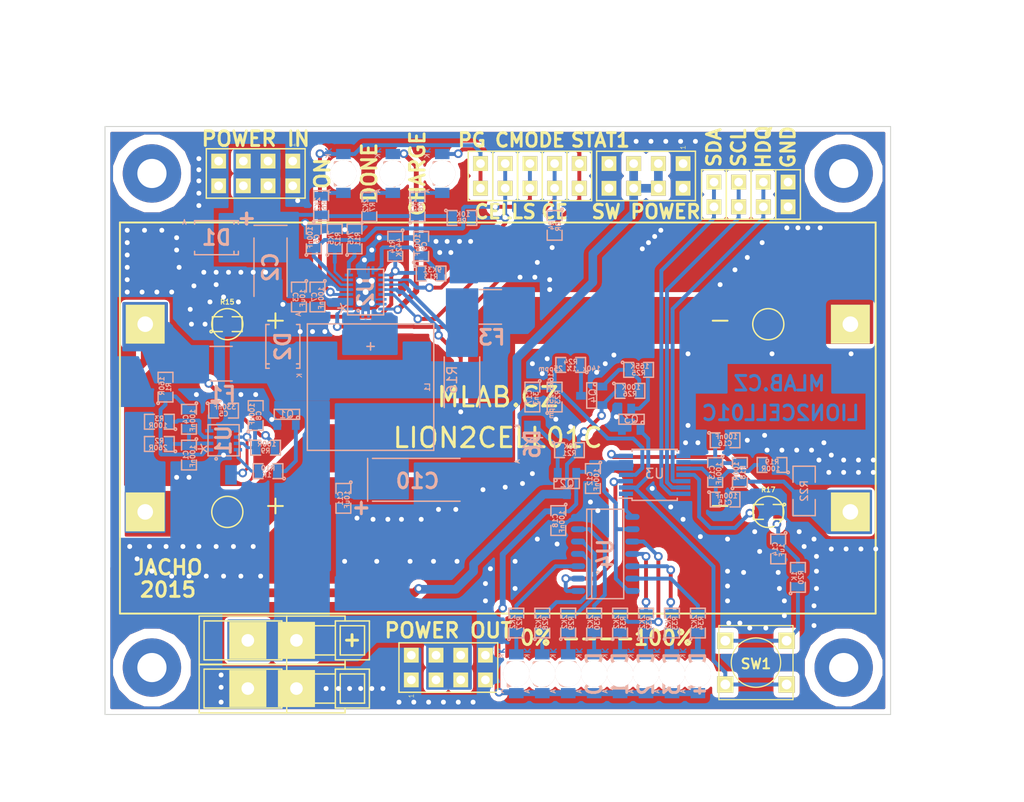
<source format=kicad_pcb>
(kicad_pcb (version 4) (host pcbnew "(2015-05-13 BZR 5653)-product")
  (layers (0 F.Cu signal) (31 B.Cu signal) (34 B.Paste user) (35 F.Paste user) (36 B.SilkS user) (37 F.SilkS user) (38 B.Mask user) (39 F.Mask user) (44 Edge.Cuts user))
  (net 0 "")
  (net 1 /BAT+)
  (net 2 "Net-(C1-Pad1)")
  (net 3 GND)
  (net 4 "Net-(C2-Pad1)")
  (net 5 "Net-(C4-Pad1)")
  (net 6 "Net-(C5-Pad1)")
  (net 7 /CMODE)
  (net 8 "Net-(C8-Pad1)")
  (net 9 "Net-(C9-Pad1)")
  (net 10 "Net-(C10-Pad1)")
  (net 11 /REGIN)
  (net 12 "Net-(C13-Pad1)")
  (net 13 "Net-(C13-Pad2)")
  (net 14 "Net-(C14-Pad1)")
  (net 15 "Net-(C17-Pad1)")
  (net 16 "Net-(D3-Pad1)")
  (net 17 /PG)
  (net 18 "Net-(D4-Pad1)")
  (net 19 "Net-(D4-Pad2)")
  (net 20 "Net-(D5-Pad1)")
  (net 21 /STAT1)
  (net 22 "Net-(D6-Pad2)")
  (net 23 "Net-(D7-Pad2)")
  (net 24 "Net-(D8-Pad2)")
  (net 25 "Net-(D9-Pad2)")
  (net 26 "Net-(D10-Pad2)")
  (net 27 "Net-(D11-Pad2)")
  (net 28 "Net-(D12-Pad2)")
  (net 29 "Net-(D13-Pad2)")
  (net 30 /CE)
  (net 31 /CELLS)
  (net 32 "Net-(L1-Pad1)")
  (net 33 "Net-(Q1-PadG)")
  (net 34 "Net-(Q3-PadD)")
  (net 35 "Net-(Q3-PadG)")
  (net 36 "Net-(Q4-PadD)")
  (net 37 "Net-(Q4-PadG)")
  (net 38 "Net-(R3-Pad1)")
  (net 39 "Net-(R10-Pad2)")
  (net 40 "Net-(R11-Pad1)")
  (net 41 "Net-(R12-Pad1)")
  (net 42 "Net-(R13-Pad1)")
  (net 43 "Net-(R17-Pad2)")
  (net 44 "Net-(R20-Pad1)")
  (net 45 "Net-(R27-Pad2)")
  (net 46 "Net-(R28-Pad2)")
  (net 47 "Net-(R29-Pad2)")
  (net 48 "Net-(R30-Pad2)")
  (net 49 "Net-(R31-Pad2)")
  (net 50 "Net-(R32-Pad2)")
  (net 51 "Net-(R33-Pad2)")
  (net 52 /P2)
  (net 53 /P1)
  (net 54 /BAT-MIDPOINT)
  (net 55 /BATTERY-)
  (net 56 /BATTERY+)
  (net 57 /SDA)
  (net 58 /SCL)
  (net 59 /HDQ)
  (net 60 "Net-(D14-Pad2)")
  (net 61 "Net-(R34-Pad2)")
  (net 62 "Net-(F3-Pad1)")
  (net 63 "Net-(J15-Pad1)")
  (module Mlab_Batery:2LION (layer F.Cu) (at 40.64 -30.734)
    (fp_text reference BT1 hide)
    (fp_text value 2x18650_LION-RESCUE-LION2CELL01C hide)
    (fp_text user - (at 22.86 8.89) (layer F.SilkS) (effects (font (size 2 2) (thickness 0.2))))
    (fp_text user - (at 22.86 -10.16) (layer F.SilkS) (effects (font (size 2 2) (thickness 0.2))))
    (fp_text user + (at -22.86 8.89) (layer F.SilkS) (effects (font (size 2 2) (thickness 0.2))))
    (fp_text user + (at -22.86 -10.16) (layer F.SilkS) (effects (font (size 2 2) (thickness 0.2))))
    (pad 1 thru_hole rect (at -36.25 -9.65) (size 4 4) (drill 1.6) (layers *.Cu *.Mask F.SilkS) (net 1 /BAT+))
    (pad 2 thru_hole rect (at 36.25 -9.65) (size 4 4) (drill 1.6) (layers *.Cu *.Mask F.SilkS) (net 54 /BAT-MIDPOINT))
    (pad 3 thru_hole rect (at -36.25 9.65) (size 4 4) (drill 1.6) (layers *.Cu *.Mask F.SilkS) (net 54 /BAT-MIDPOINT))
    (pad 4 thru_hole rect (at 36.25 9.65) (size 4 4) (drill 1.6) (layers *.Cu *.Mask F.SilkS) (net 55 /BATTERY-))
  )
  (module Mlab_R:SMD-0805 (layer B.Cu) (at 8.89 -26.924 270)
    (fp_text reference C1 (at 0 0.3175 270) (layer B.SilkS) (effects (font (size 0.50038 0.50038) (thickness 0.10922)) (justify mirror)))
    (fp_text value 100nF (at 0.127 -0.381 270) (layer B.SilkS) (effects (font (size 0.50038 0.50038) (thickness 0.10922)) (justify mirror)))
    (pad 1 smd rect (at -0.9525 0 270) (size 0.889 1.397) (layers B.Cu B.Paste B.Mask) (net 2 "Net-(C1-Pad1)"))
    (pad 2 smd rect (at 0.9525 0 270) (size 0.889 1.397) (layers B.Cu B.Paste B.Mask) (net 3 GND))
  )
  (module Mlab_C:TantalC_SizeC_Reflow (layer B.Cu) (at 17.272 -46.24324 270)
    (fp_text reference C2 (at 0 0 270) (layer B.SilkS) (effects (font (thickness 0.3048)) (justify mirror)))
    (fp_text value 47uF hide)
    (fp_text user + (at -4.99872 2.55016 270) (layer B.SilkS) (effects (font (thickness 0.3048)) (justify mirror)))
    (pad 2 smd rect (at 2.52476 0 270) (size 2.55016 2.49936) (layers B.Cu B.Paste B.Mask) (net 3 GND))
    (pad 1 smd rect (at -2.52476 0 270) (size 2.55016 2.49936) (layers B.Cu B.Paste B.Mask) (net 4 "Net-(C2-Pad1)"))
  )
  (module Mlab_R:SMD-0805 (layer B.Cu) (at 20.193 -43.18 270)
    (fp_text reference C3 (at 0 0.3175 270) (layer B.SilkS) (effects (font (size 0.50038 0.50038) (thickness 0.10922)) (justify mirror)))
    (fp_text value 10uF (at 0.127 -0.381 270) (layer B.SilkS) (effects (font (size 0.50038 0.50038) (thickness 0.10922)) (justify mirror)))
    (pad 1 smd rect (at -0.9525 0 270) (size 0.889 1.397) (layers B.Cu B.Paste B.Mask) (net 4 "Net-(C2-Pad1)"))
    (pad 2 smd rect (at 0.9525 0 270) (size 0.889 1.397) (layers B.Cu B.Paste B.Mask) (net 3 GND))
  )
  (module Mlab_R:SMD-0805 (layer B.Cu) (at 8.89 -30.607 270)
    (fp_text reference C4 (at 0 0.3175 270) (layer B.SilkS) (effects (font (size 0.50038 0.50038) (thickness 0.10922)) (justify mirror)))
    (fp_text value 100nF (at 0.127 -0.381 270) (layer B.SilkS) (effects (font (size 0.50038 0.50038) (thickness 0.10922)) (justify mirror)))
    (pad 1 smd rect (at -0.9525 0 270) (size 0.889 1.397) (layers B.Cu B.Paste B.Mask) (net 5 "Net-(C4-Pad1)"))
    (pad 2 smd rect (at 0.9525 0 270) (size 0.889 1.397) (layers B.Cu B.Paste B.Mask) (net 2 "Net-(C1-Pad1)"))
  )
  (module Mlab_R:SMD-0805 (layer B.Cu) (at 12.446 -31.496)
    (fp_text reference C5 (at 0 0.3175) (layer B.SilkS) (effects (font (size 0.50038 0.50038) (thickness 0.10922)) (justify mirror)))
    (fp_text value 330nF (at 0.127 -0.381) (layer B.SilkS) (effects (font (size 0.50038 0.50038) (thickness 0.10922)) (justify mirror)))
    (pad 1 smd rect (at -0.9525 0) (size 0.889 1.397) (layers B.Cu B.Paste B.Mask) (net 6 "Net-(C5-Pad1)"))
    (pad 2 smd rect (at 0.9525 0) (size 0.889 1.397) (layers B.Cu B.Paste B.Mask) (net 3 GND))
  )
  (module Mlab_R:SMD-0805 (layer B.Cu) (at 21.717 -49.149 90)
    (fp_text reference C6 (at 0 0.3175 90) (layer B.SilkS) (effects (font (size 0.50038 0.50038) (thickness 0.10922)) (justify mirror)))
    (fp_text value 100nF (at 0.127 -0.381 90) (layer B.SilkS) (effects (font (size 0.50038 0.50038) (thickness 0.10922)) (justify mirror)))
    (pad 1 smd rect (at -0.9525 0 90) (size 0.889 1.397) (layers B.Cu B.Paste B.Mask) (net 7 /CMODE))
    (pad 2 smd rect (at 0.9525 0 90) (size 0.889 1.397) (layers B.Cu B.Paste B.Mask) (net 3 GND))
  )
  (module Mlab_R:SMD-0805 (layer B.Cu) (at 22.098 -43.18 270)
    (fp_text reference C7 (at 0 0.3175 270) (layer B.SilkS) (effects (font (size 0.50038 0.50038) (thickness 0.10922)) (justify mirror)))
    (fp_text value 100nF (at 0.127 -0.381 270) (layer B.SilkS) (effects (font (size 0.50038 0.50038) (thickness 0.10922)) (justify mirror)))
    (pad 1 smd rect (at -0.9525 0 270) (size 0.889 1.397) (layers B.Cu B.Paste B.Mask) (net 4 "Net-(C2-Pad1)"))
    (pad 2 smd rect (at 0.9525 0 270) (size 0.889 1.397) (layers B.Cu B.Paste B.Mask) (net 3 GND))
  )
  (module Mlab_R:SMD-0805 (layer B.Cu) (at 15.748 -30.988 90)
    (fp_text reference C8 (at 0 0.3175 90) (layer B.SilkS) (effects (font (size 0.50038 0.50038) (thickness 0.10922)) (justify mirror)))
    (fp_text value 100nF (at 0.127 -0.381 90) (layer B.SilkS) (effects (font (size 0.50038 0.50038) (thickness 0.10922)) (justify mirror)))
    (pad 1 smd rect (at -0.9525 0 90) (size 0.889 1.397) (layers B.Cu B.Paste B.Mask) (net 8 "Net-(C8-Pad1)"))
    (pad 2 smd rect (at 0.9525 0 90) (size 0.889 1.397) (layers B.Cu B.Paste B.Mask) (net 3 GND))
  )
  (module Mlab_R:SMD-0805 (layer B.Cu) (at 32.766 -48.387 90)
    (fp_text reference C9 (at 0 0.3175 90) (layer B.SilkS) (effects (font (size 0.50038 0.50038) (thickness 0.10922)) (justify mirror)))
    (fp_text value 100nF (at 0.127 -0.381 90) (layer B.SilkS) (effects (font (size 0.50038 0.50038) (thickness 0.10922)) (justify mirror)))
    (pad 1 smd rect (at -0.9525 0 90) (size 0.889 1.397) (layers B.Cu B.Paste B.Mask) (net 9 "Net-(C9-Pad1)"))
    (pad 2 smd rect (at 0.9525 0 90) (size 0.889 1.397) (layers B.Cu B.Paste B.Mask) (net 3 GND))
  )
  (module Mlab_R:SMD-0805 (layer B.Cu) (at 24.765 -22.479 270)
    (fp_text reference C11 (at 0 0.3175 270) (layer B.SilkS) (effects (font (size 0.50038 0.50038) (thickness 0.10922)) (justify mirror)))
    (fp_text value 10uF (at 0.127 -0.381 270) (layer B.SilkS) (effects (font (size 0.50038 0.50038) (thickness 0.10922)) (justify mirror)))
    (pad 1 smd rect (at -0.9525 0 270) (size 0.889 1.397) (layers B.Cu B.Paste B.Mask) (net 10 "Net-(C10-Pad1)"))
    (pad 2 smd rect (at 0.9525 0 270) (size 0.889 1.397) (layers B.Cu B.Paste B.Mask) (net 3 GND))
  )
  (module Mlab_R:SMD-0805 (layer B.Cu) (at 50.419 -24.511 270)
    (fp_text reference C12 (at 0 0.3175 270) (layer B.SilkS) (effects (font (size 0.50038 0.50038) (thickness 0.10922)) (justify mirror)))
    (fp_text value 100nF (at 0.127 -0.381 270) (layer B.SilkS) (effects (font (size 0.50038 0.50038) (thickness 0.10922)) (justify mirror)))
    (pad 1 smd rect (at -0.9525 0 270) (size 0.889 1.397) (layers B.Cu B.Paste B.Mask) (net 11 /REGIN))
    (pad 2 smd rect (at 0.9525 0 270) (size 0.889 1.397) (layers B.Cu B.Paste B.Mask) (net 3 GND))
  )
  (module Mlab_R:SMD-0805 (layer B.Cu) (at 62.992 -25.146 270)
    (fp_text reference C13 (at 0 0.3175 270) (layer B.SilkS) (effects (font (size 0.50038 0.50038) (thickness 0.10922)) (justify mirror)))
    (fp_text value 100nF (at 0.127 -0.381 270) (layer B.SilkS) (effects (font (size 0.50038 0.50038) (thickness 0.10922)) (justify mirror)))
    (pad 1 smd rect (at -0.9525 0 270) (size 0.889 1.397) (layers B.Cu B.Paste B.Mask) (net 12 "Net-(C13-Pad1)"))
    (pad 2 smd rect (at 0.9525 0 270) (size 0.889 1.397) (layers B.Cu B.Paste B.Mask) (net 13 "Net-(C13-Pad2)"))
  )
  (module Mlab_R:SMD-0805 (layer B.Cu) (at 69.469 -17.272 270)
    (fp_text reference C14 (at 0 0.3175 270) (layer B.SilkS) (effects (font (size 0.50038 0.50038) (thickness 0.10922)) (justify mirror)))
    (fp_text value 1uF (at 0.127 -0.381 270) (layer B.SilkS) (effects (font (size 0.50038 0.50038) (thickness 0.10922)) (justify mirror)))
    (pad 1 smd rect (at -0.9525 0 270) (size 0.889 1.397) (layers B.Cu B.Paste B.Mask) (net 14 "Net-(C14-Pad1)"))
    (pad 2 smd rect (at 0.9525 0 270) (size 0.889 1.397) (layers B.Cu B.Paste B.Mask) (net 3 GND))
  )
  (module Mlab_R:SMD-0805 (layer B.Cu) (at 64.008 -22.352)
    (fp_text reference C15 (at 0 0.3175) (layer B.SilkS) (effects (font (size 0.50038 0.50038) (thickness 0.10922)) (justify mirror)))
    (fp_text value 100nF (at 0.127 -0.381) (layer B.SilkS) (effects (font (size 0.50038 0.50038) (thickness 0.10922)) (justify mirror)))
    (pad 1 smd rect (at -0.9525 0) (size 0.889 1.397) (layers B.Cu B.Paste B.Mask) (net 13 "Net-(C13-Pad2)"))
    (pad 2 smd rect (at 0.9525 0) (size 0.889 1.397) (layers B.Cu B.Paste B.Mask) (net 3 GND))
  )
  (module Mlab_R:SMD-0805 (layer B.Cu) (at 64.008 -28.448)
    (fp_text reference C16 (at 0 0.3175) (layer B.SilkS) (effects (font (size 0.50038 0.50038) (thickness 0.10922)) (justify mirror)))
    (fp_text value 100nF (at 0.127 -0.381) (layer B.SilkS) (effects (font (size 0.50038 0.50038) (thickness 0.10922)) (justify mirror)))
    (pad 1 smd rect (at -0.9525 0) (size 0.889 1.397) (layers B.Cu B.Paste B.Mask) (net 12 "Net-(C13-Pad1)"))
    (pad 2 smd rect (at 0.9525 0) (size 0.889 1.397) (layers B.Cu B.Paste B.Mask) (net 3 GND))
  )
  (module Mlab_R:SMD-0805 (layer B.Cu) (at 44.196 -32.893 270)
    (fp_text reference C17 (at 0 0.3175 270) (layer B.SilkS) (effects (font (size 0.50038 0.50038) (thickness 0.10922)) (justify mirror)))
    (fp_text value 3n3 (at 0.127 -0.381 270) (layer B.SilkS) (effects (font (size 0.50038 0.50038) (thickness 0.10922)) (justify mirror)))
    (pad 1 smd rect (at -0.9525 0 270) (size 0.889 1.397) (layers B.Cu B.Paste B.Mask) (net 15 "Net-(C17-Pad1)"))
    (pad 2 smd rect (at 0.9525 0 270) (size 0.889 1.397) (layers B.Cu B.Paste B.Mask) (net 3 GND))
  )
  (module Mlab_R:SMD-0805 (layer B.Cu) (at 46.863 -20.193 270)
    (fp_text reference C18 (at 0 0.3175 270) (layer B.SilkS) (effects (font (size 0.50038 0.50038) (thickness 0.10922)) (justify mirror)))
    (fp_text value 100nF (at 0.127 -0.381 270) (layer B.SilkS) (effects (font (size 0.50038 0.50038) (thickness 0.10922)) (justify mirror)))
    (pad 1 smd rect (at -0.9525 0 270) (size 0.889 1.397) (layers B.Cu B.Paste B.Mask) (net 11 /REGIN))
    (pad 2 smd rect (at 0.9525 0 270) (size 0.889 1.397) (layers B.Cu B.Paste B.Mask) (net 3 GND))
  )
  (module Mlab_D:SMA_Standard (layer B.Cu) (at 11.71702 -49.276)
    (fp_text reference D1 (at 0 0) (layer B.SilkS) (effects (font (thickness 0.3048)) (justify mirror)))
    (fp_text value M4 hide)
    (fp_text user A (at -3.29946 -1.6002) (layer B.SilkS) (effects (font (size 0.50038 0.50038) (thickness 0.09906)) (justify mirror)))
    (fp_text user K (at 2.99974 -1.69926) (layer B.SilkS) (effects (font (size 0.50038 0.50038) (thickness 0.09906)) (justify mirror)))
    (pad 1 smd rect (at -1.99898 0) (size 2.49936 1.80086) (layers B.Cu B.Paste B.Mask) (net 3 GND))
    (pad 2 smd rect (at 1.99898 0) (size 2.49936 1.80086) (layers B.Cu B.Paste B.Mask) (net 4 "Net-(C2-Pad1)"))
  )
  (module Mlab_D:SMA_Standard (layer B.Cu) (at 18.542 -38.1 270)
    (fp_text reference D2 (at 0 0 270) (layer B.SilkS) (effects (font (thickness 0.3048)) (justify mirror)))
    (fp_text value M4 hide)
    (fp_text user A (at -3.29946 -1.6002 270) (layer B.SilkS) (effects (font (size 0.50038 0.50038) (thickness 0.09906)) (justify mirror)))
    (fp_text user K (at 2.99974 -1.69926 270) (layer B.SilkS) (effects (font (size 0.50038 0.50038) (thickness 0.09906)) (justify mirror)))
    (pad 1 smd rect (at -1.99898 0 270) (size 2.49936 1.80086) (layers B.Cu B.Paste B.Mask) (net 3 GND))
    (pad 2 smd rect (at 1.99898 0 270) (size 2.49936 1.80086) (layers B.Cu B.Paste B.Mask) (net 56 /BATTERY+))
  )
  (module Mlab_D:MiniMELF_Standard (layer B.Cu) (at 44.196 -28.067 90)
    (fp_text reference D6 (at 0 0 90) (layer B.SilkS) (effects (font (thickness 0.3048)) (justify mirror)))
    (fp_text value BZV55C-5,6V hide)
    (fp_text user A (at -1.80086 -1.5494 90) (layer B.SilkS) (effects (font (size 0.50038 0.50038) (thickness 0.09906)) (justify mirror)))
    (fp_text user K (at 1.80086 -1.5494 90) (layer B.SilkS) (effects (font (size 0.50038 0.50038) (thickness 0.09906)) (justify mirror)))
    (pad 1 smd rect (at -1.75006 0 90) (size 1.30048 1.69926) (layers B.Cu B.Paste B.Mask) (net 3 GND))
    (pad 2 smd rect (at 1.75006 0 90) (size 1.30048 1.69926) (layers B.Cu B.Paste B.Mask) (net 22 "Net-(D6-Pad2)"))
  )
  (module Mlab_Pin_Headers:Straight_2x04 (layer F.Cu) (at 15.748 -55.88 270)
    (fp_text reference J1 hide)
    (fp_text value JUMP_4X2 hide)
    (fp_text user 1 (at -2.921 -3.81 270) (layer F.SilkS) (effects (font (size 0.5 0.5) (thickness 0.05))))
    (pad 1 thru_hole rect (at -1.27 -3.81 270) (size 1.524 1.524) (drill 0.889) (layers *.Cu *.Mask F.SilkS) (net 3 GND))
    (pad 2 thru_hole rect (at 1.27 -3.81 270) (size 1.524 1.524) (drill 0.889) (layers *.Cu *.Mask F.SilkS) (net 3 GND))
    (pad 3 thru_hole rect (at -1.27 -1.27 270) (size 1.524 1.524) (drill 0.889) (layers *.Cu *.Mask F.SilkS) (net 4 "Net-(C2-Pad1)"))
    (pad 4 thru_hole rect (at 1.27 -1.27 270) (size 1.524 1.524) (drill 0.889) (layers *.Cu *.Mask F.SilkS) (net 4 "Net-(C2-Pad1)"))
    (pad 5 thru_hole rect (at -1.27 1.27 270) (size 1.524 1.524) (drill 0.889) (layers *.Cu *.Mask F.SilkS) (net 4 "Net-(C2-Pad1)"))
    (pad 6 thru_hole rect (at 1.27 1.27 270) (size 1.524 1.524) (drill 0.889) (layers *.Cu *.Mask F.SilkS) (net 4 "Net-(C2-Pad1)"))
    (pad 7 thru_hole rect (at -1.27 3.81 270) (size 1.524 1.524) (drill 0.889) (layers *.Cu *.Mask F.SilkS) (net 3 GND))
    (pad 8 thru_hole rect (at 1.27 3.81 270) (size 1.524 1.524) (drill 0.889) (layers *.Cu *.Mask F.SilkS) (net 3 GND))
  )
  (module Mlab_Pin_Headers:Straight_1x02 (layer F.Cu) (at 49.022 -55.626)
    (fp_text reference J2 hide)
    (fp_text value JUMP_2x1 hide)
    (pad 2 thru_hole rect (at 0 1.27) (size 1.524 1.524) (drill 0.889) (layers *.Cu *.Mask F.SilkS) (net 21 /STAT1))
    (pad 1 thru_hole rect (at 0 -1.27) (size 1.524 1.524) (drill 0.889) (layers *.Cu *.Mask F.SilkS) (net 21 /STAT1))
  )
  (module Mlab_Pin_Headers:Straight_1x02 (layer F.Cu) (at 38.862 -55.626 180)
    (fp_text reference J3 hide)
    (fp_text value JUMP_2x1 hide)
    (pad 2 thru_hole rect (at 0 1.27 180) (size 1.524 1.524) (drill 0.889) (layers *.Cu *.Mask F.SilkS) (net 17 /PG))
    (pad 1 thru_hole rect (at 0 -1.27 180) (size 1.524 1.524) (drill 0.889) (layers *.Cu *.Mask F.SilkS) (net 17 /PG))
  )
  (module Mlab_Pin_Headers:Straight_1x02 (layer F.Cu) (at 43.942 -55.626)
    (fp_text reference J4 hide)
    (fp_text value JUMP_2x1 hide)
    (pad 2 thru_hole rect (at 0 1.27) (size 1.524 1.524) (drill 0.889) (layers *.Cu *.Mask F.SilkS) (net 7 /CMODE))
    (pad 1 thru_hole rect (at 0 -1.27) (size 1.524 1.524) (drill 0.889) (layers *.Cu *.Mask F.SilkS) (net 7 /CMODE))
  )
  (module Mlab_Pin_Headers:Straight_1x02 (layer F.Cu) (at 46.482 -55.626)
    (fp_text reference J5 hide)
    (fp_text value JUMP_2x1 hide)
    (pad 2 thru_hole rect (at 0 1.27) (size 1.524 1.524) (drill 0.889) (layers *.Cu *.Mask F.SilkS) (net 30 /CE))
    (pad 1 thru_hole rect (at 0 -1.27) (size 1.524 1.524) (drill 0.889) (layers *.Cu *.Mask F.SilkS) (net 30 /CE))
  )
  (module Mlab_Pin_Headers:Straight_1x02 (layer F.Cu) (at 41.402 -55.626)
    (fp_text reference J6 hide)
    (fp_text value JUMP_2x1 hide)
    (pad 2 thru_hole rect (at 0 1.27) (size 1.524 1.524) (drill 0.889) (layers *.Cu *.Mask F.SilkS) (net 31 /CELLS))
    (pad 1 thru_hole rect (at 0 -1.27) (size 1.524 1.524) (drill 0.889) (layers *.Cu *.Mask F.SilkS) (net 31 /CELLS))
  )
  (module Mlab_Pin_Headers:Straight_2x04 (layer F.Cu) (at 35.56 -5.08 90)
    (fp_text reference J7 hide)
    (fp_text value JUMP_4X2 hide)
    (fp_text user 1 (at -2.921 -3.81 90) (layer F.SilkS) (effects (font (size 0.5 0.5) (thickness 0.05))))
    (pad 1 thru_hole rect (at -1.27 -3.81 90) (size 1.524 1.524) (drill 0.889) (layers *.Cu *.Mask F.SilkS) (net 3 GND))
    (pad 2 thru_hole rect (at 1.27 -3.81 90) (size 1.524 1.524) (drill 0.889) (layers *.Cu *.Mask F.SilkS) (net 3 GND))
    (pad 3 thru_hole rect (at -1.27 -1.27 90) (size 1.524 1.524) (drill 0.889) (layers *.Cu *.Mask F.SilkS) (net 56 /BATTERY+))
    (pad 4 thru_hole rect (at 1.27 -1.27 90) (size 1.524 1.524) (drill 0.889) (layers *.Cu *.Mask F.SilkS) (net 56 /BATTERY+))
    (pad 5 thru_hole rect (at -1.27 1.27 90) (size 1.524 1.524) (drill 0.889) (layers *.Cu *.Mask F.SilkS) (net 56 /BATTERY+))
    (pad 6 thru_hole rect (at 1.27 1.27 90) (size 1.524 1.524) (drill 0.889) (layers *.Cu *.Mask F.SilkS) (net 56 /BATTERY+))
    (pad 7 thru_hole rect (at -1.27 3.81 90) (size 1.524 1.524) (drill 0.889) (layers *.Cu *.Mask F.SilkS) (net 3 GND))
    (pad 8 thru_hole rect (at 1.27 3.81 90) (size 1.524 1.524) (drill 0.889) (layers *.Cu *.Mask F.SilkS) (net 3 GND))
  )
  (module Mlab_Con:WAGO256 (layer F.Cu) (at 17.399 -7.874)
    (fp_text reference J8 hide)
    (fp_text value CONN1_1 hide)
    (pad 1 thru_hole rect (at -2.46 0 90) (size 3.81 3.81) (drill 1.3) (layers *.Cu *.Mask F.SilkS) (net 56 /BATTERY+))
    (pad 1 thru_hole rect (at 2.54 0 90) (size 3.81 3.81) (drill 1.3) (layers *.Cu *.Mask F.SilkS) (net 56 /BATTERY+))
  )
  (module Mlab_Con:WAGO256 (layer F.Cu) (at 17.399 -2.921)
    (fp_text reference J9 hide)
    (fp_text value CONN1_1 hide)
    (pad 1 thru_hole rect (at -2.46 0 90) (size 3.81 3.81) (drill 1.3) (layers *.Cu *.Mask F.SilkS) (net 3 GND))
    (pad 1 thru_hole rect (at 2.54 0 90) (size 3.81 3.81) (drill 1.3) (layers *.Cu *.Mask F.SilkS) (net 3 GND))
  )
  (module Mlab_Pin_Headers:Straight_1x02 (layer F.Cu) (at 62.865 -53.721)
    (fp_text reference J10 hide)
    (fp_text value JUMP_2x1 hide)
    (pad 2 thru_hole rect (at 0 1.27) (size 1.524 1.524) (drill 0.889) (layers *.Cu *.Mask F.SilkS) (net 57 /SDA))
    (pad 1 thru_hole rect (at 0 -1.27) (size 1.524 1.524) (drill 0.889) (layers *.Cu *.Mask F.SilkS) (net 57 /SDA))
  )
  (module Mlab_Pin_Headers:Straight_1x02 (layer F.Cu) (at 65.405 -53.721)
    (fp_text reference J11 hide)
    (fp_text value JUMP_2x1 hide)
    (pad 2 thru_hole rect (at 0 1.27) (size 1.524 1.524) (drill 0.889) (layers *.Cu *.Mask F.SilkS) (net 58 /SCL))
    (pad 1 thru_hole rect (at 0 -1.27) (size 1.524 1.524) (drill 0.889) (layers *.Cu *.Mask F.SilkS) (net 58 /SCL))
  )
  (module Mlab_Pin_Headers:Straight_1x02 (layer F.Cu) (at 67.945 -53.721)
    (fp_text reference J12 hide)
    (fp_text value JUMP_2x1 hide)
    (pad 2 thru_hole rect (at 0 1.27) (size 1.524 1.524) (drill 0.889) (layers *.Cu *.Mask F.SilkS) (net 59 /HDQ))
    (pad 1 thru_hole rect (at 0 -1.27) (size 1.524 1.524) (drill 0.889) (layers *.Cu *.Mask F.SilkS) (net 59 /HDQ))
  )
  (module Mlab_Pin_Headers:Straight_2x04 (layer F.Cu) (at 55.88 -55.626 270)
    (fp_text reference J13 hide)
    (fp_text value JUMP_4X2 hide)
    (fp_text user 1 (at -2.921 -3.81 270) (layer F.SilkS) (effects (font (size 0.5 0.5) (thickness 0.05))))
    (pad 1 thru_hole rect (at -1.27 -3.81 270) (size 1.524 1.524) (drill 0.889) (layers *.Cu *.Mask F.SilkS) (net 3 GND))
    (pad 2 thru_hole rect (at 1.27 -3.81 270) (size 1.524 1.524) (drill 0.889) (layers *.Cu *.Mask F.SilkS) (net 3 GND))
    (pad 3 thru_hole rect (at -1.27 -1.27 270) (size 1.524 1.524) (drill 0.889) (layers *.Cu *.Mask F.SilkS) (net 10 "Net-(C10-Pad1)"))
    (pad 4 thru_hole rect (at 1.27 -1.27 270) (size 1.524 1.524) (drill 0.889) (layers *.Cu *.Mask F.SilkS) (net 10 "Net-(C10-Pad1)"))
    (pad 5 thru_hole rect (at -1.27 1.27 270) (size 1.524 1.524) (drill 0.889) (layers *.Cu *.Mask F.SilkS) (net 10 "Net-(C10-Pad1)"))
    (pad 6 thru_hole rect (at 1.27 1.27 270) (size 1.524 1.524) (drill 0.889) (layers *.Cu *.Mask F.SilkS) (net 10 "Net-(C10-Pad1)"))
    (pad 7 thru_hole rect (at -1.27 3.81 270) (size 1.524 1.524) (drill 0.889) (layers *.Cu *.Mask F.SilkS) (net 3 GND))
    (pad 8 thru_hole rect (at 1.27 3.81 270) (size 1.524 1.524) (drill 0.889) (layers *.Cu *.Mask F.SilkS) (net 3 GND))
  )
  (module Mlab_L:DE1205-10 (layer B.Cu) (at 27.559 -33.909 90)
    (fp_text reference L1 (at 0 5.842 90) (layer B.SilkS) (effects (font (size 0.50038 0.50038) (thickness 0.11938)) (justify mirror)))
    (fp_text value DE1205-10 hide)
    (pad 1 smd rect (at 5 0 90) (size 3 5.5) (layers B.Cu B.Paste B.Mask) (net 32 "Net-(L1-Pad1)"))
    (pad 2 smd rect (at -5 0 90) (size 3 5.5) (layers B.Cu B.Paste B.Mask) (net 10 "Net-(C10-Pad1)"))
  )
  (module Mlab_Mechanical:MountingHole_3mm (layer F.Cu) (at 76.2 -5.08)
    (fp_text reference P1 hide)
    (fp_text value _ hide)
    (pad 1 thru_hole circle (at 0 0) (size 6 6) (drill 3) (layers *.Cu *.Adhes *.Mask) (clearance 1))
  )
  (module Mlab_Mechanical:MountingHole_3mm (layer F.Cu) (at 5.08 -55.88)
    (fp_text reference P2 hide)
    (fp_text value _ hide)
    (pad 1 thru_hole circle (at 0 0) (size 6 6) (drill 3) (layers *.Cu *.Adhes *.Mask) (clearance 1))
  )
  (module Mlab_Mechanical:MountingHole_3mm (layer F.Cu) (at 5.08 -5.08)
    (fp_text reference P3 hide)
    (fp_text value _ hide)
    (pad 1 thru_hole circle (at 0 0) (size 6 6) (drill 3) (layers *.Cu *.Adhes *.Mask) (clearance 1))
  )
  (module Mlab_Mechanical:MountingHole_3mm (layer F.Cu) (at 76.2 -55.88)
    (fp_text reference P4 hide)
    (fp_text value _ hide)
    (pad 1 thru_hole circle (at 0 0) (size 6 6) (drill 3) (layers *.Cu *.Adhes *.Mask) (clearance 1))
  )
  (module Mlab_T:SOT-23 (layer B.Cu) (at 18.923 -31.115 180)
    (fp_text reference Q1 (at 0 0 180) (layer B.SilkS) (effects (font (size 0.762 0.762) (thickness 0.11938)) (justify mirror)))
    (fp_text value IRLML6244 hide)
    (pad D smd rect (at 0 1.09982 180) (size 0.8001 1.00076) (layers B.Cu B.Paste B.Mask) (net 56 /BATTERY+))
    (pad S smd rect (at 0.9525 -1.09982 180) (size 0.8001 1.00076) (layers B.Cu B.Paste B.Mask) (net 3 GND))
    (pad G smd rect (at -0.9525 -1.09982 180) (size 0.8001 1.00076) (layers B.Cu B.Paste B.Mask) (net 33 "Net-(Q1-PadG)"))
  )
  (module Mlab_T:SOT-23 (layer B.Cu) (at 47.752 -24.003)
    (fp_text reference Q2 (at 0 0) (layer B.SilkS) (effects (font (size 0.762 0.762) (thickness 0.11938)) (justify mirror)))
    (fp_text value MMBF170LT1G hide)
    (pad D smd rect (at 0 1.09982) (size 0.8001 1.00076) (layers B.Cu B.Paste B.Mask) (net 1 /BAT+))
    (pad S smd rect (at 0.9525 -1.09982) (size 0.8001 1.00076) (layers B.Cu B.Paste B.Mask) (net 11 /REGIN))
    (pad G smd rect (at -0.9525 -1.09982) (size 0.8001 1.00076) (layers B.Cu B.Paste B.Mask) (net 22 "Net-(D6-Pad2)"))
  )
  (module Mlab_T:SOT-23 (layer B.Cu) (at 54.356 -30.607 180)
    (fp_text reference Q3 (at 0 0 180) (layer B.SilkS) (effects (font (size 0.762 0.762) (thickness 0.11938)) (justify mirror)))
    (fp_text value MMBF170LT1G hide)
    (pad D smd rect (at 0 1.09982 180) (size 0.8001 1.00076) (layers B.Cu B.Paste B.Mask) (net 34 "Net-(Q3-PadD)"))
    (pad S smd rect (at 0.9525 -1.09982 180) (size 0.8001 1.00076) (layers B.Cu B.Paste B.Mask) (net 3 GND))
    (pad G smd rect (at -0.9525 -1.09982 180) (size 0.8001 1.00076) (layers B.Cu B.Paste B.Mask) (net 35 "Net-(Q3-PadG)"))
  )
  (module Mlab_T:SOT-23 (layer B.Cu) (at 50.292 -33.02 270)
    (fp_text reference Q4 (at 0 -0.127 270) (layer B.SilkS) (effects (font (size 0.762 0.762) (thickness 0.11938)) (justify mirror)))
    (fp_text value BSS83P hide)
    (pad D smd rect (at 0 1.09982 270) (size 0.8001 1.00076) (layers B.Cu B.Paste B.Mask) (net 36 "Net-(Q4-PadD)"))
    (pad S smd rect (at 0.9525 -1.09982 270) (size 0.8001 1.00076) (layers B.Cu B.Paste B.Mask) (net 1 /BAT+))
    (pad G smd rect (at -0.9525 -1.09982 270) (size 0.8001 1.00076) (layers B.Cu B.Paste B.Mask) (net 37 "Net-(Q4-PadG)"))
  )
  (module Mlab_R:SMD-0805 (layer B.Cu) (at 6.477 -33.909 90)
    (fp_text reference R1 (at 0 0.3175 90) (layer B.SilkS) (effects (font (size 0.50038 0.50038) (thickness 0.10922)) (justify mirror)))
    (fp_text value 160R (at 0.127 -0.381 90) (layer B.SilkS) (effects (font (size 0.50038 0.50038) (thickness 0.10922)) (justify mirror)))
    (pad 1 smd rect (at -0.9525 0 90) (size 0.889 1.397) (layers B.Cu B.Paste B.Mask) (net 5 "Net-(C4-Pad1)"))
    (pad 2 smd rect (at 0.9525 0 90) (size 0.889 1.397) (layers B.Cu B.Paste B.Mask) (net 1 /BAT+))
  )
  (module Mlab_R:SMD-0805 (layer B.Cu) (at 5.842 -28.067 180)
    (fp_text reference R2 (at 0 0.3175 180) (layer B.SilkS) (effects (font (size 0.50038 0.50038) (thickness 0.10922)) (justify mirror)))
    (fp_text value 260R (at 0.127 -0.381 180) (layer B.SilkS) (effects (font (size 0.50038 0.50038) (thickness 0.10922)) (justify mirror)))
    (pad 1 smd rect (at -0.9525 0 180) (size 0.889 1.397) (layers B.Cu B.Paste B.Mask) (net 2 "Net-(C1-Pad1)"))
    (pad 2 smd rect (at 0.9525 0 180) (size 0.889 1.397) (layers B.Cu B.Paste B.Mask) (net 54 /BAT-MIDPOINT))
  )
  (module Mlab_R:SMD-0805 (layer B.Cu) (at 5.842 -30.353 180)
    (fp_text reference R3 (at 0 0.3175 180) (layer B.SilkS) (effects (font (size 0.50038 0.50038) (thickness 0.10922)) (justify mirror)))
    (fp_text value 100R (at 0.127 -0.381 180) (layer B.SilkS) (effects (font (size 0.50038 0.50038) (thickness 0.10922)) (justify mirror)))
    (pad 1 smd rect (at -0.9525 0 180) (size 0.889 1.397) (layers B.Cu B.Paste B.Mask) (net 38 "Net-(R3-Pad1)"))
    (pad 2 smd rect (at 0.9525 0 180) (size 0.889 1.397) (layers B.Cu B.Paste B.Mask) (net 54 /BAT-MIDPOINT))
  )
  (module Mlab_R:SMD-0805 (layer B.Cu) (at 46.482 -50.546 270)
    (fp_text reference R4 (at 0 0.3175 270) (layer B.SilkS) (effects (font (size 0.50038 0.50038) (thickness 0.10922)) (justify mirror)))
    (fp_text value 0R (at 0.127 -0.381 270) (layer B.SilkS) (effects (font (size 0.50038 0.50038) (thickness 0.10922)) (justify mirror)))
    (pad 1 smd rect (at -0.9525 0 270) (size 0.889 1.397) (layers B.Cu B.Paste B.Mask) (net 30 /CE))
    (pad 2 smd rect (at 0.9525 0 270) (size 0.889 1.397) (layers B.Cu B.Paste B.Mask) (net 3 GND))
  )
  (module Mlab_R:SMD-0805 (layer B.Cu) (at 36.957 -51.308)
    (fp_text reference R5 (at 0 0.3175) (layer B.SilkS) (effects (font (size 0.50038 0.50038) (thickness 0.10922)) (justify mirror)))
    (fp_text value 10K (at 0.127 -0.381) (layer B.SilkS) (effects (font (size 0.50038 0.50038) (thickness 0.10922)) (justify mirror)))
    (pad 1 smd rect (at -0.9525 0) (size 0.889 1.397) (layers B.Cu B.Paste B.Mask) (net 4 "Net-(C2-Pad1)"))
    (pad 2 smd rect (at 0.9525 0) (size 0.889 1.397) (layers B.Cu B.Paste B.Mask) (net 31 /CELLS))
  )
  (module Mlab_R:SMD-0805 (layer B.Cu) (at 22.479 -52.578 90)
    (fp_text reference R6 (at 0 0.3175 90) (layer B.SilkS) (effects (font (size 0.50038 0.50038) (thickness 0.10922)) (justify mirror)))
    (fp_text value 2K2 (at 0.127 -0.381 90) (layer B.SilkS) (effects (font (size 0.50038 0.50038) (thickness 0.10922)) (justify mirror)))
    (pad 1 smd rect (at -0.9525 0 90) (size 0.889 1.397) (layers B.Cu B.Paste B.Mask) (net 4 "Net-(C2-Pad1)"))
    (pad 2 smd rect (at 0.9525 0 90) (size 0.889 1.397) (layers B.Cu B.Paste B.Mask) (net 16 "Net-(D3-Pad1)"))
  )
  (module Mlab_R:SMD-0805 (layer B.Cu) (at 27.432 -52.451 90)
    (fp_text reference R7 (at 0 0.3175 90) (layer B.SilkS) (effects (font (size 0.50038 0.50038) (thickness 0.10922)) (justify mirror)))
    (fp_text value 2K2 (at 0.127 -0.381 90) (layer B.SilkS) (effects (font (size 0.50038 0.50038) (thickness 0.10922)) (justify mirror)))
    (pad 1 smd rect (at -0.9525 0 90) (size 0.889 1.397) (layers B.Cu B.Paste B.Mask) (net 4 "Net-(C2-Pad1)"))
    (pad 2 smd rect (at 0.9525 0 90) (size 0.889 1.397) (layers B.Cu B.Paste B.Mask) (net 18 "Net-(D4-Pad1)"))
  )
  (module Mlab_R:SMD-0805 (layer B.Cu) (at 32.385 -52.451 90)
    (fp_text reference R8 (at 0 0.3175 90) (layer B.SilkS) (effects (font (size 0.50038 0.50038) (thickness 0.10922)) (justify mirror)))
    (fp_text value 2K2 (at 0.127 -0.381 90) (layer B.SilkS) (effects (font (size 0.50038 0.50038) (thickness 0.10922)) (justify mirror)))
    (pad 1 smd rect (at -0.9525 0 90) (size 0.889 1.397) (layers B.Cu B.Paste B.Mask) (net 4 "Net-(C2-Pad1)"))
    (pad 2 smd rect (at 0.9525 0 90) (size 0.889 1.397) (layers B.Cu B.Paste B.Mask) (net 20 "Net-(D5-Pad1)"))
  )
  (module Mlab_R:SMD-0805 (layer B.Cu) (at 16.764 -27.686)
    (fp_text reference R9 (at 0 0.3175) (layer B.SilkS) (effects (font (size 0.50038 0.50038) (thickness 0.10922)) (justify mirror)))
    (fp_text value 100R (at 0.127 -0.381) (layer B.SilkS) (effects (font (size 0.50038 0.50038) (thickness 0.10922)) (justify mirror)))
    (pad 1 smd rect (at -0.9525 0) (size 0.889 1.397) (layers B.Cu B.Paste B.Mask) (net 8 "Net-(C8-Pad1)"))
    (pad 2 smd rect (at 0.9525 0) (size 0.889 1.397) (layers B.Cu B.Paste B.Mask) (net 1 /BAT+))
  )
  (module Mlab_R:SMD-0805 (layer B.Cu) (at 17.018 -25.273 180)
    (fp_text reference R10 (at 0 0.3175 180) (layer B.SilkS) (effects (font (size 0.50038 0.50038) (thickness 0.10922)) (justify mirror)))
    (fp_text value 1K (at 0.127 -0.381 180) (layer B.SilkS) (effects (font (size 0.50038 0.50038) (thickness 0.10922)) (justify mirror)))
    (pad 1 smd rect (at -0.9525 0 180) (size 0.889 1.397) (layers B.Cu B.Paste B.Mask) (net 33 "Net-(Q1-PadG)"))
    (pad 2 smd rect (at 0.9525 0 180) (size 0.889 1.397) (layers B.Cu B.Paste B.Mask) (net 39 "Net-(R10-Pad2)"))
  )
  (module Mlab_R:SMD-0805 (layer B.Cu) (at 25.908 -49.149 90)
    (fp_text reference R11 (at 0 0.3175 90) (layer B.SilkS) (effects (font (size 0.50038 0.50038) (thickness 0.10922)) (justify mirror)))
    (fp_text value 7K5 (at 0.127 -0.381 90) (layer B.SilkS) (effects (font (size 0.50038 0.50038) (thickness 0.10922)) (justify mirror)))
    (pad 1 smd rect (at -0.9525 0 90) (size 0.889 1.397) (layers B.Cu B.Paste B.Mask) (net 40 "Net-(R11-Pad1)"))
    (pad 2 smd rect (at 0.9525 0 90) (size 0.889 1.397) (layers B.Cu B.Paste B.Mask) (net 3 GND))
  )
  (module Mlab_R:SMD-0805 (layer B.Cu) (at 23.876 -49.149 90)
    (fp_text reference R12 (at 0 0.3175 90) (layer B.SilkS) (effects (font (size 0.50038 0.50038) (thickness 0.10922)) (justify mirror)))
    (fp_text value 7K5 (at 0.127 -0.381 90) (layer B.SilkS) (effects (font (size 0.50038 0.50038) (thickness 0.10922)) (justify mirror)))
    (pad 1 smd rect (at -0.9525 0 90) (size 0.889 1.397) (layers B.Cu B.Paste B.Mask) (net 41 "Net-(R12-Pad1)"))
    (pad 2 smd rect (at 0.9525 0 90) (size 0.889 1.397) (layers B.Cu B.Paste B.Mask) (net 3 GND))
  )
  (module Mlab_R:SMD-0805 (layer B.Cu) (at 33.782 -45.593)
    (fp_text reference R13 (at 0 0.3175) (layer B.SilkS) (effects (font (size 0.50038 0.50038) (thickness 0.10922)) (justify mirror)))
    (fp_text value 9K31 (at 0.127 -0.381) (layer B.SilkS) (effects (font (size 0.50038 0.50038) (thickness 0.10922)) (justify mirror)))
    (pad 1 smd rect (at -0.9525 0) (size 0.889 1.397) (layers B.Cu B.Paste B.Mask) (net 42 "Net-(R13-Pad1)"))
    (pad 2 smd rect (at 0.9525 0) (size 0.889 1.397) (layers B.Cu B.Paste B.Mask) (net 9 "Net-(C9-Pad1)"))
  )
  (module Mlab_R:SMD-0805 (layer B.Cu) (at 30.099 -48.387 270)
    (fp_text reference R14 (at 0 0.3175 270) (layer B.SilkS) (effects (font (size 0.50038 0.50038) (thickness 0.10922)) (justify mirror)))
    (fp_text value 442K (at 0.127 -0.381 270) (layer B.SilkS) (effects (font (size 0.50038 0.50038) (thickness 0.10922)) (justify mirror)))
    (pad 1 smd rect (at -0.9525 0 270) (size 0.889 1.397) (layers B.Cu B.Paste B.Mask) (net 3 GND))
    (pad 2 smd rect (at 0.9525 0 270) (size 0.889 1.397) (layers B.Cu B.Paste B.Mask) (net 42 "Net-(R13-Pad1)"))
  )
  (module Mlab_R:SMD-0805 (layer F.Cu) (at 12.827 -40.386)
    (fp_text reference R15 (at 0 -2.286) (layer F.SilkS) (effects (font (size 0.50038 0.50038) (thickness 0.10922))))
    (fp_text value NCP21XV103J03RA hide)
    (pad 1 smd rect (at -0.9525 0) (size 0.889 1.397) (layers F.Cu F.Paste F.Mask) (net 3 GND))
    (pad 2 smd rect (at 0.9525 0) (size 0.889 1.397) (layers F.Cu F.Paste F.Mask) (net 42 "Net-(R13-Pad1)"))
  )
  (module Resistors_SMD:R_2512 (layer B.Cu) (at 36.957 -34.417 270)
    (fp_text reference R16 (at -0.254 1.016 270) (layer B.SilkS) (effects (justify mirror)))
    (fp_text value 0R1)
    (pad 1 smd rect (at -3.1 0 270) (size 1 3.2) (layers B.Cu B.Paste B.Mask) (net 62 "Net-(F3-Pad1)"))
    (pad 2 smd rect (at 3.1 0 270) (size 1 3.2) (layers B.Cu B.Paste B.Mask) (net 10 "Net-(C10-Pad1)"))
  )
  (module Mlab_R:SMD-0805 (layer F.Cu) (at 68.453 -21.082 180)
    (fp_text reference R17 (at 0 2.286 180) (layer F.SilkS) (effects (font (size 0.50038 0.50038) (thickness 0.10922))))
    (fp_text value "10K NTC" hide)
    (pad 1 smd rect (at -0.9525 0 180) (size 0.889 1.397) (layers F.Cu F.Paste F.Mask) (net 14 "Net-(C14-Pad1)"))
    (pad 2 smd rect (at 0.9525 0 180) (size 0.889 1.397) (layers F.Cu F.Paste F.Mask) (net 43 "Net-(R17-Pad2)"))
  )
  (module Mlab_R:SMD-0805 (layer B.Cu) (at 65.532 -25.146 90)
    (fp_text reference R18 (at 0 0.3175 90) (layer B.SilkS) (effects (font (size 0.50038 0.50038) (thickness 0.10922)) (justify mirror)))
    (fp_text value 100R (at 0.127 -0.381 90) (layer B.SilkS) (effects (font (size 0.50038 0.50038) (thickness 0.10922)) (justify mirror)))
    (pad 1 smd rect (at -0.9525 0 90) (size 0.889 1.397) (layers B.Cu B.Paste B.Mask) (net 55 /BATTERY-))
    (pad 2 smd rect (at 0.9525 0 90) (size 0.889 1.397) (layers B.Cu B.Paste B.Mask) (net 12 "Net-(C13-Pad1)"))
  )
  (module Mlab_R:SMD-0805 (layer B.Cu) (at 68.834 -25.908 180)
    (fp_text reference R19 (at 0 0.3175 180) (layer B.SilkS) (effects (font (size 0.50038 0.50038) (thickness 0.10922)) (justify mirror)))
    (fp_text value 100R (at 0.127 -0.381 180) (layer B.SilkS) (effects (font (size 0.50038 0.50038) (thickness 0.10922)) (justify mirror)))
    (pad 1 smd rect (at -0.9525 0 180) (size 0.889 1.397) (layers B.Cu B.Paste B.Mask) (net 3 GND))
    (pad 2 smd rect (at 0.9525 0 180) (size 0.889 1.397) (layers B.Cu B.Paste B.Mask) (net 13 "Net-(C13-Pad2)"))
  )
  (module Mlab_R:SMD-0805 (layer B.Cu) (at 71.501 -14.351 90)
    (fp_text reference R20 (at 0 0.3175 90) (layer B.SilkS) (effects (font (size 0.50038 0.50038) (thickness 0.10922)) (justify mirror)))
    (fp_text value 1K (at 0.127 -0.381 90) (layer B.SilkS) (effects (font (size 0.50038 0.50038) (thickness 0.10922)) (justify mirror)))
    (pad 1 smd rect (at -0.9525 0 90) (size 0.889 1.397) (layers B.Cu B.Paste B.Mask) (net 44 "Net-(R20-Pad1)"))
    (pad 2 smd rect (at 0.9525 0 90) (size 0.889 1.397) (layers B.Cu B.Paste B.Mask) (net 14 "Net-(C14-Pad1)"))
  )
  (module Mlab_R:SMD-0805 (layer B.Cu) (at 48.006 -27.432)
    (fp_text reference R21 (at 0 0.3175) (layer B.SilkS) (effects (font (size 0.50038 0.50038) (thickness 0.10922)) (justify mirror)))
    (fp_text value 10K (at 0.127 -0.381) (layer B.SilkS) (effects (font (size 0.50038 0.50038) (thickness 0.10922)) (justify mirror)))
    (pad 1 smd rect (at -0.9525 0) (size 0.889 1.397) (layers B.Cu B.Paste B.Mask) (net 22 "Net-(D6-Pad2)"))
    (pad 2 smd rect (at 0.9525 0) (size 0.889 1.397) (layers B.Cu B.Paste B.Mask) (net 1 /BAT+))
  )
  (module Mlab_R:SMD-1206 (layer B.Cu) (at 72.136 -23.241 90)
    (fp_text reference R22 (at 0 0 90) (layer B.SilkS) (effects (font (size 0.762 0.762) (thickness 0.127)) (justify mirror)))
    (fp_text value "0R01 75PPM" hide)
    (pad 1 smd rect (at -1.651 0 90) (size 1.524 2.032) (layers B.Cu B.Paste B.Mask) (net 55 /BATTERY-))
    (pad 2 smd rect (at 1.651 0 90) (size 1.524 2.032) (layers B.Cu B.Paste B.Mask) (net 3 GND))
  )
  (module Mlab_R:SMD-0805 (layer B.Cu) (at 46.482 -32.893 90)
    (fp_text reference R23 (at 0 0.3175 90) (layer B.SilkS) (effects (font (size 0.50038 0.50038) (thickness 0.10922)) (justify mirror)))
    (fp_text value "16k5 25ppm" (at 0.127 -0.381 90) (layer B.SilkS) (effects (font (size 0.50038 0.50038) (thickness 0.10922)) (justify mirror)))
    (pad 1 smd rect (at -0.9525 0 90) (size 0.889 1.397) (layers B.Cu B.Paste B.Mask) (net 3 GND))
    (pad 2 smd rect (at 0.9525 0 90) (size 0.889 1.397) (layers B.Cu B.Paste B.Mask) (net 15 "Net-(C17-Pad1)"))
  )
  (module Mlab_R:SMD-0805 (layer B.Cu) (at 48.133 -36.195 180)
    (fp_text reference R24 (at 0 0.3175 180) (layer B.SilkS) (effects (font (size 0.50038 0.50038) (thickness 0.10922)) (justify mirror)))
    (fp_text value "140k .1% 25ppm" (at 0.127 -0.381 180) (layer B.SilkS) (effects (font (size 0.50038 0.50038) (thickness 0.10922)) (justify mirror)))
    (pad 1 smd rect (at -0.9525 0 180) (size 0.889 1.397) (layers B.Cu B.Paste B.Mask) (net 36 "Net-(Q4-PadD)"))
    (pad 2 smd rect (at 0.9525 0 180) (size 0.889 1.397) (layers B.Cu B.Paste B.Mask) (net 15 "Net-(C17-Pad1)"))
  )
  (module Mlab_R:SMD-0805 (layer B.Cu) (at 55.118 -35.687)
    (fp_text reference R25 (at 0 0.3175) (layer B.SilkS) (effects (font (size 0.50038 0.50038) (thickness 0.10922)) (justify mirror)))
    (fp_text value 165K (at 0.127 -0.381) (layer B.SilkS) (effects (font (size 0.50038 0.50038) (thickness 0.10922)) (justify mirror)))
    (pad 1 smd rect (at -0.9525 0) (size 0.889 1.397) (layers B.Cu B.Paste B.Mask) (net 37 "Net-(Q4-PadG)"))
    (pad 2 smd rect (at 0.9525 0) (size 0.889 1.397) (layers B.Cu B.Paste B.Mask) (net 34 "Net-(Q3-PadD)"))
  )
  (module Mlab_R:SMD-0805 (layer B.Cu) (at 54.229 -33.528)
    (fp_text reference R26 (at 0 0.3175) (layer B.SilkS) (effects (font (size 0.50038 0.50038) (thickness 0.10922)) (justify mirror)))
    (fp_text value 100K (at 0.127 -0.381) (layer B.SilkS) (effects (font (size 0.50038 0.50038) (thickness 0.10922)) (justify mirror)))
    (pad 1 smd rect (at -0.9525 0) (size 0.889 1.397) (layers B.Cu B.Paste B.Mask) (net 1 /BAT+))
    (pad 2 smd rect (at 0.9525 0) (size 0.889 1.397) (layers B.Cu B.Paste B.Mask) (net 37 "Net-(Q4-PadG)"))
  )
  (module Mlab_R:SMD-0805 (layer B.Cu) (at 42.545 -9.652 90)
    (fp_text reference R27 (at 0 0.3175 90) (layer B.SilkS) (effects (font (size 0.50038 0.50038) (thickness 0.10922)) (justify mirror)))
    (fp_text value 2K2 (at 0.127 -0.381 90) (layer B.SilkS) (effects (font (size 0.50038 0.50038) (thickness 0.10922)) (justify mirror)))
    (pad 1 smd rect (at -0.9525 0 90) (size 0.889 1.397) (layers B.Cu B.Paste B.Mask) (net 23 "Net-(D7-Pad2)"))
    (pad 2 smd rect (at 0.9525 0 90) (size 0.889 1.397) (layers B.Cu B.Paste B.Mask) (net 45 "Net-(R27-Pad2)"))
  )
  (module Mlab_R:SMD-0805 (layer B.Cu) (at 45.212 -9.652 90)
    (fp_text reference R28 (at 0 0.3175 90) (layer B.SilkS) (effects (font (size 0.50038 0.50038) (thickness 0.10922)) (justify mirror)))
    (fp_text value 2K2 (at 0.127 -0.381 90) (layer B.SilkS) (effects (font (size 0.50038 0.50038) (thickness 0.10922)) (justify mirror)))
    (pad 1 smd rect (at -0.9525 0 90) (size 0.889 1.397) (layers B.Cu B.Paste B.Mask) (net 24 "Net-(D8-Pad2)"))
    (pad 2 smd rect (at 0.9525 0 90) (size 0.889 1.397) (layers B.Cu B.Paste B.Mask) (net 46 "Net-(R28-Pad2)"))
  )
  (module Mlab_R:SMD-0805 (layer B.Cu) (at 47.879 -9.652 90)
    (fp_text reference R29 (at 0 0.3175 90) (layer B.SilkS) (effects (font (size 0.50038 0.50038) (thickness 0.10922)) (justify mirror)))
    (fp_text value 2K2 (at 0.127 -0.381 90) (layer B.SilkS) (effects (font (size 0.50038 0.50038) (thickness 0.10922)) (justify mirror)))
    (pad 1 smd rect (at -0.9525 0 90) (size 0.889 1.397) (layers B.Cu B.Paste B.Mask) (net 25 "Net-(D9-Pad2)"))
    (pad 2 smd rect (at 0.9525 0 90) (size 0.889 1.397) (layers B.Cu B.Paste B.Mask) (net 47 "Net-(R29-Pad2)"))
  )
  (module Mlab_R:SMD-0805 (layer B.Cu) (at 50.546 -9.652 90)
    (fp_text reference R30 (at 0 0.3175 90) (layer B.SilkS) (effects (font (size 0.50038 0.50038) (thickness 0.10922)) (justify mirror)))
    (fp_text value 2K2 (at 0.127 -0.381 90) (layer B.SilkS) (effects (font (size 0.50038 0.50038) (thickness 0.10922)) (justify mirror)))
    (pad 1 smd rect (at -0.9525 0 90) (size 0.889 1.397) (layers B.Cu B.Paste B.Mask) (net 26 "Net-(D10-Pad2)"))
    (pad 2 smd rect (at 0.9525 0 90) (size 0.889 1.397) (layers B.Cu B.Paste B.Mask) (net 48 "Net-(R30-Pad2)"))
  )
  (module Mlab_R:SMD-0805 (layer B.Cu) (at 53.213 -9.652 90)
    (fp_text reference R31 (at 0 0.3175 90) (layer B.SilkS) (effects (font (size 0.50038 0.50038) (thickness 0.10922)) (justify mirror)))
    (fp_text value 2K2 (at 0.127 -0.381 90) (layer B.SilkS) (effects (font (size 0.50038 0.50038) (thickness 0.10922)) (justify mirror)))
    (pad 1 smd rect (at -0.9525 0 90) (size 0.889 1.397) (layers B.Cu B.Paste B.Mask) (net 27 "Net-(D11-Pad2)"))
    (pad 2 smd rect (at 0.9525 0 90) (size 0.889 1.397) (layers B.Cu B.Paste B.Mask) (net 49 "Net-(R31-Pad2)"))
  )
  (module Mlab_R:SMD-0805 (layer B.Cu) (at 55.88 -9.652 90)
    (fp_text reference R32 (at 0 0.3175 90) (layer B.SilkS) (effects (font (size 0.50038 0.50038) (thickness 0.10922)) (justify mirror)))
    (fp_text value 2K2 (at 0.127 -0.381 90) (layer B.SilkS) (effects (font (size 0.50038 0.50038) (thickness 0.10922)) (justify mirror)))
    (pad 1 smd rect (at -0.9525 0 90) (size 0.889 1.397) (layers B.Cu B.Paste B.Mask) (net 28 "Net-(D12-Pad2)"))
    (pad 2 smd rect (at 0.9525 0 90) (size 0.889 1.397) (layers B.Cu B.Paste B.Mask) (net 50 "Net-(R32-Pad2)"))
  )
  (module Mlab_R:SMD-0805 (layer B.Cu) (at 58.547 -9.652 90)
    (fp_text reference R33 (at 0 0.3175 90) (layer B.SilkS) (effects (font (size 0.50038 0.50038) (thickness 0.10922)) (justify mirror)))
    (fp_text value 2K2 (at 0.127 -0.381 90) (layer B.SilkS) (effects (font (size 0.50038 0.50038) (thickness 0.10922)) (justify mirror)))
    (pad 1 smd rect (at -0.9525 0 90) (size 0.889 1.397) (layers B.Cu B.Paste B.Mask) (net 29 "Net-(D13-Pad2)"))
    (pad 2 smd rect (at 0.9525 0 90) (size 0.889 1.397) (layers B.Cu B.Paste B.Mask) (net 51 "Net-(R33-Pad2)"))
  )
  (module Mlab_IO:SO-14 (layer B.Cu) (at 51.689 -16.764 90)
    (fp_text reference U4 (at 0 0 90) (layer B.SilkS) (effects (font (thickness 0.3048)) (justify mirror)))
    (fp_text value SN74HC164D hide)
    (pad 1 smd oval (at -3.81 -2.794 90) (size 0.6096 1.4732) (layers B.Cu B.Paste B.Mask) (net 53 /P1))
    (pad 2 smd oval (at -2.54 -2.794 90) (size 0.6096 1.4732) (layers B.Cu B.Paste B.Mask) (net 53 /P1))
    (pad 3 smd oval (at -1.27 -2.794 90) (size 0.6096 1.4732) (layers B.Cu B.Paste B.Mask) (net 45 "Net-(R27-Pad2)"))
    (pad 4 smd oval (at 0 -2.794 90) (size 0.6096 1.4732) (layers B.Cu B.Paste B.Mask) (net 46 "Net-(R28-Pad2)"))
    (pad 11 smd oval (at 0 2.794 90) (size 0.6096 1.4732) (layers B.Cu B.Paste B.Mask) (net 50 "Net-(R32-Pad2)"))
    (pad 12 smd oval (at -1.27 2.794 90) (size 0.6096 1.4732) (layers B.Cu B.Paste B.Mask) (net 51 "Net-(R33-Pad2)"))
    (pad 13 smd oval (at -2.54 2.794 90) (size 0.6096 1.4732) (layers B.Cu B.Paste B.Mask) (net 61 "Net-(R34-Pad2)"))
    (pad 14 smd oval (at -3.81 2.794 90) (size 0.6096 1.4732) (layers B.Cu B.Paste B.Mask) (net 11 /REGIN))
    (pad 5 smd oval (at 1.27 -2.794 90) (size 0.6096 1.4732) (layers B.Cu B.Paste B.Mask) (net 47 "Net-(R29-Pad2)"))
    (pad 6 smd oval (at 2.54 -2.794 90) (size 0.6096 1.4732) (layers B.Cu B.Paste B.Mask) (net 48 "Net-(R30-Pad2)"))
    (pad 7 smd oval (at 3.81 -2.794 90) (size 0.6096 1.4732) (layers B.Cu B.Paste B.Mask) (net 3 GND))
    (pad 10 smd oval (at 1.27 2.794 90) (size 0.6096 1.4732) (layers B.Cu B.Paste B.Mask) (net 49 "Net-(R31-Pad2)"))
    (pad 9 smd oval (at 2.54 2.794 90) (size 0.6096 1.4732) (layers B.Cu B.Paste B.Mask) (net 11 /REGIN))
    (pad 8 smd oval (at 3.81 2.794 90) (size 0.6096 1.4732) (layers B.Cu B.Paste B.Mask) (net 52 /P2))
  )
  (module Mlab_SW:SW_PUSH_SMALL (layer F.Cu) (at 67.183 -5.588)
    (fp_text reference SW1 (at 0 0.127) (layer F.SilkS) (effects (font (size 1.016 1.016) (thickness 0.2032))))
    (fp_text value SW_PUSH hide)
    (pad 1 thru_hole rect (at 3.15 -2.25) (size 1.6764 1.6764) (drill 1) (layers *.Cu *.Mask F.SilkS) (net 44 "Net-(R20-Pad1)"))
    (pad 2 thru_hole rect (at 3.15 2.25) (size 1.6764 1.6764) (drill 1) (layers *.Cu *.Mask F.SilkS) (net 35 "Net-(Q3-PadG)"))
    (pad 1 thru_hole rect (at -3.15 -2.25) (size 1.6764 1.6764) (drill 1) (layers *.Cu *.Mask F.SilkS) (net 44 "Net-(R20-Pad1)"))
    (pad 2 thru_hole rect (at -3.15 2.25) (size 1.6764 1.6764) (drill 1) (layers *.Cu *.Mask F.SilkS) (net 35 "Net-(Q3-PadG)"))
  )
  (module Mlab_IO:TSSOP-14_4.4x5mm_Pitch0.65mm (layer B.Cu) (at 56.769 -24.892)
    (fp_text reference U3 (at 0 -0.127) (layer B.SilkS) (effects (justify mirror)))
    (fp_text value BQ34Z100 hide)
    (pad 1 smd rect (at -2.95 1.95) (size 1.45 0.45) (layers B.Cu B.Paste B.Mask) (net 52 /P2))
    (pad 2 smd rect (at -2.95 1.3) (size 1.45 0.45) (layers B.Cu B.Paste B.Mask) (net 35 "Net-(Q3-PadG)"))
    (pad 3 smd rect (at -2.95 0.65) (size 1.45 0.45) (layers B.Cu B.Paste B.Mask) (net 53 /P1))
    (pad 4 smd rect (at -2.95 0) (size 1.45 0.45) (layers B.Cu B.Paste B.Mask))
    (pad 5 smd rect (at -2.95 -0.65) (size 1.45 0.45) (layers B.Cu B.Paste B.Mask) (net 11 /REGIN))
    (pad 6 smd rect (at -2.95 -1.3) (size 1.45 0.45) (layers B.Cu B.Paste B.Mask) (net 11 /REGIN))
    (pad 7 smd rect (at -2.95 -1.95) (size 1.45 0.45) (layers B.Cu B.Paste B.Mask) (net 14 "Net-(C14-Pad1)"))
    (pad 8 smd rect (at 2.95 -1.95) (size 1.45 0.45) (layers B.Cu B.Paste B.Mask) (net 3 GND))
    (pad 9 smd rect (at 2.95 -1.3) (size 1.45 0.45) (layers B.Cu B.Paste B.Mask) (net 12 "Net-(C13-Pad1)"))
    (pad 10 smd rect (at 2.95 -0.65) (size 1.45 0.45) (layers B.Cu B.Paste B.Mask) (net 13 "Net-(C13-Pad2)"))
    (pad 11 smd rect (at 2.95 0) (size 1.45 0.45) (layers B.Cu B.Paste B.Mask) (net 43 "Net-(R17-Pad2)"))
    (pad 12 smd rect (at 2.95 0.65) (size 1.45 0.45) (layers B.Cu B.Paste B.Mask) (net 59 /HDQ))
    (pad 13 smd rect (at 2.95 1.3) (size 1.45 0.45) (layers B.Cu B.Paste B.Mask) (net 58 /SCL))
    (pad 14 smd rect (at 2.95 1.95) (size 1.45 0.45) (layers B.Cu B.Paste B.Mask) (net 57 /SDA))
  )
  (module Mlab_IO:VSON-8 (layer B.Cu) (at 12.446 -28.448 90)
    (fp_text reference U1 (at 0 0 90) (layer B.SilkS) (effects (font (thickness 0.3048)) (justify mirror)))
    (fp_text value BQ29209 hide)
    (fp_text user * (at -0.889 -1.524 90) (layer B.SilkS) (effects (font (size 2 2)) (justify mirror)))
    (pad 2 smd rect (at -0.325 -1.475 90) (size 0.35 0.85) (layers B.Cu B.Paste B.Mask) (net 2 "Net-(C1-Pad1)"))
    (pad 3 smd rect (at 0.325 -1.475 90) (size 0.35 0.85) (layers B.Cu B.Paste B.Mask) (net 38 "Net-(R3-Pad1)"))
    (pad 4 smd rect (at 0.975 -1.475 90) (size 0.35 0.85) (layers B.Cu B.Paste B.Mask) (net 6 "Net-(C5-Pad1)"))
    (pad 5 smd rect (at 0.975 1.475 90) (size 0.35 0.85) (layers B.Cu B.Paste B.Mask) (net 3 GND))
    (pad 6 smd rect (at 0.325 1.475 90) (size 0.35 0.85) (layers B.Cu B.Paste B.Mask) (net 63 "Net-(J15-Pad1)"))
    (pad 7 smd rect (at -0.325 1.475 90) (size 0.35 0.85) (layers B.Cu B.Paste B.Mask) (net 8 "Net-(C8-Pad1)"))
    (pad 8 smd rect (at -0.975 1.475 90) (size 0.35 0.85) (layers B.Cu B.Paste B.Mask) (net 39 "Net-(R10-Pad2)"))
    (pad 1 smd rect (at -0.975 -1.475 90) (size 0.35 0.85) (layers B.Cu B.Paste B.Mask) (net 5 "Net-(C4-Pad1)"))
    (pad 9 smd rect (at 0 0 90) (size 2 1.4) (layers B.Cu B.Paste B.Mask) (net 3 GND))
  )
  (module Mlab_C:TantalC_SizeD_Reflow (layer B.Cu) (at 32.258 -24.384)
    (fp_text reference C10 (at 0.127 0.127) (layer B.SilkS) (effects (font (thickness 0.3048)) (justify mirror)))
    (fp_text value 100uF hide)
    (fp_text user + (at -5.6515 2.79908) (layer B.SilkS) (effects (font (thickness 0.3048)) (justify mirror)))
    (pad 2 smd rect (at 3.175 0) (size 2.55016 2.70002) (layers B.Cu B.Paste B.Mask) (net 3 GND))
    (pad 1 smd rect (at -3.175 0) (size 2.55016 2.70002) (layers B.Cu B.Paste B.Mask) (net 10 "Net-(C10-Pad1)"))
  )
  (module Mlab_Pin_Headers:Straight_1x02 (layer F.Cu) (at 70.485 -53.721)
    (fp_text reference J14 hide)
    (fp_text value JUMP_2x1 hide)
    (pad 2 thru_hole rect (at 0 1.27) (size 1.524 1.524) (drill 0.889) (layers *.Cu *.Mask F.SilkS) (net 3 GND))
    (pad 1 thru_hole rect (at 0 -1.27) (size 1.524 1.524) (drill 0.889) (layers *.Cu *.Mask F.SilkS) (net 3 GND))
  )
  (module Mlab_IO:VQFN-20 (layer B.Cu) (at 27.051 -43.688 90)
    (fp_text reference U2 (at 0 0 90) (layer B.SilkS) (effects (font (thickness 0.3048)) (justify mirror)))
    (fp_text value BQ24103 hide)
    (fp_text user * (at -1.651 -1.778 90) (layer B.SilkS) (effects (font (size 2 2)) (justify mirror)))
    (pad 2 smd rect (at -1.75 -1.725 90) (size 0.28 0.85) (layers B.Cu B.Paste B.Mask) (net 21 /STAT1))
    (pad 21 smd rect (at 0 0 90) (size 3.05 2.05) (layers B.Cu B.Paste B.Mask) (net 3 GND))
    (pad 3 smd rect (at -1.25 -1.725 90) (size 0.28 0.85) (layers B.Cu B.Paste B.Mask) (net 4 "Net-(C2-Pad1)"))
    (pad 4 smd rect (at -0.75 -1.725 90) (size 0.28 0.85) (layers B.Cu B.Paste B.Mask) (net 4 "Net-(C2-Pad1)"))
    (pad 5 smd rect (at -0.25 -1.725 90) (size 0.28 0.85) (layers B.Cu B.Paste B.Mask) (net 17 /PG))
    (pad 6 smd rect (at 0.25 -1.725 90) (size 0.28 0.85) (layers B.Cu B.Paste B.Mask) (net 4 "Net-(C2-Pad1)"))
    (pad 7 smd rect (at 0.75 -1.725 90) (size 0.28 0.85) (layers B.Cu B.Paste B.Mask) (net 7 /CMODE))
    (pad 8 smd rect (at 1.25 -1.725 90) (size 0.28 0.85) (layers B.Cu B.Paste B.Mask) (net 41 "Net-(R12-Pad1)"))
    (pad 9 smd rect (at 1.75 -1.725 90) (size 0.28 0.85) (layers B.Cu B.Paste B.Mask) (net 40 "Net-(R11-Pad1)"))
    (pad 10 smd rect (at 2.225 -0.75 90) (size 0.85 0.28) (layers B.Cu B.Paste B.Mask) (net 3 GND))
    (pad 11 smd rect (at 2.225 0.75 90) (size 0.85 0.28) (layers B.Cu B.Paste B.Mask))
    (pad 12 smd rect (at 1.75 1.725 90) (size 0.28 0.85) (layers B.Cu B.Paste B.Mask) (net 42 "Net-(R13-Pad1)"))
    (pad 13 smd rect (at 1.25 1.725 90) (size 0.28 0.85) (layers B.Cu B.Paste B.Mask) (net 31 /CELLS))
    (pad 14 smd rect (at 0.75 1.725 90) (size 0.28 0.85) (layers B.Cu B.Paste B.Mask) (net 62 "Net-(F3-Pad1)"))
    (pad 15 smd rect (at 0.25 1.725 90) (size 0.28 0.85) (layers B.Cu B.Paste B.Mask) (net 10 "Net-(C10-Pad1)"))
    (pad 16 smd rect (at -0.25 1.725 90) (size 0.28 0.85) (layers B.Cu B.Paste B.Mask) (net 30 /CE))
    (pad 17 smd rect (at -0.75 1.725 90) (size 0.28 0.85) (layers B.Cu B.Paste B.Mask) (net 3 GND))
    (pad 18 smd rect (at -1.25 1.725 90) (size 0.28 0.85) (layers B.Cu B.Paste B.Mask) (net 3 GND))
    (pad 19 smd rect (at -1.75 1.725 90) (size 0.28 0.85) (layers B.Cu B.Paste B.Mask) (net 19 "Net-(D4-Pad2)"))
    (pad 20 smd rect (at -2.225 0.75 90) (size 0.85 0.28) (layers B.Cu B.Paste B.Mask) (net 32 "Net-(L1-Pad1)"))
    (pad 1 smd rect (at -2.225 -0.75 90) (size 0.85 0.28) (layers B.Cu B.Paste B.Mask) (net 32 "Net-(L1-Pad1)"))
    (pad 21 smd trapezoid (at -2.075 0.3 90) (size 1.125 0.28) (layers B.Cu B.Paste B.Mask) (net 3 GND))
    (pad 21 smd rect (at -2.075 -0.3 90) (size 1.125 0.28) (layers B.Cu B.Paste B.Mask) (net 3 GND))
    (pad 21 smd rect (at 2.075 -0.3 90) (size 1.125 0.28) (layers B.Cu B.Paste B.Mask) (net 3 GND))
    (pad 21 smd rect (at 2.075 0.3 90) (size 1.125 0.28) (layers B.Cu B.Paste B.Mask) (net 3 GND))
    (pad 21 smd rect (at -1.75 0 90) (size 0.45 0.4) (layers B.Cu B.Paste B.Mask) (net 3 GND))
    (pad 21 smd rect (at 1.75 0 90) (size 0.45 0.4) (layers B.Cu B.Paste B.Mask) (net 3 GND))
    (pad 21 thru_hole circle (at -1.143 0.635 90) (size 0.6 0.6) (drill 0.6) (layers *.Cu *.Mask) (net 3 GND))
    (pad 21 thru_hole circle (at 1.143 0.635 90) (size 0.6 0.6) (drill 0.6) (layers *.Cu *.Mask) (net 3 GND))
    (pad 21 thru_hole circle (at 1.143 -0.635 90) (size 0.6 0.6) (drill 0.6) (layers *.Cu *.Mask) (net 3 GND))
    (pad 21 thru_hole circle (at -1.143 -0.635 90) (size 0.6 0.6) (drill 0.6) (layers *.Cu *.Mask) (net 3 GND))
    (pad 21 thru_hole circle (at 0 0 90) (size 0.6 0.6) (drill 0.6) (layers *.Cu *.Mask) (net 3 GND))
  )
  (module Mlab_R:SMD-0805 (layer B.Cu) (at 61.214 -9.652 90)
    (fp_text reference R34 (at 0 0.3175 90) (layer B.SilkS) (effects (font (size 0.50038 0.50038) (thickness 0.10922)) (justify mirror)))
    (fp_text value 2K2 (at 0.127 -0.381 90) (layer B.SilkS) (effects (font (size 0.50038 0.50038) (thickness 0.10922)) (justify mirror)))
    (pad 1 smd rect (at -0.9525 0 90) (size 0.889 1.397) (layers B.Cu B.Paste B.Mask) (net 60 "Net-(D14-Pad2)"))
    (pad 2 smd rect (at 0.9525 0 90) (size 0.889 1.397) (layers B.Cu B.Paste B.Mask) (net 61 "Net-(R34-Pad2)"))
  )
  (module Mlab_F:Drzak_2410 (layer B.Cu) (at 12.192 -36.322)
    (fp_text reference F1 (at 0.13462 3.15468) (layer B.SilkS) (effects (font (thickness 0.3048)) (justify mirror)))
    (fp_text value 5A hide)
    (pad 1 smd rect (at -2.91 0) (size 3.33 3.81) (layers B.Cu B.Paste B.Mask) (net 1 /BAT+))
    (pad 2 smd rect (at 2.91 0) (size 3.33 3.81) (layers B.Cu B.Paste B.Mask) (net 56 /BATTERY+))
  )
  (module Mlab_F:Drzak_2410 (layer B.Cu) (at 39.878 -42.164)
    (fp_text reference F3 (at 0.13462 3.15468) (layer B.SilkS) (effects (font (thickness 0.3048)) (justify mirror)))
    (fp_text value 2A hide)
    (pad 1 smd rect (at -2.91 0) (size 3.33 3.81) (layers B.Cu B.Paste B.Mask) (net 62 "Net-(F3-Pad1)"))
    (pad 2 smd rect (at 2.91 0) (size 3.33 3.81) (layers B.Cu B.Paste B.Mask) (net 56 /BATTERY+))
  )
  (module Mlab_D:LED_1206 (layer B.Cu) (at 42.545 -4.445 90)
    (fp_text reference D7 (at 0 0 90) (layer B.SilkS) (effects (font (thickness 0.3048)) (justify mirror)))
    (fp_text value ORAGE hide)
    (fp_line (start 2.21488 -1.50622) (end 2.53492 -1.81102) (layer B.Cu) (width 0.15))
    (fp_line (start 2.25298 -1.52146) (end 2.5273 -1.24968) (layer B.Cu) (width 0.15))
    (fp_line (start 2.2225 -1.24968) (end 2.21742 -1.81864) (layer B.Cu) (width 0.15))
    (fp_text user A (at -1.80086 -1.5494 90) (layer B.SilkS) (effects (font (size 0.50038 0.50038) (thickness 0.09906)) (justify mirror)))
    (fp_text user K (at 1.80086 -1.5494 90) (layer B.SilkS) (effects (font (size 0.50038 0.50038) (thickness 0.09906)) (justify mirror)))
    (pad 1 smd rect (at -2 0 90) (size 1.05 1.5) (layers B.Cu B.Paste B.Mask) (net 11 /REGIN))
    (pad 2 smd rect (at 2 0 90) (size 1.05 1.5) (layers B.Cu B.Paste B.Mask) (net 23 "Net-(D7-Pad2)"))
    (pad "" np_thru_hole circle (at 0 0 90) (size 2.7 2.7) (drill 2.7) (layers *.Cu *.Mask B.SilkS))
  )
  (module Mlab_D:LED_1206 (layer B.Cu) (at 45.212 -4.445 90)
    (fp_text reference D8 (at 0 0 90) (layer B.SilkS) (effects (font (thickness 0.3048)) (justify mirror)))
    (fp_text value ORAGE hide)
    (fp_line (start 2.21488 -1.50622) (end 2.53492 -1.81102) (layer B.Cu) (width 0.15))
    (fp_line (start 2.25298 -1.52146) (end 2.5273 -1.24968) (layer B.Cu) (width 0.15))
    (fp_line (start 2.2225 -1.24968) (end 2.21742 -1.81864) (layer B.Cu) (width 0.15))
    (fp_text user A (at -1.80086 -1.5494 90) (layer B.SilkS) (effects (font (size 0.50038 0.50038) (thickness 0.09906)) (justify mirror)))
    (fp_text user K (at 1.80086 -1.5494 90) (layer B.SilkS) (effects (font (size 0.50038 0.50038) (thickness 0.09906)) (justify mirror)))
    (pad 1 smd rect (at -2 0 90) (size 1.05 1.5) (layers B.Cu B.Paste B.Mask) (net 11 /REGIN))
    (pad 2 smd rect (at 2 0 90) (size 1.05 1.5) (layers B.Cu B.Paste B.Mask) (net 24 "Net-(D8-Pad2)"))
    (pad "" np_thru_hole circle (at 0 0 90) (size 2.7 2.7) (drill 2.7) (layers *.Cu *.Mask B.SilkS))
  )
  (module Mlab_D:LED_1206 (layer B.Cu) (at 47.879 -4.445 90)
    (fp_text reference D9 (at 0 0 90) (layer B.SilkS) (effects (font (thickness 0.3048)) (justify mirror)))
    (fp_text value ORAGE hide)
    (fp_line (start 2.21488 -1.50622) (end 2.53492 -1.81102) (layer B.Cu) (width 0.15))
    (fp_line (start 2.25298 -1.52146) (end 2.5273 -1.24968) (layer B.Cu) (width 0.15))
    (fp_line (start 2.2225 -1.24968) (end 2.21742 -1.81864) (layer B.Cu) (width 0.15))
    (fp_text user A (at -1.80086 -1.5494 90) (layer B.SilkS) (effects (font (size 0.50038 0.50038) (thickness 0.09906)) (justify mirror)))
    (fp_text user K (at 1.80086 -1.5494 90) (layer B.SilkS) (effects (font (size 0.50038 0.50038) (thickness 0.09906)) (justify mirror)))
    (pad 1 smd rect (at -2 0 90) (size 1.05 1.5) (layers B.Cu B.Paste B.Mask) (net 11 /REGIN))
    (pad 2 smd rect (at 2 0 90) (size 1.05 1.5) (layers B.Cu B.Paste B.Mask) (net 25 "Net-(D9-Pad2)"))
    (pad "" np_thru_hole circle (at 0 0 90) (size 2.7 2.7) (drill 2.7) (layers *.Cu *.Mask B.SilkS))
  )
  (module Mlab_D:LED_1206 (layer B.Cu) (at 50.546 -4.445 90)
    (fp_text reference D10 (at 0 0 90) (layer B.SilkS) (effects (font (thickness 0.3048)) (justify mirror)))
    (fp_text value ORAGE hide)
    (fp_line (start 2.21488 -1.50622) (end 2.53492 -1.81102) (layer B.Cu) (width 0.15))
    (fp_line (start 2.25298 -1.52146) (end 2.5273 -1.24968) (layer B.Cu) (width 0.15))
    (fp_line (start 2.2225 -1.24968) (end 2.21742 -1.81864) (layer B.Cu) (width 0.15))
    (fp_text user A (at -1.80086 -1.5494 90) (layer B.SilkS) (effects (font (size 0.50038 0.50038) (thickness 0.09906)) (justify mirror)))
    (fp_text user K (at 1.80086 -1.5494 90) (layer B.SilkS) (effects (font (size 0.50038 0.50038) (thickness 0.09906)) (justify mirror)))
    (pad 1 smd rect (at -2 0 90) (size 1.05 1.5) (layers B.Cu B.Paste B.Mask) (net 11 /REGIN))
    (pad 2 smd rect (at 2 0 90) (size 1.05 1.5) (layers B.Cu B.Paste B.Mask) (net 26 "Net-(D10-Pad2)"))
    (pad "" np_thru_hole circle (at 0 0 90) (size 2.7 2.7) (drill 2.7) (layers *.Cu *.Mask B.SilkS))
  )
  (module Mlab_D:LED_1206 (layer B.Cu) (at 53.213 -4.445 90)
    (fp_text reference D11 (at 0 0 90) (layer B.SilkS) (effects (font (thickness 0.3048)) (justify mirror)))
    (fp_text value ORAGE hide)
    (fp_line (start 2.21488 -1.50622) (end 2.53492 -1.81102) (layer B.Cu) (width 0.15))
    (fp_line (start 2.25298 -1.52146) (end 2.5273 -1.24968) (layer B.Cu) (width 0.15))
    (fp_line (start 2.2225 -1.24968) (end 2.21742 -1.81864) (layer B.Cu) (width 0.15))
    (fp_text user A (at -1.80086 -1.5494 90) (layer B.SilkS) (effects (font (size 0.50038 0.50038) (thickness 0.09906)) (justify mirror)))
    (fp_text user K (at 1.80086 -1.5494 90) (layer B.SilkS) (effects (font (size 0.50038 0.50038) (thickness 0.09906)) (justify mirror)))
    (pad 1 smd rect (at -2 0 90) (size 1.05 1.5) (layers B.Cu B.Paste B.Mask) (net 11 /REGIN))
    (pad 2 smd rect (at 2 0 90) (size 1.05 1.5) (layers B.Cu B.Paste B.Mask) (net 27 "Net-(D11-Pad2)"))
    (pad "" np_thru_hole circle (at 0 0 90) (size 2.7 2.7) (drill 2.7) (layers *.Cu *.Mask B.SilkS))
  )
  (module Mlab_D:LED_1206 (layer B.Cu) (at 55.88 -4.445 90)
    (fp_text reference D12 (at 0 0 90) (layer B.SilkS) (effects (font (thickness 0.3048)) (justify mirror)))
    (fp_text value ORAGE hide)
    (fp_line (start 2.21488 -1.50622) (end 2.53492 -1.81102) (layer B.Cu) (width 0.15))
    (fp_line (start 2.25298 -1.52146) (end 2.5273 -1.24968) (layer B.Cu) (width 0.15))
    (fp_line (start 2.2225 -1.24968) (end 2.21742 -1.81864) (layer B.Cu) (width 0.15))
    (fp_text user A (at -1.80086 -1.5494 90) (layer B.SilkS) (effects (font (size 0.50038 0.50038) (thickness 0.09906)) (justify mirror)))
    (fp_text user K (at 1.80086 -1.5494 90) (layer B.SilkS) (effects (font (size 0.50038 0.50038) (thickness 0.09906)) (justify mirror)))
    (pad 1 smd rect (at -2 0 90) (size 1.05 1.5) (layers B.Cu B.Paste B.Mask) (net 11 /REGIN))
    (pad 2 smd rect (at 2 0 90) (size 1.05 1.5) (layers B.Cu B.Paste B.Mask) (net 28 "Net-(D12-Pad2)"))
    (pad "" np_thru_hole circle (at 0 0 90) (size 2.7 2.7) (drill 2.7) (layers *.Cu *.Mask B.SilkS))
  )
  (module Mlab_D:LED_1206 (layer B.Cu) (at 58.547 -4.445 90)
    (fp_text reference D13 (at 0 0 90) (layer B.SilkS) (effects (font (thickness 0.3048)) (justify mirror)))
    (fp_text value ORAGE hide)
    (fp_line (start 2.21488 -1.50622) (end 2.53492 -1.81102) (layer B.Cu) (width 0.15))
    (fp_line (start 2.25298 -1.52146) (end 2.5273 -1.24968) (layer B.Cu) (width 0.15))
    (fp_line (start 2.2225 -1.24968) (end 2.21742 -1.81864) (layer B.Cu) (width 0.15))
    (fp_text user A (at -1.80086 -1.5494 90) (layer B.SilkS) (effects (font (size 0.50038 0.50038) (thickness 0.09906)) (justify mirror)))
    (fp_text user K (at 1.80086 -1.5494 90) (layer B.SilkS) (effects (font (size 0.50038 0.50038) (thickness 0.09906)) (justify mirror)))
    (pad 1 smd rect (at -2 0 90) (size 1.05 1.5) (layers B.Cu B.Paste B.Mask) (net 11 /REGIN))
    (pad 2 smd rect (at 2 0 90) (size 1.05 1.5) (layers B.Cu B.Paste B.Mask) (net 29 "Net-(D13-Pad2)"))
    (pad "" np_thru_hole circle (at 0 0 90) (size 2.7 2.7) (drill 2.7) (layers *.Cu *.Mask B.SilkS))
  )
  (module Mlab_D:LED_1206 (layer B.Cu) (at 61.214 -4.445 90)
    (fp_text reference D14 (at 0 0 90) (layer B.SilkS) (effects (font (thickness 0.3048)) (justify mirror)))
    (fp_text value ORAGE hide)
    (fp_line (start 2.21488 -1.50622) (end 2.53492 -1.81102) (layer B.Cu) (width 0.15))
    (fp_line (start 2.25298 -1.52146) (end 2.5273 -1.24968) (layer B.Cu) (width 0.15))
    (fp_line (start 2.2225 -1.24968) (end 2.21742 -1.81864) (layer B.Cu) (width 0.15))
    (fp_text user A (at -1.80086 -1.5494 90) (layer B.SilkS) (effects (font (size 0.50038 0.50038) (thickness 0.09906)) (justify mirror)))
    (fp_text user K (at 1.80086 -1.5494 90) (layer B.SilkS) (effects (font (size 0.50038 0.50038) (thickness 0.09906)) (justify mirror)))
    (pad 1 smd rect (at -2 0 90) (size 1.05 1.5) (layers B.Cu B.Paste B.Mask) (net 11 /REGIN))
    (pad 2 smd rect (at 2 0 90) (size 1.05 1.5) (layers B.Cu B.Paste B.Mask) (net 60 "Net-(D14-Pad2)"))
    (pad "" np_thru_hole circle (at 0 0 90) (size 2.7 2.7) (drill 2.7) (layers *.Cu *.Mask B.SilkS))
  )
  (module Mlab_D:LED_1206 (layer B.Cu) (at 24.765 -55.88 90)
    (fp_text reference D3 (at 0 0 90) (layer B.SilkS) (effects (font (thickness 0.3048)) (justify mirror)))
    (fp_text value LED hide)
    (fp_line (start 2.21488 -1.50622) (end 2.53492 -1.81102) (layer B.Cu) (width 0.15))
    (fp_line (start 2.25298 -1.52146) (end 2.5273 -1.24968) (layer B.Cu) (width 0.15))
    (fp_line (start 2.2225 -1.24968) (end 2.21742 -1.81864) (layer B.Cu) (width 0.15))
    (fp_text user A (at -1.80086 -1.5494 90) (layer B.SilkS) (effects (font (size 0.50038 0.50038) (thickness 0.09906)) (justify mirror)))
    (fp_text user K (at 1.80086 -1.5494 90) (layer B.SilkS) (effects (font (size 0.50038 0.50038) (thickness 0.09906)) (justify mirror)))
    (pad 1 smd rect (at -2 0 90) (size 1.05 1.5) (layers B.Cu B.Paste B.Mask) (net 16 "Net-(D3-Pad1)"))
    (pad 2 smd rect (at 2 0 90) (size 1.05 1.5) (layers B.Cu B.Paste B.Mask) (net 17 /PG))
    (pad "" np_thru_hole circle (at 0 0 90) (size 2.7 2.7) (drill 2.7) (layers *.Cu *.Mask B.SilkS))
  )
  (module Mlab_D:LED_1206 (layer B.Cu) (at 29.845 -55.88 90)
    (fp_text reference D4 (at 0 0 90) (layer B.SilkS) (effects (font (thickness 0.3048)) (justify mirror)))
    (fp_text value LED hide)
    (fp_line (start 2.21488 -1.50622) (end 2.53492 -1.81102) (layer B.Cu) (width 0.15))
    (fp_line (start 2.25298 -1.52146) (end 2.5273 -1.24968) (layer B.Cu) (width 0.15))
    (fp_line (start 2.2225 -1.24968) (end 2.21742 -1.81864) (layer B.Cu) (width 0.15))
    (fp_text user A (at -1.80086 -1.5494 90) (layer B.SilkS) (effects (font (size 0.50038 0.50038) (thickness 0.09906)) (justify mirror)))
    (fp_text user K (at 1.80086 -1.5494 90) (layer B.SilkS) (effects (font (size 0.50038 0.50038) (thickness 0.09906)) (justify mirror)))
    (pad 1 smd rect (at -2 0 90) (size 1.05 1.5) (layers B.Cu B.Paste B.Mask) (net 18 "Net-(D4-Pad1)"))
    (pad 2 smd rect (at 2 0 90) (size 1.05 1.5) (layers B.Cu B.Paste B.Mask) (net 19 "Net-(D4-Pad2)"))
    (pad "" np_thru_hole circle (at 0 0 90) (size 2.7 2.7) (drill 2.7) (layers *.Cu *.Mask B.SilkS))
  )
  (module Mlab_D:LED_1206 (layer B.Cu) (at 34.925 -55.88 90)
    (fp_text reference D5 (at 0 0 90) (layer B.SilkS) (effects (font (thickness 0.3048)) (justify mirror)))
    (fp_text value LED hide)
    (fp_line (start 2.21488 -1.50622) (end 2.53492 -1.81102) (layer B.Cu) (width 0.15))
    (fp_line (start 2.25298 -1.52146) (end 2.5273 -1.24968) (layer B.Cu) (width 0.15))
    (fp_line (start 2.2225 -1.24968) (end 2.21742 -1.81864) (layer B.Cu) (width 0.15))
    (fp_text user A (at -1.80086 -1.5494 90) (layer B.SilkS) (effects (font (size 0.50038 0.50038) (thickness 0.09906)) (justify mirror)))
    (fp_text user K (at 1.80086 -1.5494 90) (layer B.SilkS) (effects (font (size 0.50038 0.50038) (thickness 0.09906)) (justify mirror)))
    (pad 1 smd rect (at -2 0 90) (size 1.05 1.5) (layers B.Cu B.Paste B.Mask) (net 20 "Net-(D5-Pad1)"))
    (pad 2 smd rect (at 2 0 90) (size 1.05 1.5) (layers B.Cu B.Paste B.Mask) (net 21 /STAT1))
    (pad "" np_thru_hole circle (at 0 0 90) (size 2.7 2.7) (drill 2.7) (layers *.Cu *.Mask B.SilkS))
  )
  (module Mlab_Pin_Headers:SMD_1_2x2 (layer B.Cu) (at 13.208 -24.892 90)
    (fp_text reference J15 hide)
    (fp_text value CONN_2 hide)
    (pad 2 smd rect (at 0 -2.54 90) (size 2 1.2) (layers B.Cu B.Paste B.Mask) (net 3 GND))
    (pad 1 smd rect (at 0 0 90) (size 2 1.2) (layers B.Cu B.Paste B.Mask) (net 63 "Net-(J15-Pad1)"))
  )
  (gr_text LION2CELL01C (at 69.723 -31.242) (layer B.Cu) (effects (font (size 1.5 1.5) (thickness 0.3)) (justify mirror)))
  (gr_text MLAB.CZ (at 69.596 -34.29) (layer B.Cu) (effects (font (size 1.5 1.5) (thickness 0.3)) (justify mirror)))
  (gr_text 2015 (at 6.731 -13.081) (layer F.SilkS) (effects (font (size 1.5 1.5) (thickness 0.3))))
  (gr_text JACHO (at 6.731 -15.367) (layer F.SilkS) (effects (font (size 1.5 1.5) (thickness 0.3))))
  (gr_text LION2CELL01C (at 40.64 -28.702) (layer F.SilkS) (effects (font (size 2 2) (thickness 0.3))))
  (gr_text MLAB.CZ (at 40.64 -32.893) (layer F.SilkS) (effects (font (size 2 2) (thickness 0.3))))
  (gr_text STAT1 (at 51.181 -59.309) (layer F.SilkS) (effects (font (size 1.4 1.4) (thickness 0.3))))
  (gr_text CE (at 46.482 -51.943) (layer F.SilkS) (effects (font (size 1.4 1.4) (thickness 0.3))))
  (gr_text CMODE (at 43.942 -59.309) (layer F.SilkS) (effects (font (size 1.4 1.4) (thickness 0.3))))
  (gr_text CELLS (at 41.402 -51.943) (layer F.SilkS) (effects (font (size 1.4 1.4) (thickness 0.3))))
  (gr_text PG (at 37.973 -59.309) (layer F.SilkS) (effects (font (size 1.4 1.4) (thickness 0.3))))
  (gr_text "SW POWER" (at 55.88 -51.943) (layer F.SilkS) (effects (font (size 1.4 1.4) (thickness 0.3))))
  (gr_text SDA (at 62.865 -56.388 90) (layer F.SilkS) (effects (font (size 1.4 1.4) (thickness 0.3)) (justify left)))
  (gr_text GND (at 70.485 -56.261 90) (layer F.SilkS) (effects (font (size 1.4 1.4) (thickness 0.3)) (justify left)))
  (gr_text HDQ (at 67.945 -56.261 90) (layer F.SilkS) (effects (font (size 1.4 1.4) (thickness 0.3)) (justify left)))
  (gr_text SCL (at 65.405 -56.388 90) (layer F.SilkS) (effects (font (size 1.4 1.4) (thickness 0.3)) (justify left)))
  (gr_text "POWER IN" (at 15.748 -59.436) (layer F.SilkS) (effects (font (size 1.5 1.5) (thickness 0.3))))
  (gr_text "POWER OUT" (at 35.56 -8.89) (layer F.SilkS) (effects (font (size 1.5 1.5) (thickness 0.3))))
  (gr_text + (at 25.654 -8.001) (layer F.SilkS) (effects (font (size 1.5 1.5) (thickness 0.3))))
  (gr_text "0% ----100%" (at 51.816 -8.128) (layer F.SilkS) (effects (font (size 1.5 1.5) (thickness 0.3))))
  (gr_text CHARGE (at 32.385 -55.88 90) (layer F.SilkS) (effects (font (size 1.5 1.5) (thickness 0.3))))
  (gr_text DONE (at 27.432 -56.007 90) (layer F.SilkS) (effects (font (size 1.5 1.5) (thickness 0.3))))
  (gr_text ON (at 22.606 -55.88 90) (layer F.SilkS) (effects (font (size 1.5 1.5) (thickness 0.3))))
  (gr_line (start 0.254 -0.254) (end 0.254 -60.706) (angle 90) (layer Edge.Cuts) (width 0.1))
  (gr_line (start 0.254 -60.706) (end 81.026 -60.706) (angle 90) (layer Edge.Cuts) (width 0.1))
  (gr_line (start 81.026 -0.254) (end 81.026 -60.706) (angle 90) (layer Edge.Cuts) (width 0.1))
  (gr_line (start 0.254 -0.254) (end 81.026 -0.254) (angle 90) (layer Edge.Cuts) (width 0.1))
  (segment (start 10.922 -34.29) (end 16.256 -28.956) (width 0.4) (layer F.Cu) (net 1))
  (segment (start 16.256 -28.956) (end 16.764 -28.956) (width 0.4) (layer F.Cu) (net 1))
  (segment (start 9.282 -36.322) (end 9.282 -35.93) (width 0.4) (layer B.Cu) (net 1))
  (segment (start 9.282 -35.93) (end 10.922 -34.29) (width 0.4) (layer B.Cu) (net 1))
  (via (at 10.922 -34.29) (size 0.89) (drill 0.5) (layers F.Cu B.Cu) (net 1))
  (segment (start 17.7165 -27.686) (end 17.7165 -28.0035) (width 0.4) (layer B.Cu) (net 1))
  (segment (start 17.7165 -28.0035) (end 16.764 -28.956) (width 0.4) (layer B.Cu) (net 1))
  (via (at 16.764 -28.956) (size 0.89) (drill 0.5) (layers F.Cu B.Cu) (net 1))
  (segment (start 17.7165 -27.686) (end 17.7165 -27.80027) (width 0.4) (layer B.Cu) (net 1))
  (segment (start 51.308 -30.988) (end 49.657 -29.337) (width 0.4) (layer F.Cu) (net 1))
  (segment (start 49.085001 -28.892001) (end 49.53 -29.337) (width 0.4) (layer B.Cu) (net 1))
  (segment (start 48.9585 -28.7655) (end 49.085001 -28.892001) (width 0.4) (layer B.Cu) (net 1))
  (segment (start 48.9585 -27.432) (end 48.9585 -28.7655) (width 0.4) (layer B.Cu) (net 1))
  (segment (start 49.657 -29.337) (end 49.53 -29.337) (width 0.4) (layer F.Cu) (net 1))
  (via (at 49.53 -29.337) (size 0.89) (drill 0.5) (layers F.Cu B.Cu) (net 1))
  (segment (start 10.414 -35.19) (end 9.282 -36.322) (width 0.4) (layer B.Cu) (net 1))
  (segment (start 5.778999 -39.179999) (end 5.334 -38.735) (width 0.4) (layer B.Cu) (net 1))
  (segment (start 5.836325 -39.237325) (end 5.778999 -39.179999) (width 0.4) (layer B.Cu) (net 1))
  (segment (start 5.836325 -39.243) (end 5.836325 -39.237325) (width 0.4) (layer B.Cu) (net 1))
  (segment (start 6.217325 -39.243) (end 5.836325 -39.243) (width 0.4) (layer B.Cu) (net 1))
  (segment (start 7.048999 -40.125001) (end 7.048999 -40.074674) (width 0.4) (layer B.Cu) (net 1))
  (segment (start 4.39 -40.384) (end 6.79 -40.384) (width 0.4) (layer B.Cu) (net 1))
  (segment (start 6.644 -39.243) (end 5.836325 -39.243) (width 0.4) (layer B.Cu) (net 1))
  (segment (start 9.565 -36.322) (end 6.644 -39.243) (width 0.4) (layer B.Cu) (net 1))
  (segment (start 7.048999 -40.074674) (end 6.217325 -39.243) (width 0.4) (layer B.Cu) (net 1))
  (segment (start 6.79 -40.384) (end 7.048999 -40.125001) (width 0.4) (layer B.Cu) (net 1))
  (segment (start 17.5895 -27.686) (end 17.546756 -27.686) (width 0.4) (layer B.Cu) (net 1))
  (segment (start 47.752 -22.90318) (end 45.33718 -22.90318) (width 0.89) (layer B.Cu) (net 1))
  (segment (start 45.33718 -22.90318) (end 38.15 -15.716) (width 0.89) (layer B.Cu) (net 1))
  (segment (start 38.15 -15.716) (end 38.15 -14.966) (width 0.89) (layer B.Cu) (net 1))
  (segment (start 38.15 -14.966) (end 36.31 -13.126) (width 0.89) (layer B.Cu) (net 1))
  (segment (start 36.31 -13.126) (end 35.56 -13.126) (width 0.89) (layer B.Cu) (net 1))
  (segment (start 4.39 -40.384) (end 4.39 -36.652824) (width 0.89) (layer F.Cu) (net 1))
  (segment (start 4.39 -36.652824) (end 1.27 -33.532824) (width 0.89) (layer F.Cu) (net 1))
  (segment (start 1.27 -33.532824) (end 1.27 -16.51) (width 0.89) (layer F.Cu) (net 1))
  (segment (start 1.27 -16.51) (end 5.016999 -12.763001) (width 0.89) (layer F.Cu) (net 1))
  (segment (start 5.016999 -12.763001) (end 32.067001 -12.763001) (width 0.89) (layer F.Cu) (net 1))
  (segment (start 32.067001 -12.763001) (end 32.512 -13.208) (width 0.89) (layer F.Cu) (net 1))
  (segment (start 35.56 -13.126) (end 32.594 -13.126) (width 0.89) (layer B.Cu) (net 1))
  (segment (start 32.594 -13.126) (end 32.512 -13.208) (width 0.89) (layer B.Cu) (net 1))
  (via (at 32.512 -13.208) (size 0.89) (drill 0.5) (layers F.Cu B.Cu) (net 1))
  (segment (start 47.752 -22.90318) (end 47.752 -25.9715) (width 0.4) (layer B.Cu) (net 1))
  (segment (start 47.752 -25.9715) (end 48.9585 -27.178) (width 0.4) (layer B.Cu) (net 1))
  (segment (start 48.9585 -27.178) (end 48.9585 -27.432) (width 0.4) (layer B.Cu) (net 1))
  (segment (start 51.308 -30.988) (end 51.308 -31.98368) (width 0.4) (layer B.Cu) (net 1))
  (segment (start 51.308 -31.98368) (end 51.39182 -32.0675) (width 0.4) (layer B.Cu) (net 1))
  (via (at 51.308 -30.988) (size 0.89) (layers F.Cu B.Cu) (net 1))
  (segment (start 48.9585 -27.432) (end 49.149 -27.432) (width 0.4) (layer B.Cu) (net 1))
  (segment (start 53.2765 -33.528) (end 52.85232 -33.528) (width 0.4) (layer B.Cu) (net 1))
  (segment (start 52.85232 -33.528) (end 51.39182 -32.0675) (width 0.4) (layer B.Cu) (net 1))
  (segment (start 8.89 -27.8765) (end 8.89 -29.6545) (width 0.4) (layer B.Cu) (net 2))
  (segment (start 6.7945 -28.067) (end 8.6995 -28.067) (width 0.4) (layer B.Cu) (net 2))
  (segment (start 8.6995 -28.067) (end 8.89 -27.8765) (width 0.4) (layer B.Cu) (net 2))
  (segment (start 10.971 -28.123) (end 9.1365 -28.123) (width 0.4) (layer B.Cu) (net 2))
  (segment (start 9.1365 -28.123) (end 8.89 -27.8765) (width 0.4) (layer B.Cu) (net 2))
  (segment (start 8.763 -28.0035) (end 8.89 -27.8765) (width 0.4) (layer B.Cu) (net 2))
  (segment (start 8.89 -25.9715) (end 8.89 -24.637999) (width 0.18) (layer B.Cu) (net 3))
  (segment (start 8.89 -24.637999) (end 8.89 -17.907) (width 0.18) (layer B.Cu) (net 3))
  (segment (start 7.62 -24.638) (end 8.889999 -24.638) (width 0.4) (layer F.Cu) (net 3))
  (segment (start 8.889999 -24.638) (end 8.89 -24.637999) (width 0.4) (layer F.Cu) (net 3))
  (via (at 8.89 -24.637999) (size 0.89) (drill 0.5) (layers F.Cu B.Cu) (net 3))
  (segment (start 8.89 -25.9715) (end 8.89 -25.908) (width 0.4) (layer B.Cu) (net 3))
  (segment (start 8.89 -25.908) (end 7.62 -24.638) (width 0.4) (layer B.Cu) (net 3))
  (via (at 7.62 -24.638) (size 0.89) (drill 0.5) (layers F.Cu B.Cu) (net 3))
  (segment (start 39.116 -23.368) (end 41.148 -23.368) (width 0.18) (layer F.Cu) (net 3))
  (segment (start 41.148 -23.368) (end 41.402 -23.622) (width 0.18) (layer F.Cu) (net 3))
  (via (at 41.402 -23.622) (size 0.89) (drill 0.5) (layers F.Cu B.Cu) (net 3))
  (segment (start 36.322 -21.336) (end 37.084 -21.336) (width 0.18) (layer B.Cu) (net 3))
  (segment (start 37.084 -21.336) (end 39.116 -23.368) (width 0.18) (layer B.Cu) (net 3))
  (via (at 39.116 -23.368) (size 0.89) (drill 0.5) (layers F.Cu B.Cu) (net 3))
  (segment (start 34.544 -21.336) (end 36.322 -21.336) (width 0.18) (layer F.Cu) (net 3))
  (via (at 36.322 -21.336) (size 0.89) (drill 0.5) (layers F.Cu B.Cu) (net 3))
  (segment (start 32.766 -20.32) (end 33.528 -20.32) (width 0.18) (layer B.Cu) (net 3))
  (segment (start 33.528 -20.32) (end 34.544 -21.336) (width 0.18) (layer B.Cu) (net 3))
  (via (at 34.544 -21.336) (size 0.89) (drill 0.5) (layers F.Cu B.Cu) (net 3))
  (segment (start 30.734 -20.32) (end 32.766 -20.32) (width 0.18) (layer F.Cu) (net 3))
  (via (at 32.766 -20.32) (size 0.89) (drill 0.5) (layers F.Cu B.Cu) (net 3))
  (segment (start 29.337 -20.319994) (end 30.733994 -20.319994) (width 0.18) (layer B.Cu) (net 3))
  (via (at 30.734 -20.32) (size 0.89) (drill 0.5) (layers F.Cu B.Cu) (net 3))
  (segment (start 30.733994 -20.319994) (end 30.734 -20.32) (width 0.18) (layer B.Cu) (net 3))
  (segment (start 73.152 -11.43) (end 73.152 -9.398) (width 0.18) (layer F.Cu) (net 3))
  (via (at 73.152 -9.398) (size 0.89) (drill 0.5) (layers F.Cu B.Cu) (net 3))
  (segment (start 73.406 -13.208) (end 73.406 -11.684) (width 0.18) (layer B.Cu) (net 3))
  (segment (start 73.406 -11.684) (end 73.152 -11.43) (width 0.18) (layer B.Cu) (net 3))
  (via (at 73.152 -11.43) (size 0.89) (drill 0.5) (layers F.Cu B.Cu) (net 3))
  (segment (start 73.406 -14.986) (end 73.406 -13.208) (width 0.18) (layer F.Cu) (net 3))
  (via (at 73.406 -13.208) (size 0.89) (drill 0.5) (layers F.Cu B.Cu) (net 3))
  (segment (start 73.406 -16.51) (end 73.406 -14.986) (width 0.18) (layer B.Cu) (net 3))
  (via (at 73.406 -14.986) (size 0.89) (drill 0.5) (layers F.Cu B.Cu) (net 3))
  (segment (start 68.834 -37.338) (end 76.962 -37.338) (width 0.18) (layer F.Cu) (net 3))
  (via (at 76.962 -37.338) (size 0.89) (drill 0.5) (layers F.Cu B.Cu) (net 3))
  (segment (start 60.198 -37.338) (end 68.834 -37.338) (width 0.18) (layer B.Cu) (net 3))
  (via (at 68.834 -37.338) (size 0.89) (drill 0.5) (layers F.Cu B.Cu) (net 3))
  (segment (start 60.198 -29.972) (end 60.198 -37.338) (width 0.18) (layer F.Cu) (net 3))
  (via (at 60.198 -37.338) (size 0.89) (drill 0.5) (layers F.Cu B.Cu) (net 3))
  (segment (start 61.214 -28.194) (end 61.214 -28.956) (width 0.18) (layer B.Cu) (net 3))
  (segment (start 61.214 -28.956) (end 60.198 -29.972) (width 0.18) (layer B.Cu) (net 3))
  (via (at 60.198 -29.972) (size 0.89) (drill 0.5) (layers F.Cu B.Cu) (net 3))
  (segment (start 59.944 -28.194) (end 61.214 -28.194) (width 0.18) (layer F.Cu) (net 3))
  (via (at 61.214 -28.194) (size 0.89) (drill 0.5) (layers F.Cu B.Cu) (net 3))
  (segment (start 59.719 -26.842) (end 59.719 -27.969) (width 0.18) (layer B.Cu) (net 3))
  (segment (start 59.719 -27.969) (end 59.944 -28.194) (width 0.18) (layer B.Cu) (net 3))
  (via (at 59.944 -28.194) (size 0.89) (drill 0.5) (layers F.Cu B.Cu) (net 3))
  (segment (start 70.104 -11.938) (end 70.104 -12.7) (width 0.18) (layer F.Cu) (net 3))
  (segment (start 70.104 -12.7) (end 69.596 -13.208) (width 0.18) (layer F.Cu) (net 3))
  (via (at 69.596 -13.208) (size 0.89) (drill 0.5) (layers F.Cu B.Cu) (net 3))
  (segment (start 70.104 -10.414) (end 70.104 -11.938) (width 0.18) (layer B.Cu) (net 3))
  (via (at 70.104 -11.938) (size 0.89) (drill 0.5) (layers F.Cu B.Cu) (net 3))
  (segment (start 64.262 -11.938) (end 68.58 -11.938) (width 0.18) (layer F.Cu) (net 3))
  (segment (start 68.58 -11.938) (end 70.104 -10.414) (width 0.18) (layer F.Cu) (net 3))
  (via (at 70.104 -10.414) (size 0.89) (drill 0.5) (layers F.Cu B.Cu) (net 3))
  (segment (start 64.262 -13.462) (end 64.262 -11.938) (width 0.18) (layer B.Cu) (net 3))
  (via (at 64.262 -11.938) (size 0.89) (drill 0.5) (layers F.Cu B.Cu) (net 3))
  (segment (start 64.262 -14.986) (end 64.262 -13.462) (width 0.18) (layer F.Cu) (net 3))
  (via (at 64.262 -13.462) (size 0.89) (drill 0.5) (layers F.Cu B.Cu) (net 3))
  (segment (start 64.262 -18.288) (end 64.262 -14.986) (width 0.18) (layer B.Cu) (net 3))
  (via (at 64.262 -14.986) (size 0.89) (drill 0.5) (layers F.Cu B.Cu) (net 3))
  (segment (start 67.056 -19.05) (end 66.294 -18.288) (width 0.18) (layer F.Cu) (net 3))
  (segment (start 66.294 -18.288) (end 64.262 -18.288) (width 0.18) (layer F.Cu) (net 3))
  (via (at 64.262 -18.288) (size 0.89) (drill 0.5) (layers F.Cu B.Cu) (net 3))
  (segment (start 67.564 -17.018) (end 67.564 -18.542) (width 0.18) (layer B.Cu) (net 3))
  (segment (start 67.564 -18.542) (end 67.056 -19.05) (width 0.18) (layer B.Cu) (net 3))
  (via (at 67.056 -19.05) (size 0.89) (drill 0.5) (layers F.Cu B.Cu) (net 3))
  (segment (start 69.469 -14.859) (end 67.564 -16.764) (width 0.18) (layer F.Cu) (net 3))
  (segment (start 67.564 -16.764) (end 67.564 -17.018) (width 0.18) (layer F.Cu) (net 3))
  (via (at 67.564 -17.018) (size 0.89) (drill 0.5) (layers F.Cu B.Cu) (net 3))
  (segment (start 13.462 -17.526) (end 15.494 -17.526) (width 0.18) (layer B.Cu) (net 3))
  (via (at 15.494 -17.526) (size 0.89) (drill 0.5) (layers F.Cu B.Cu) (net 3))
  (segment (start 11.684 -17.526) (end 13.462 -17.526) (width 0.18) (layer F.Cu) (net 3))
  (via (at 13.462 -17.526) (size 0.89) (drill 0.5) (layers F.Cu B.Cu) (net 3))
  (segment (start 9.906 -17.526) (end 11.684 -17.526) (width 0.18) (layer B.Cu) (net 3))
  (via (at 11.684 -17.526) (size 0.89) (drill 0.5) (layers F.Cu B.Cu) (net 3))
  (segment (start 8.266902 -17.526) (end 9.906 -17.526) (width 0.18) (layer F.Cu) (net 3))
  (via (at 9.906 -17.526) (size 0.89) (drill 0.5) (layers F.Cu B.Cu) (net 3))
  (segment (start 8.509 -17.526) (end 8.266902 -17.526) (width 0.18) (layer B.Cu) (net 3))
  (segment (start 6.535461 -17.526) (end 8.266902 -17.526) (width 0.18) (layer F.Cu) (net 3))
  (via (at 8.266902 -17.526) (size 0.89) (drill 0.5) (layers F.Cu B.Cu) (net 3))
  (segment (start 4.826 -17.526) (end 6.535461 -17.526) (width 0.18) (layer F.Cu) (net 3))
  (via (at 6.535461 -17.526) (size 0.89) (drill 0.5) (layers F.Cu B.Cu) (net 3))
  (segment (start 2.794 -17.526) (end 4.826 -17.526) (width 0.18) (layer B.Cu) (net 3))
  (via (at 4.826 -17.526) (size 0.89) (drill 0.5) (layers F.Cu B.Cu) (net 3))
  (segment (start 3.556 -16.256) (end 3.556 -16.764) (width 0.18) (layer F.Cu) (net 3))
  (segment (start 3.556 -16.764) (end 2.794 -17.526) (width 0.18) (layer F.Cu) (net 3))
  (via (at 2.794 -17.526) (size 0.89) (drill 0.5) (layers F.Cu B.Cu) (net 3))
  (segment (start 5.08 -14.986) (end 3.81 -16.256) (width 0.18) (layer B.Cu) (net 3))
  (segment (start 3.81 -16.256) (end 3.556 -16.256) (width 0.18) (layer B.Cu) (net 3))
  (via (at 3.556 -16.256) (size 0.89) (drill 0.5) (layers F.Cu B.Cu) (net 3))
  (segment (start 7.112 -14.478) (end 5.588 -14.478) (width 0.18) (layer F.Cu) (net 3))
  (segment (start 5.588 -14.478) (end 5.08 -14.986) (width 0.18) (layer F.Cu) (net 3))
  (via (at 5.08 -14.986) (size 0.89) (drill 0.5) (layers F.Cu B.Cu) (net 3))
  (segment (start 8.89 -14.478) (end 7.112 -14.478) (width 0.18) (layer B.Cu) (net 3))
  (via (at 7.112 -14.478) (size 0.89) (drill 0.5) (layers F.Cu B.Cu) (net 3))
  (segment (start 10.668 -14.478) (end 8.89 -14.478) (width 0.18) (layer F.Cu) (net 3))
  (via (at 8.89 -14.478) (size 0.89) (drill 0.5) (layers F.Cu B.Cu) (net 3))
  (segment (start 12.446 -14.478) (end 10.668 -14.478) (width 0.18) (layer B.Cu) (net 3))
  (via (at 10.668 -14.478) (size 0.89) (drill 0.5) (layers F.Cu B.Cu) (net 3))
  (segment (start 14.224 -14.478) (end 12.446 -14.478) (width 0.18) (layer F.Cu) (net 3))
  (via (at 12.446 -14.478) (size 0.89) (drill 0.5) (layers F.Cu B.Cu) (net 3))
  (segment (start 16.256 -14.478) (end 14.224 -14.478) (width 0.18) (layer B.Cu) (net 3))
  (via (at 14.224 -14.478) (size 0.89) (drill 0.5) (layers F.Cu B.Cu) (net 3))
  (segment (start 24.892 -16.002) (end 17.78 -16.002) (width 0.18) (layer F.Cu) (net 3))
  (segment (start 17.78 -16.002) (end 16.256 -14.478) (width 0.18) (layer F.Cu) (net 3))
  (via (at 16.256 -14.478) (size 0.89) (drill 0.5) (layers F.Cu B.Cu) (net 3))
  (segment (start 14.604002 -42.672) (end 14.599325 -42.672) (width 0.18) (layer F.Cu) (net 3))
  (segment (start 14.668001 -42.735999) (end 14.604002 -42.672) (width 0.18) (layer F.Cu) (net 3))
  (segment (start 11.049 -42.672) (end 13.97 -42.672) (width 0.18) (layer B.Cu) (net 3))
  (via (at 13.97 -42.672) (size 0.89) (drill 0.5) (layers F.Cu B.Cu) (net 3))
  (segment (start 14.599325 -42.672) (end 13.97 -42.672) (width 0.18) (layer F.Cu) (net 3))
  (segment (start 11.176 -46.228) (end 14.668001 -42.735999) (width 0.18) (layer F.Cu) (net 3))
  (segment (start 9.398 -44.323) (end 13.081 -44.323) (width 0.18) (layer F.Cu) (net 3))
  (segment (start 7.874 -46.228) (end 11.176 -46.228) (width 0.18) (layer F.Cu) (net 3))
  (segment (start 13.081 -44.323) (end 14.668001 -42.735999) (width 0.18) (layer F.Cu) (net 3))
  (segment (start 11.816675 -43.18) (end 12.446 -43.18) (width 0.18) (layer B.Cu) (net 3))
  (segment (start 11.043325 -43.18) (end 11.816675 -43.18) (width 0.18) (layer B.Cu) (net 3))
  (segment (start 10.662325 -43.561) (end 11.043325 -43.18) (width 0.18) (layer B.Cu) (net 3))
  (via (at 12.446 -43.18) (size 0.89) (drill 0.5) (layers F.Cu B.Cu) (net 3))
  (segment (start 10.604001 -42.227001) (end 11.049 -42.672) (width 0.18) (layer F.Cu) (net 3))
  (segment (start 10.287 -41.91) (end 10.604001 -42.227001) (width 0.18) (layer F.Cu) (net 3))
  (segment (start 9.017 -41.91) (end 10.287 -41.91) (width 0.18) (layer F.Cu) (net 3))
  (via (at 11.049 -42.672) (size 0.89) (drill 0.5) (layers F.Cu B.Cu) (net 3))
  (segment (start 9.017 -43.434) (end 9.017 -42.539325) (width 0.18) (layer B.Cu) (net 3))
  (segment (start 9.080999 -43.497999) (end 9.017 -43.434) (width 0.18) (layer B.Cu) (net 3))
  (segment (start 9.017 -42.539325) (end 9.017 -41.91) (width 0.18) (layer B.Cu) (net 3))
  (segment (start 13.462 -46.00702) (end 11.59002 -46.00702) (width 0.18) (layer B.Cu) (net 3))
  (via (at 9.017 -41.91) (size 0.89) (drill 0.5) (layers F.Cu B.Cu) (net 3))
  (segment (start 11.684 -44.45) (end 10.795 -43.561) (width 0.18) (layer B.Cu) (net 3))
  (segment (start 10.795 -43.561) (end 10.662325 -43.561) (width 0.18) (layer B.Cu) (net 3))
  (segment (start 9.144 -43.561) (end 9.080999 -43.497999) (width 0.18) (layer B.Cu) (net 3))
  (segment (start 11.59002 -46.00702) (end 9.080999 -43.497999) (width 0.18) (layer B.Cu) (net 3))
  (segment (start 10.662325 -43.561) (end 9.144 -43.561) (width 0.18) (layer B.Cu) (net 3))
  (segment (start 18.542 -42.418) (end 14.732 -46.228) (width 0.18) (layer B.Cu) (net 3))
  (segment (start 14.732 -46.228) (end 8.503325 -46.228) (width 0.18) (layer B.Cu) (net 3))
  (segment (start 8.503325 -46.228) (end 7.874 -46.228) (width 0.18) (layer B.Cu) (net 3))
  (via (at 7.874 -46.228) (size 0.89) (drill 0.5) (layers F.Cu B.Cu) (net 3))
  (segment (start 9.842999 -43.878001) (end 9.398 -44.323) (width 0.18) (layer B.Cu) (net 3))
  (via (at 9.398 -44.323) (size 0.89) (drill 0.5) (layers F.Cu B.Cu) (net 3))
  (segment (start 16.95323 -42.037) (end 16.885325 -42.037) (width 0.18) (layer B.Cu) (net 3))
  (segment (start 21.6535 -42.037) (end 16.885325 -42.037) (width 0.18) (layer B.Cu) (net 3))
  (segment (start 18.542 -40.09898) (end 18.542 -40.44823) (width 0.18) (layer B.Cu) (net 3))
  (segment (start 22.098 -42.4815) (end 21.6535 -42.037) (width 0.18) (layer B.Cu) (net 3))
  (segment (start 16.885325 -42.037) (end 11.684 -42.037) (width 0.18) (layer B.Cu) (net 3))
  (segment (start 11.684 -42.037) (end 9.842999 -43.878001) (width 0.18) (layer B.Cu) (net 3))
  (segment (start 18.542 -40.44823) (end 16.95323 -42.037) (width 0.18) (layer B.Cu) (net 3))
  (segment (start 29.337 -17.145) (end 29.337 -19.690669) (width 0.18) (layer B.Cu) (net 3))
  (segment (start 28.194 -16.002) (end 29.337 -17.145) (width 0.18) (layer B.Cu) (net 3))
  (segment (start 27.813002 -20.320002) (end 29.336992 -20.320002) (width 0.18) (layer B.Cu) (net 3))
  (segment (start 29.337 -20.949319) (end 29.337 -20.319994) (width 0.18) (layer F.Cu) (net 3))
  (segment (start 29.083 -21.59) (end 29.337 -21.336) (width 0.18) (layer F.Cu) (net 3))
  (segment (start 29.337 -21.336) (end 29.337 -20.949319) (width 0.18) (layer F.Cu) (net 3))
  (segment (start 29.337 -19.690669) (end 29.337 -20.319994) (width 0.18) (layer B.Cu) (net 3))
  (segment (start 29.336992 -20.320002) (end 29.337 -20.319994) (width 0.18) (layer B.Cu) (net 3))
  (via (at 29.337 -20.319994) (size 0.89) (drill 0.5) (layers F.Cu B.Cu) (net 3))
  (segment (start 27.686004 -20.447) (end 27.813002 -20.320002) (width 0.18) (layer F.Cu) (net 3))
  (segment (start 26.162 -20.447) (end 27.686004 -20.447) (width 0.18) (layer F.Cu) (net 3))
  (via (at 27.813002 -20.320002) (size 0.89) (drill 0.5) (layers F.Cu B.Cu) (net 3))
  (segment (start 26.0985 -20.447) (end 26.162 -20.447) (width 0.18) (layer B.Cu) (net 3))
  (segment (start 25.019 -21.5265) (end 26.0985 -20.447) (width 0.18) (layer B.Cu) (net 3))
  (segment (start 24.765 -21.5265) (end 25.019 -21.5265) (width 0.18) (layer B.Cu) (net 3))
  (via (at 26.162 -20.447) (size 0.89) (drill 0.5) (layers F.Cu B.Cu) (net 3))
  (segment (start 17.399 -30.58668) (end 16.29918 -31.6865) (width 0.89) (layer B.Cu) (net 3))
  (segment (start 17.9705 -30.01518) (end 17.399 -30.58668) (width 0.89) (layer B.Cu) (net 3))
  (via (at 17.399 -30.58668) (size 0.89) (drill 0.5) (layers F.Cu B.Cu) (net 3))
  (segment (start 71.628 -19.05) (end 68.326 -22.352) (width 0.3) (layer B.Cu) (net 3))
  (segment (start 68.326 -22.352) (end 64.9605 -22.352) (width 0.3) (layer B.Cu) (net 3))
  (segment (start 42.926 -30.9245) (end 42.926 -28.53718) (width 0.3) (layer B.Cu) (net 3))
  (segment (start 42.926 -28.53718) (end 44.196 -27.26718) (width 0.3) (layer B.Cu) (net 3))
  (segment (start 44.196 -27.26718) (end 44.196 -26.31694) (width 0.3) (layer B.Cu) (net 3))
  (segment (start 44.196 -31.9405) (end 43.942 -31.9405) (width 0.3) (layer B.Cu) (net 3))
  (segment (start 43.942 -31.9405) (end 42.926 -30.9245) (width 0.3) (layer B.Cu) (net 3))
  (segment (start 72.136 -17.526) (end 72.39 -17.526) (width 0.4) (layer F.Cu) (net 3))
  (segment (start 72.39 -17.526) (end 73.406 -16.51) (width 0.4) (layer F.Cu) (net 3))
  (via (at 73.406 -16.51) (size 0.89) (drill 0.5) (layers F.Cu B.Cu) (net 3))
  (segment (start 71.628 -19.05) (end 71.628 -18.034) (width 0.4) (layer B.Cu) (net 3))
  (segment (start 71.628 -18.034) (end 72.136 -17.526) (width 0.4) (layer B.Cu) (net 3))
  (via (at 72.136 -17.526) (size 0.89) (drill 0.5) (layers F.Cu B.Cu) (net 3))
  (segment (start 73.152 -18.288) (end 72.39 -18.288) (width 0.4) (layer F.Cu) (net 3))
  (segment (start 72.39 -18.288) (end 71.628 -19.05) (width 0.4) (layer F.Cu) (net 3))
  (via (at 71.628 -19.05) (size 0.89) (drill 0.5) (layers F.Cu B.Cu) (net 3))
  (segment (start 74.93 -17.272) (end 74.168 -17.272) (width 0.4) (layer B.Cu) (net 3))
  (segment (start 74.168 -17.272) (end 73.152 -18.288) (width 0.4) (layer B.Cu) (net 3))
  (via (at 73.152 -18.288) (size 0.89) (drill 0.5) (layers F.Cu B.Cu) (net 3))
  (segment (start 76.454 -17.272) (end 74.93 -17.272) (width 0.4) (layer F.Cu) (net 3))
  (via (at 74.93 -17.272) (size 0.89) (drill 0.5) (layers F.Cu B.Cu) (net 3))
  (segment (start 77.978 -17.272) (end 76.454 -17.272) (width 0.4) (layer B.Cu) (net 3))
  (via (at 76.454 -17.272) (size 0.89) (drill 0.5) (layers F.Cu B.Cu) (net 3))
  (segment (start 79.502 -17.272) (end 77.978 -17.272) (width 0.4) (layer F.Cu) (net 3))
  (via (at 77.978 -17.272) (size 0.89) (drill 0.5) (layers F.Cu B.Cu) (net 3))
  (segment (start 80.01 -17.78) (end 79.502 -17.272) (width 0.4) (layer B.Cu) (net 3))
  (via (at 79.502 -17.272) (size 0.89) (drill 0.5) (layers F.Cu B.Cu) (net 3))
  (segment (start 80.01 -24.384) (end 80.01 -17.78) (width 0.4) (layer B.Cu) (net 3))
  (segment (start 79.692999 -24.701001) (end 80.01 -24.384) (width 0.4) (layer B.Cu) (net 3))
  (segment (start 79.248 -25.146) (end 79.692999 -24.701001) (width 0.4) (layer B.Cu) (net 3))
  (segment (start 74.93 -26.924) (end 74.93 -27.432) (width 0.4) (layer F.Cu) (net 3))
  (segment (start 74.93 -27.432) (end 74.168 -28.194) (width 0.4) (layer F.Cu) (net 3))
  (via (at 74.168 -28.194) (size 0.89) (drill 0.5) (layers F.Cu B.Cu) (net 3))
  (segment (start 76.2 -26.416) (end 75.438 -26.416) (width 0.4) (layer B.Cu) (net 3))
  (segment (start 75.438 -26.416) (end 74.93 -26.924) (width 0.4) (layer B.Cu) (net 3))
  (via (at 74.93 -26.924) (size 0.89) (drill 0.5) (layers F.Cu B.Cu) (net 3))
  (segment (start 77.724 -26.416) (end 76.2 -26.416) (width 0.4) (layer F.Cu) (net 3))
  (via (at 76.2 -26.416) (size 0.89) (drill 0.5) (layers F.Cu B.Cu) (net 3))
  (segment (start 79.248 -26.416) (end 77.724 -26.416) (width 0.4) (layer B.Cu) (net 3))
  (via (at 77.724 -26.416) (size 0.89) (drill 0.5) (layers F.Cu B.Cu) (net 3))
  (segment (start 79.248 -25.146) (end 79.248 -26.416) (width 0.4) (layer F.Cu) (net 3))
  (via (at 79.248 -26.416) (size 0.89) (drill 0.5) (layers F.Cu B.Cu) (net 3))
  (segment (start 77.724 -25.146) (end 79.248 -25.146) (width 0.4) (layer B.Cu) (net 3))
  (via (at 79.248 -25.146) (size 0.89) (drill 0.5) (layers F.Cu B.Cu) (net 3))
  (segment (start 76.2 -25.146) (end 77.724 -25.146) (width 0.4) (layer F.Cu) (net 3))
  (via (at 77.724 -25.146) (size 0.89) (drill 0.5) (layers F.Cu B.Cu) (net 3))
  (segment (start 74.676 -25.146) (end 76.2 -25.146) (width 0.4) (layer B.Cu) (net 3))
  (via (at 76.2 -25.146) (size 0.89) (drill 0.5) (layers F.Cu B.Cu) (net 3))
  (segment (start 73.66 -26.416) (end 73.66 -26.162) (width 0.4) (layer F.Cu) (net 3))
  (segment (start 73.66 -26.162) (end 74.676 -25.146) (width 0.4) (layer F.Cu) (net 3))
  (via (at 74.676 -25.146) (size 0.89) (drill 0.5) (layers F.Cu B.Cu) (net 3))
  (segment (start 72.898 -27.432) (end 72.898 -27.178) (width 0.4) (layer B.Cu) (net 3))
  (segment (start 72.898 -27.178) (end 73.66 -26.416) (width 0.4) (layer B.Cu) (net 3))
  (via (at 73.66 -26.416) (size 0.89) (drill 0.5) (layers F.Cu B.Cu) (net 3))
  (segment (start 71.374 -27.432) (end 72.898 -27.432) (width 0.4) (layer F.Cu) (net 3))
  (via (at 72.898 -27.432) (size 0.89) (drill 0.5) (layers F.Cu B.Cu) (net 3))
  (segment (start 69.85 -27.432) (end 71.374 -27.432) (width 0.4) (layer B.Cu) (net 3))
  (via (at 71.374 -27.432) (size 0.89) (drill 0.5) (layers F.Cu B.Cu) (net 3))
  (segment (start 68.326 -27.432) (end 69.85 -27.432) (width 0.4) (layer F.Cu) (net 3))
  (via (at 69.85 -27.432) (size 0.89) (drill 0.5) (layers F.Cu B.Cu) (net 3))
  (segment (start 69.7865 -25.908) (end 69.7865 -25.9715) (width 0.4) (layer B.Cu) (net 3))
  (segment (start 69.7865 -25.9715) (end 68.326 -27.432) (width 0.4) (layer B.Cu) (net 3))
  (via (at 68.326 -27.432) (size 0.89) (drill 0.5) (layers F.Cu B.Cu) (net 3))
  (segment (start 27.686 -2.921) (end 28.829 -2.921) (width 0.4) (layer F.Cu) (net 3))
  (via (at 28.829 -2.921) (size 0.89) (drill 0.5) (layers F.Cu B.Cu) (net 3))
  (segment (start 26.543 -2.921) (end 27.686 -2.921) (width 0.4) (layer B.Cu) (net 3))
  (via (at 27.686 -2.921) (size 0.89) (drill 0.5) (layers F.Cu B.Cu) (net 3))
  (segment (start 25.4 -2.921) (end 26.543 -2.921) (width 0.4) (layer F.Cu) (net 3))
  (via (at 26.543 -2.921) (size 0.89) (drill 0.5) (layers F.Cu B.Cu) (net 3))
  (segment (start 24.257 -2.921) (end 25.4 -2.921) (width 0.4) (layer B.Cu) (net 3))
  (via (at 25.4 -2.921) (size 0.89) (drill 0.5) (layers F.Cu B.Cu) (net 3))
  (segment (start 22.987 -2.921) (end 24.257 -2.921) (width 0.4) (layer F.Cu) (net 3))
  (via (at 24.257 -2.921) (size 0.89) (drill 0.5) (layers F.Cu B.Cu) (net 3))
  (segment (start 19.939 -2.921) (end 22.987 -2.921) (width 0.4) (layer B.Cu) (net 3))
  (via (at 22.987 -2.921) (size 0.89) (drill 0.5) (layers F.Cu B.Cu) (net 3))
  (segment (start 12.065 -3.175) (end 12.065 -1.977388) (width 0.18) (layer F.Cu) (net 3))
  (segment (start 12.065 -1.27) (end 12.065 -1.977388) (width 0.18) (layer B.Cu) (net 3))
  (segment (start 12.065 -3.556) (end 12.065 -3.175) (width 0.18) (layer B.Cu) (net 3))
  (segment (start 12.065 -4.445) (end 12.065 -3.556) (width 0.18) (layer F.Cu) (net 3))
  (segment (start 14.939 -2.921) (end 12.854 -2.921) (width 0.18) (layer B.Cu) (net 3))
  (segment (start 12.854 -2.921) (end 12.065 -3.71) (width 0.18) (layer B.Cu) (net 3))
  (segment (start 12.065 -3.71) (end 12.065 -4.445) (width 0.18) (layer B.Cu) (net 3))
  (segment (start 1.27 -35.814) (end 2.54 -35.814) (width 0.18) (layer F.Cu) (net 3))
  (segment (start 1.27 -44.45) (end 1.27 -35.814) (width 0.18) (layer F.Cu) (net 3))
  (segment (start 1.738999 -44.918999) (end 1.27 -44.45) (width 0.18) (layer F.Cu) (net 3))
  (segment (start 9.906 -52.578) (end 2.119999 -44.918999) (width 0.18) (layer F.Cu) (net 3))
  (segment (start 2.119999 -44.918999) (end 1.738999 -44.918999) (width 0.18) (layer F.Cu) (net 3))
  (segment (start 8.89 -17.907) (end 8.509 -17.526) (width 0.18) (layer B.Cu) (net 3))
  (segment (start 26.751 -45.763) (end 26.751 -45.738) (width 0.18) (layer B.Cu) (net 3))
  (segment (start 26.751 -45.738) (end 27.051 -45.438) (width 0.18) (layer B.Cu) (net 3))
  (segment (start 28.776 -42.938) (end 27.801 -42.938) (width 0.18) (layer B.Cu) (net 3))
  (segment (start 27.801 -42.938) (end 27.051 -43.688) (width 0.18) (layer B.Cu) (net 3))
  (segment (start 27.351 -45.763) (end 27.351 -43.988) (width 0.18) (layer B.Cu) (net 3))
  (segment (start 27.351 -43.988) (end 27.051 -43.688) (width 0.18) (layer B.Cu) (net 3))
  (segment (start 13.3985 -31.496) (end 15.6845 -31.496) (width 0.18) (layer B.Cu) (net 3))
  (segment (start 15.6845 -31.496) (end 15.875 -31.6865) (width 0.18) (layer B.Cu) (net 3))
  (segment (start 13.921 -29.423) (end 13.921 -30.9735) (width 0.18) (layer B.Cu) (net 3))
  (segment (start 13.921 -30.9735) (end 13.3985 -31.496) (width 0.18) (layer B.Cu) (net 3))
  (segment (start 12.771 -28.773) (end 12.446 -28.448) (width 0.18) (layer B.Cu) (net 3))
  (segment (start 69.469 -14.859) (end 69.469 -16.3195) (width 0.18) (layer B.Cu) (net 3))
  (segment (start 51.054 -23.3045) (end 51.054 -22.987) (width 0.18) (layer B.Cu) (net 3))
  (segment (start 27.355999 -41.706999) (end 27.355999 -41.529) (width 0.18) (layer B.Cu) (net 3))
  (segment (start 27.355999 -41.859001) (end 27.355999 -41.706999) (width 0.18) (layer B.Cu) (net 3))
  (segment (start 27.051 -41.938) (end 27.277 -41.938) (width 0.18) (layer B.Cu) (net 3))
  (segment (start 27.277 -41.938) (end 27.355999 -41.859001) (width 0.18) (layer B.Cu) (net 3))
  (segment (start 27.051 -41.938) (end 27.051 -43.688) (width 0.18) (layer B.Cu) (net 3))
  (segment (start 26.751 -41.613) (end 26.751 -43.388) (width 0.18) (layer B.Cu) (net 3))
  (segment (start 26.751 -43.388) (end 27.051 -43.688) (width 0.18) (layer B.Cu) (net 3))
  (segment (start 27.051 -43.688) (end 27.051 -43.18) (width 0.18) (layer B.Cu) (net 3))
  (segment (start 27.051 -43.18) (end 27.793 -42.438) (width 0.18) (layer B.Cu) (net 3))
  (segment (start 27.793 -42.438) (end 28.101 -42.438) (width 0.18) (layer B.Cu) (net 3))
  (segment (start 28.101 -42.438) (end 28.776 -42.438) (width 0.18) (layer B.Cu) (net 3))
  (via (at 52.832 -30.861) (size 0.89) (layers F.Cu B.Cu) (net 3))
  (segment (start 53.4035 -30.2895) (end 52.832 -30.861) (width 0.18) (layer B.Cu) (net 3))
  (segment (start 53.4035 -29.50718) (end 53.4035 -30.2895) (width 0.18) (layer B.Cu) (net 3))
  (via (at 46.609 -30.607) (size 0.89) (layers F.Cu B.Cu) (net 3))
  (segment (start 46.482 -30.734) (end 46.609 -30.607) (width 0.18) (layer B.Cu) (net 3))
  (segment (start 46.482 -31.9405) (end 46.482 -30.734) (width 0.18) (layer B.Cu) (net 3))
  (segment (start 46.609 -30.607) (end 47.371 -29.845) (width 0.18) (layer F.Cu) (net 3))
  (via (at 48.133 -29.845) (size 0.89) (layers F.Cu B.Cu) (net 3))
  (segment (start 47.371 -29.845) (end 48.133 -29.845) (width 0.18) (layer F.Cu) (net 3))
  (via (at 44.196 -25.019) (size 0.89) (layers F.Cu B.Cu) (net 3))
  (segment (start 44.196 -26.31694) (end 44.196 -25.019) (width 0.18) (layer B.Cu) (net 3))
  (via (at 43.18 -24.003) (size 0.89) (layers F.Cu B.Cu) (net 3))
  (segment (start 44.196 -25.019) (end 43.18 -24.003) (width 0.18) (layer F.Cu) (net 3))
  (via (at 69.469 -14.859) (size 0.89) (layers F.Cu B.Cu) (net 3))
  (segment (start 21.717 -50.1015) (end 23.876 -50.1015) (width 0.18) (layer B.Cu) (net 3))
  (via (at 24.910607 -50.1015) (size 0.89) (layers F.Cu B.Cu) (net 3))
  (segment (start 23.876 -50.1015) (end 24.910607 -50.1015) (width 0.18) (layer B.Cu) (net 3))
  (segment (start 24.910607 -50.1015) (end 25.908 -50.1015) (width 0.18) (layer B.Cu) (net 3))
  (segment (start 26.8605 -50.1015) (end 27.178 -50.419) (width 0.18) (layer B.Cu) (net 3))
  (segment (start 23.876 -50.1015) (end 26.8605 -50.1015) (width 0.18) (layer B.Cu) (net 3))
  (via (at 34.29 -48.895) (size 0.89) (layers F.Cu B.Cu) (net 3))
  (segment (start 33.8455 -49.3395) (end 34.29 -48.895) (width 0.18) (layer B.Cu) (net 3))
  (segment (start 32.766 -49.3395) (end 33.8455 -49.3395) (width 0.18) (layer B.Cu) (net 3))
  (via (at 35.433 -48.895) (size 0.89) (layers F.Cu B.Cu) (net 3))
  (segment (start 34.29 -48.895) (end 35.433 -48.895) (width 0.18) (layer F.Cu) (net 3))
  (via (at 34.671 -47.752) (size 0.89) (layers F.Cu B.Cu) (net 3))
  (segment (start 35.433 -48.514) (end 34.671 -47.752) (width 0.18) (layer B.Cu) (net 3))
  (segment (start 35.433 -48.895) (end 35.433 -48.514) (width 0.18) (layer B.Cu) (net 3))
  (via (at 35.814 -47.752) (size 0.89) (layers F.Cu B.Cu) (net 3))
  (segment (start 34.671 -47.752) (end 35.814 -47.752) (width 0.18) (layer F.Cu) (net 3))
  (via (at 36.703 -48.895) (size 0.89) (layers F.Cu B.Cu) (net 3))
  (segment (start 35.814 -48.006) (end 36.703 -48.895) (width 0.18) (layer B.Cu) (net 3))
  (segment (start 35.814 -47.752) (end 35.814 -48.006) (width 0.18) (layer B.Cu) (net 3))
  (via (at 37.846 -48.895) (size 0.89) (layers F.Cu B.Cu) (net 3))
  (segment (start 36.703 -48.895) (end 37.846 -48.895) (width 0.18) (layer F.Cu) (net 3))
  (segment (start 48.895 -20.574) (end 50.292 -20.574) (width 0.18) (layer B.Cu) (net 3))
  (segment (start 42.799 -24.384) (end 43.18 -24.003) (width 0.18) (layer B.Cu) (net 3))
  (segment (start 35.433 -24.384) (end 42.799 -24.384) (width 0.18) (layer B.Cu) (net 3))
  (via (at 46.228 -48.26) (size 0.89) (layers F.Cu B.Cu) (net 3))
  (segment (start 46.482 -48.514) (end 46.228 -48.26) (width 0.18) (layer B.Cu) (net 3))
  (segment (start 46.482 -49.5935) (end 46.482 -48.514) (width 0.18) (layer B.Cu) (net 3))
  (segment (start 30.099 -49.3395) (end 32.766 -49.3395) (width 0.18) (layer B.Cu) (net 3))
  (segment (start 52.07 -55.368) (end 52.07 -56.896) (width 0.18) (layer B.Cu) (net 3))
  (segment (start 52.07 -54.356) (end 52.07 -55.368) (width 0.18) (layer B.Cu) (net 3))
  (segment (start 59.69 -54.356) (end 59.69 -56.896) (width 0.18) (layer B.Cu) (net 3))
  (segment (start 70.485 -55.368) (end 70.485 -56.896) (width 0.18) (layer B.Cu) (net 3))
  (segment (start 70.485 -54.356) (end 70.485 -55.368) (width 0.18) (layer B.Cu) (net 3))
  (segment (start 70.485 -54.356) (end 70.485 -52.705) (width 0.18) (layer B.Cu) (net 3))
  (via (at 9.906 -57.404) (size 0.89) (layers F.Cu B.Cu) (net 3))
  (segment (start 11.938 -57.15) (end 9.906 -57.404) (width 0.18) (layer B.Cu) (net 3))
  (via (at 9.906 -56.261) (size 0.89) (layers F.Cu B.Cu) (net 3))
  (segment (start 9.906 -57.404) (end 9.906 -56.261) (width 0.18) (layer F.Cu) (net 3))
  (segment (start 9.906 -56.261) (end 9.906 -55.372) (width 0.18) (layer B.Cu) (net 3))
  (via (at 9.906 -55.118) (size 0.89) (layers F.Cu B.Cu) (net 3))
  (segment (start 9.906 -55.372) (end 9.906 -55.118) (width 0.18) (layer F.Cu) (net 3))
  (via (at 9.906 -53.848) (size 0.89) (layers F.Cu B.Cu) (net 3))
  (segment (start 9.906 -55.118) (end 9.906 -53.848) (width 0.18) (layer B.Cu) (net 3))
  (via (at 9.906 -52.578) (size 0.89) (layers F.Cu B.Cu) (net 3))
  (segment (start 9.906 -53.848) (end 9.906 -52.578) (width 0.18) (layer F.Cu) (net 3))
  (via (at 57.404 -50.038) (size 0.89) (layers F.Cu B.Cu) (net 3))
  (segment (start 59.69 -52.324) (end 57.404 -50.038) (width 0.18) (layer B.Cu) (net 3))
  (segment (start 59.69 -54.356) (end 59.69 -52.324) (width 0.18) (layer B.Cu) (net 3))
  (via (at 56.769 -49.403) (size 0.89) (layers F.Cu B.Cu) (net 3))
  (segment (start 57.404 -50.038) (end 56.769 -49.403) (width 0.18) (layer F.Cu) (net 3))
  (via (at 56.134 -48.768) (size 0.89) (layers F.Cu B.Cu) (net 3))
  (segment (start 56.769 -49.403) (end 56.134 -48.768) (width 0.18) (layer B.Cu) (net 3))
  (via (at 55.499 -48.133) (size 0.89) (layers F.Cu B.Cu) (net 3))
  (segment (start 56.134 -48.768) (end 55.499 -48.133) (width 0.18) (layer F.Cu) (net 3))
  (segment (start 50.8 -43.434) (end 50.8 -35.433) (width 0.18) (layer B.Cu) (net 3))
  (via (at 50.8 -35.433) (size 0.89) (layers F.Cu B.Cu) (net 3))
  (segment (start 55.499 -48.133) (end 50.8 -43.434) (width 0.18) (layer B.Cu) (net 3))
  (via (at 51.689 -36.322) (size 0.89) (layers F.Cu B.Cu) (net 3))
  (segment (start 50.8 -35.433) (end 51.689 -36.322) (width 0.18) (layer F.Cu) (net 3))
  (via (at 52.578 -37.211) (size 0.89) (layers F.Cu B.Cu) (net 3))
  (segment (start 51.689 -36.322) (end 52.578 -37.211) (width 0.18) (layer B.Cu) (net 3))
  (segment (start 52.07 -37.338) (end 51.816 -37.592) (width 0.18) (layer F.Cu) (net 3))
  (segment (start 52.578 -37.211) (end 52.07 -37.338) (width 0.18) (layer F.Cu) (net 3))
  (via (at 11.684 -44.45) (size 0.89) (layers F.Cu B.Cu) (net 3))
  (via (at 11.684 -45.72) (size 0.89) (layers F.Cu B.Cu) (net 3))
  (segment (start 11.684 -44.45) (end 11.684 -45.72) (width 0.18) (layer F.Cu) (net 3))
  (via (at 10.414 -45.72) (size 0.89) (layers F.Cu B.Cu) (net 3))
  (segment (start 11.684 -45.72) (end 10.414 -45.72) (width 0.18) (layer B.Cu) (net 3))
  (via (at 10.541 -40.386) (size 0.89) (layers F.Cu B.Cu) (net 3))
  (segment (start 11.8745 -40.386) (end 10.541 -40.386) (width 0.18) (layer F.Cu) (net 3))
  (via (at 9.144 -40.386) (size 0.89) (layers F.Cu B.Cu) (net 3))
  (segment (start 10.541 -40.386) (end 9.144 -40.386) (width 0.18) (layer B.Cu) (net 3))
  (via (at 18.542 -42.418) (size 0.89) (layers F.Cu B.Cu) (net 3))
  (via (at 39.37 -11.938) (size 0.89) (layers F.Cu B.Cu) (net 3))
  (segment (start 39.37 -6.35) (end 39.37 -11.938) (width 0.18) (layer B.Cu) (net 3))
  (via (at 39.37 -13.716) (size 0.89) (layers F.Cu B.Cu) (net 3))
  (segment (start 39.37 -11.938) (end 39.37 -13.716) (width 0.18) (layer F.Cu) (net 3))
  (via (at 39.878 -15.24) (size 0.89) (layers F.Cu B.Cu) (net 3))
  (segment (start 39.37 -13.716) (end 39.878 -15.24) (width 0.18) (layer B.Cu) (net 3))
  (via (at 70.358 -50.292) (size 0.89) (layers F.Cu B.Cu) (net 3))
  (segment (start 70.485 -50.419) (end 70.358 -50.292) (width 0.18) (layer F.Cu) (net 3))
  (segment (start 70.485 -52.451) (end 70.485 -50.419) (width 0.18) (layer F.Cu) (net 3))
  (via (at 71.501 -50.292) (size 0.89) (layers F.Cu B.Cu) (net 3))
  (segment (start 70.358 -50.292) (end 71.501 -50.292) (width 0.18) (layer B.Cu) (net 3))
  (via (at 72.517 -50.292) (size 0.89) (layers F.Cu B.Cu) (net 3))
  (segment (start 71.501 -50.292) (end 72.517 -50.292) (width 0.18) (layer F.Cu) (net 3))
  (via (at 73.787 -50.292) (size 0.89) (layers F.Cu B.Cu) (net 3))
  (segment (start 72.517 -50.292) (end 73.787 -50.292) (width 0.18) (layer B.Cu) (net 3))
  (segment (start 73.787 -50.292) (end 75.057 -50.292) (width 0.18) (layer F.Cu) (net 3))
  (via (at 15.748 -33.147) (size 0.89) (layers F.Cu B.Cu) (net 3))
  (segment (start 14.097 -31.496) (end 15.748 -33.147) (width 0.18) (layer B.Cu) (net 3))
  (segment (start 13.3985 -31.496) (end 14.097 -31.496) (width 0.18) (layer B.Cu) (net 3))
  (via (at 14.224 -33.147) (size 0.89) (layers F.Cu B.Cu) (net 3))
  (segment (start 15.748 -33.147) (end 14.224 -33.147) (width 0.18) (layer F.Cu) (net 3))
  (via (at 9.652 -33.147) (size 0.89) (layers F.Cu B.Cu) (net 3))
  (segment (start 14.224 -33.147) (end 9.652 -33.147) (width 0.18) (layer B.Cu) (net 3))
  (via (at 12.446 -26.924) (size 0.89) (layers F.Cu B.Cu) (net 3))
  (segment (start 12.446 -28.448) (end 12.446 -26.924) (width 0.18) (layer B.Cu) (net 3))
  (segment (start 12.446 -26.924) (end 12.446 -24.765) (width 0.18) (layer F.Cu) (net 3))
  (via (at 28.194 -16.002) (size 0.89) (layers F.Cu B.Cu) (net 3))
  (via (at 24.892 -16.002) (size 0.89) (layers F.Cu B.Cu) (net 3))
  (segment (start 28.194 -16.002) (end 24.892 -16.002) (width 0.18) (layer F.Cu) (net 3))
  (via (at 31.623 -16.002) (size 0.89) (layers F.Cu B.Cu) (net 3))
  (segment (start 24.892 -16.002) (end 31.623 -16.002) (width 0.18) (layer B.Cu) (net 3))
  (via (at 36.449 -16.002) (size 0.89) (layers F.Cu B.Cu) (net 3))
  (via (at 34.03092 -16.002) (size 0.89) (layers F.Cu B.Cu) (net 3))
  (segment (start 36.449 -16.002) (end 34.03092 -16.002) (width 0.18) (layer B.Cu) (net 3))
  (segment (start 31.623 -16.002) (end 34.03092 -16.002) (width 0.18) (layer F.Cu) (net 3))
  (segment (start 46.609 -19.2405) (end 42.418 -15.0495) (width 0.18) (layer B.Cu) (net 3))
  (segment (start 46.863 -19.2405) (end 46.609 -19.2405) (width 0.18) (layer B.Cu) (net 3))
  (via (at 42.418 -13.208) (size 0.89) (layers F.Cu B.Cu) (net 3))
  (segment (start 42.418 -15.0495) (end 42.418 -13.208) (width 0.18) (layer B.Cu) (net 3))
  (via (at 42.418 -16.002) (size 0.89) (layers F.Cu B.Cu) (net 3))
  (segment (start 42.418 -13.208) (end 42.418 -16.002) (width 0.18) (layer F.Cu) (net 3))
  (via (at 46.736 -17.78) (size 0.89) (layers F.Cu B.Cu) (net 3))
  (segment (start 44.958 -16.002) (end 46.736 -17.78) (width 0.18) (layer B.Cu) (net 3))
  (segment (start 42.418 -16.002) (end 44.958 -16.002) (width 0.18) (layer B.Cu) (net 3))
  (via (at 44.704 -18.288) (size 0.89) (layers F.Cu B.Cu) (net 3))
  (segment (start 45.212 -17.78) (end 44.704 -18.288) (width 0.18) (layer F.Cu) (net 3))
  (segment (start 46.736 -17.78) (end 45.212 -17.78) (width 0.18) (layer F.Cu) (net 3))
  (segment (start 13.589 -2.921) (end 12.192 -4.318) (width 0.18) (layer B.Cu) (net 3))
  (via (at 12.192 -4.318) (size 0.89) (layers F.Cu B.Cu) (net 3))
  (segment (start 14.939 -2.921) (end 13.589 -2.921) (width 0.18) (layer B.Cu) (net 3))
  (segment (start 12.192 -4.318) (end 12.192 -3.302) (width 0.18) (layer F.Cu) (net 3))
  (via (at 12.192 -3.048) (size 0.89) (layers F.Cu B.Cu) (net 3))
  (segment (start 12.192 -3.302) (end 12.192 -3.048) (width 0.18) (layer B.Cu) (net 3))
  (via (at 12.192 -1.524) (size 0.89) (layers F.Cu B.Cu) (net 3))
  (segment (start 12.192 -3.048) (end 12.192 -1.524) (width 0.18) (layer F.Cu) (net 3))
  (via (at 65.913 -14.859) (size 0.89) (layers F.Cu B.Cu) (net 3))
  (segment (start 65.913 -14.859) (end 69.469 -14.859) (width 0.18) (layer F.Cu) (net 3))
  (via (at 61.468 -18.542) (size 0.89) (layers F.Cu B.Cu) (net 3))
  (segment (start 64.77 -14.859) (end 61.468 -18.542) (width 0.18) (layer B.Cu) (net 3))
  (segment (start 65.913 -14.859) (end 64.77 -14.859) (width 0.18) (layer B.Cu) (net 3))
  (via (at 56.515 -23.495) (size 0.89) (layers F.Cu B.Cu) (net 3))
  (segment (start 56.515 -23.114) (end 56.515 -23.495) (width 0.18) (layer F.Cu) (net 3))
  (segment (start 61.468 -18.542) (end 56.515 -23.114) (width 0.18) (layer F.Cu) (net 3))
  (via (at 58.42 -21.59) (size 0.89) (layers F.Cu B.Cu) (net 3))
  (segment (start 56.515 -23.495) (end 58.42 -21.59) (width 0.18) (layer B.Cu) (net 3))
  (via (at 59.69 -20.32) (size 0.89) (layers F.Cu B.Cu) (net 3))
  (segment (start 58.42 -21.59) (end 59.69 -20.32) (width 0.18) (layer F.Cu) (net 3))
  (via (at 66.548 -9.144) (size 0.89) (layers F.Cu B.Cu) (net 3))
  (segment (start 65.913 -14.859) (end 66.548 -9.144) (width 0.18) (layer B.Cu) (net 3))
  (via (at 68.199 -9.144) (size 0.89) (layers F.Cu B.Cu) (net 3))
  (segment (start 66.548 -9.144) (end 68.199 -9.144) (width 0.18) (layer F.Cu) (net 3))
  (via (at 65.532 -9.652) (size 0.89) (layers F.Cu B.Cu) (net 3))
  (segment (start 66.294 -9.144) (end 65.532 -9.652) (width 0.18) (layer B.Cu) (net 3))
  (segment (start 66.548 -9.144) (end 66.294 -9.144) (width 0.18) (layer B.Cu) (net 3))
  (via (at 64.389 -9.652) (size 0.89) (layers F.Cu B.Cu) (net 3))
  (segment (start 65.532 -9.652) (end 64.389 -9.652) (width 0.18) (layer F.Cu) (net 3))
  (segment (start 64.389 -9.652) (end 63.627 -9.652) (width 0.18) (layer B.Cu) (net 3))
  (segment (start 65.913 -16.1925) (end 65.913 -14.859) (width 0.18) (layer B.Cu) (net 3))
  (segment (start 78.486 -37.084) (end 79.502 -36.068) (width 0.18) (layer B.Cu) (net 3))
  (segment (start 79.502 -28.194) (end 77.724 -26.416) (width 0.18) (layer B.Cu) (net 3))
  (segment (start 60.452 -37.084) (end 78.486 -37.084) (width 0.18) (layer B.Cu) (net 3))
  (segment (start 60.452 -27.98) (end 60.452 -37.084) (width 0.18) (layer B.Cu) (net 3))
  (segment (start 59.719 -27.247) (end 60.452 -27.98) (width 0.18) (layer B.Cu) (net 3))
  (segment (start 79.502 -36.068) (end 79.502 -28.194) (width 0.18) (layer B.Cu) (net 3))
  (segment (start 59.719 -26.842) (end 59.719 -27.247) (width 0.18) (layer B.Cu) (net 3))
  (segment (start 16.29918 -31.6865) (end 15.875 -31.6865) (width 0.89) (layer B.Cu) (net 3))
  (via (at 44.704 -46.736) (size 0.89) (drill 0.5) (layers F.Cu B.Cu) (net 3))
  (segment (start 46.228 -48.26) (end 44.704 -46.736) (width 0.18) (layer F.Cu) (net 3))
  (via (at 42.926 -45.212) (size 0.89) (drill 0.5) (layers F.Cu B.Cu) (net 3))
  (segment (start 44.704 -46.736) (end 42.926 -45.212) (width 0.18) (layer B.Cu) (net 3))
  (via (at 44.45 -45.212) (size 0.89) (drill 0.5) (layers F.Cu B.Cu) (net 3))
  (segment (start 42.926 -45.212) (end 44.45 -45.212) (width 0.18) (layer F.Cu) (net 3))
  (via (at 45.974 -44.958) (size 0.89) (drill 0.5) (layers F.Cu B.Cu) (net 3))
  (segment (start 44.45 -45.212) (end 45.974 -44.958) (width 0.18) (layer B.Cu) (net 3))
  (via (at 45.974 -43.942) (size 0.89) (drill 0.5) (layers F.Cu B.Cu) (net 3))
  (segment (start 45.974 -44.958) (end 45.974 -43.942) (width 0.18) (layer F.Cu) (net 3))
  (via (at 30.48 -1.524) (size 0.89) (drill 0.5) (layers F.Cu B.Cu) (net 3))
  (segment (start 30.226 -1.524) (end 30.48 -1.524) (width 0.18) (layer F.Cu) (net 3))
  (segment (start 28.829 -2.921) (end 30.226 -1.524) (width 0.18) (layer F.Cu) (net 3))
  (via (at 32.004 -1.524) (size 0.89) (drill 0.5) (layers F.Cu B.Cu) (net 3))
  (segment (start 30.48 -1.524) (end 32.004 -1.524) (width 0.18) (layer B.Cu) (net 3))
  (via (at 33.528 -1.524) (size 0.89) (drill 0.5) (layers F.Cu B.Cu) (net 3))
  (segment (start 32.004 -1.524) (end 33.528 -1.524) (width 0.18) (layer F.Cu) (net 3))
  (via (at 35.052 -1.524) (size 0.89) (drill 0.5) (layers F.Cu B.Cu) (net 3))
  (segment (start 33.528 -1.524) (end 35.052 -1.524) (width 0.18) (layer B.Cu) (net 3))
  (via (at 36.576 -1.524) (size 0.89) (drill 0.5) (layers F.Cu B.Cu) (net 3))
  (segment (start 35.052 -1.524) (end 36.576 -1.524) (width 0.18) (layer F.Cu) (net 3))
  (via (at 38.1 -1.524) (size 0.89) (drill 0.5) (layers F.Cu B.Cu) (net 3))
  (segment (start 36.576 -1.524) (end 38.1 -1.524) (width 0.18) (layer B.Cu) (net 3))
  (via (at 54.864 -59.182) (size 0.89) (drill 0.5) (layers F.Cu B.Cu) (net 3))
  (segment (start 53.414 -59.182) (end 54.864 -59.182) (width 0.18) (layer F.Cu) (net 3))
  (segment (start 52.07 -57.838) (end 53.414 -59.182) (width 0.18) (layer F.Cu) (net 3))
  (segment (start 52.07 -56.896) (end 52.07 -57.838) (width 0.18) (layer F.Cu) (net 3))
  (via (at 56.388 -59.182) (size 0.89) (drill 0.5) (layers F.Cu B.Cu) (net 3))
  (segment (start 54.864 -59.182) (end 56.388 -59.182) (width 0.18) (layer B.Cu) (net 3))
  (via (at 57.912 -59.182) (size 0.89) (drill 0.5) (layers F.Cu B.Cu) (net 3))
  (segment (start 56.388 -59.182) (end 57.912 -59.182) (width 0.18) (layer F.Cu) (net 3))
  (via (at 59.436 -59.182) (size 0.89) (drill 0.5) (layers F.Cu B.Cu) (net 3))
  (segment (start 57.912 -59.182) (end 59.436 -59.182) (width 0.18) (layer B.Cu) (net 3))
  (via (at 60.96 -59.182) (size 0.89) (drill 0.5) (layers F.Cu B.Cu) (net 3))
  (segment (start 59.436 -59.182) (end 60.96 -59.182) (width 0.18) (layer F.Cu) (net 3))
  (via (at 7.62 -49.276) (size 0.89) (drill 0.5) (layers F.Cu B.Cu) (net 3))
  (segment (start 9.71804 -49.276) (end 7.62 -49.276) (width 0.18) (layer B.Cu) (net 3))
  (via (at 7.62 -48.006) (size 0.89) (drill 0.5) (layers F.Cu B.Cu) (net 3))
  (segment (start 7.62 -49.276) (end 7.62 -48.006) (width 0.18) (layer F.Cu) (net 3))
  (segment (start 16.764 -45.68156) (end 16.764 -45.72) (width 0.18) (layer B.Cu) (net 3))
  (segment (start 17.272 -45.17356) (end 16.764 -45.68156) (width 0.18) (layer B.Cu) (net 3))
  (via (at 16.764 -45.72) (size 0.89) (drill 0.5) (layers F.Cu B.Cu) (net 3))
  (segment (start 17.272 -43.71848) (end 17.272 -45.17356) (width 0.18) (layer B.Cu) (net 3))
  (via (at 15.494 -45.72) (size 0.89) (drill 0.5) (layers F.Cu B.Cu) (net 3))
  (segment (start 16.764 -45.72) (end 15.494 -45.72) (width 0.18) (layer F.Cu) (net 3))
  (via (at 14.224 -45.72) (size 0.89) (drill 0.5) (layers F.Cu B.Cu) (net 3))
  (segment (start 15.494 -45.72) (end 14.224 -45.72) (width 0.18) (layer B.Cu) (net 3))
  (via (at 12.954 -45.72) (size 0.89) (drill 0.5) (layers F.Cu B.Cu) (net 3))
  (segment (start 14.224 -45.72) (end 12.954 -45.72) (width 0.18) (layer F.Cu) (net 3))
  (via (at 20.32 -39.624) (size 0.89) (drill 0.5) (layers F.Cu B.Cu) (net 3))
  (segment (start 19.84502 -40.09898) (end 20.32 -39.624) (width 0.18) (layer B.Cu) (net 3))
  (segment (start 18.542 -40.09898) (end 19.84502 -40.09898) (width 0.18) (layer B.Cu) (net 3))
  (via (at 21.59 -39.624) (size 0.89) (drill 0.5) (layers F.Cu B.Cu) (net 3))
  (segment (start 20.32 -39.624) (end 21.59 -39.624) (width 0.18) (layer F.Cu) (net 3))
  (via (at 22.86 -39.624) (size 0.89) (drill 0.5) (layers F.Cu B.Cu) (net 3))
  (segment (start 21.59 -39.624) (end 22.86 -39.624) (width 0.18) (layer B.Cu) (net 3))
  (via (at 2.54 -50.038) (size 0.89) (drill 0.5) (layers F.Cu B.Cu) (net 3))
  (segment (start 3.302 -49.276) (end 2.54 -50.038) (width 0.18) (layer F.Cu) (net 3))
  (segment (start 7.62 -49.276) (end 3.302 -49.276) (width 0.18) (layer F.Cu) (net 3))
  (via (at 4.318 -50.038) (size 0.89) (drill 0.5) (layers F.Cu B.Cu) (net 3))
  (segment (start 2.54 -50.038) (end 4.318 -50.038) (width 0.18) (layer B.Cu) (net 3))
  (via (at 6.096 -50.038) (size 0.89) (drill 0.5) (layers F.Cu B.Cu) (net 3))
  (segment (start 4.318 -50.038) (end 6.096 -50.038) (width 0.18) (layer F.Cu) (net 3))
  (via (at 2.54 -48.768) (size 0.89) (drill 0.5) (layers F.Cu B.Cu) (net 3))
  (segment (start 2.54 -50.038) (end 2.54 -48.768) (width 0.18) (layer B.Cu) (net 3))
  (via (at 2.54 -47.498) (size 0.89) (drill 0.5) (layers F.Cu B.Cu) (net 3))
  (segment (start 2.54 -48.768) (end 2.54 -47.498) (width 0.18) (layer F.Cu) (net 3))
  (via (at 2.54 -46.228) (size 0.89) (drill 0.5) (layers F.Cu B.Cu) (net 3))
  (segment (start 2.54 -47.498) (end 2.54 -46.228) (width 0.18) (layer B.Cu) (net 3))
  (via (at 2.54 -44.958) (size 0.89) (drill 0.5) (layers F.Cu B.Cu) (net 3))
  (segment (start 2.54 -46.228) (end 2.54 -44.958) (width 0.18) (layer F.Cu) (net 3))
  (via (at 2.54 -43.688) (size 0.89) (drill 0.5) (layers F.Cu B.Cu) (net 3))
  (segment (start 2.54 -44.958) (end 2.54 -43.688) (width 0.18) (layer B.Cu) (net 3))
  (via (at 4.064 -43.688) (size 0.89) (drill 0.5) (layers F.Cu B.Cu) (net 3))
  (segment (start 2.54 -43.688) (end 4.064 -43.688) (width 0.18) (layer F.Cu) (net 3))
  (via (at 5.588 -43.688) (size 0.89) (drill 0.5) (layers F.Cu B.Cu) (net 3))
  (segment (start 4.064 -43.688) (end 5.588 -43.688) (width 0.18) (layer B.Cu) (net 3))
  (via (at 7.112 -43.688) (size 0.89) (drill 0.5) (layers F.Cu B.Cu) (net 3))
  (segment (start 5.588 -43.688) (end 7.112 -43.688) (width 0.18) (layer F.Cu) (net 3))
  (via (at 20.066 -53.086) (size 0.89) (drill 0.5) (layers F.Cu B.Cu) (net 3))
  (segment (start 19.558 -53.594) (end 20.066 -53.086) (width 0.18) (layer B.Cu) (net 3))
  (segment (start 19.558 -54.61) (end 19.558 -53.594) (width 0.18) (layer B.Cu) (net 3))
  (segment (start 21.5265 -50.1015) (end 20.828 -50.8) (width 0.18) (layer B.Cu) (net 3))
  (via (at 20.828 -50.8) (size 0.89) (drill 0.5) (layers F.Cu B.Cu) (net 3))
  (segment (start 21.717 -50.1015) (end 21.5265 -50.1015) (width 0.18) (layer B.Cu) (net 3))
  (via (at 28.448 -49.276) (size 0.89) (drill 0.5) (layers F.Cu B.Cu) (net 3))
  (segment (start 28.5115 -49.3395) (end 28.448 -49.276) (width 0.18) (layer B.Cu) (net 3))
  (segment (start 30.099 -49.3395) (end 28.5115 -49.3395) (width 0.18) (layer B.Cu) (net 3))
  (via (at 27.686 -48.006) (size 0.89) (drill 0.5) (layers F.Cu B.Cu) (net 3))
  (segment (start 28.448 -48.768) (end 27.686 -48.006) (width 0.18) (layer F.Cu) (net 3))
  (segment (start 28.448 -49.276) (end 28.448 -48.768) (width 0.18) (layer F.Cu) (net 3))
  (via (at 26.924 -46.99) (size 0.89) (drill 0.5) (layers F.Cu B.Cu) (net 3))
  (segment (start 27.686 -47.752) (end 26.924 -46.99) (width 0.18) (layer B.Cu) (net 3))
  (segment (start 27.686 -48.006) (end 27.686 -47.752) (width 0.18) (layer B.Cu) (net 3))
  (segment (start 52.578 -37.211) (end 50.927 -37.211) (width 0.18) (layer B.Cu) (net 3))
  (segment (start 50.927 -37.211) (end 50.546 -37.592) (width 0.18) (layer B.Cu) (net 3))
  (via (at 45.72 -36.83) (size 0.89) (drill 0.5) (layers F.Cu B.Cu) (net 3))
  (segment (start 46.482 -37.592) (end 45.72 -36.83) (width 0.18) (layer B.Cu) (net 3))
  (segment (start 50.546 -37.592) (end 46.482 -37.592) (width 0.18) (layer B.Cu) (net 3))
  (via (at 44.196 -36.322) (size 0.89) (drill 0.5) (layers F.Cu B.Cu) (net 3))
  (segment (start 44.704 -36.83) (end 44.196 -36.322) (width 0.18) (layer F.Cu) (net 3))
  (segment (start 45.72 -36.83) (end 44.704 -36.83) (width 0.18) (layer F.Cu) (net 3))
  (via (at 45.212 -35.306) (size 0.89) (drill 0.5) (layers F.Cu B.Cu) (net 3))
  (segment (start 44.196 -36.322) (end 45.212 -35.306) (width 0.18) (layer B.Cu) (net 3))
  (via (at 67.818 -48.768) (size 0.89) (drill 0.5) (layers F.Cu B.Cu) (net 3))
  (segment (start 69.342 -50.292) (end 67.818 -48.768) (width 0.18) (layer B.Cu) (net 3))
  (segment (start 70.358 -50.292) (end 69.342 -50.292) (width 0.18) (layer B.Cu) (net 3))
  (via (at 66.294 -47.244) (size 0.89) (drill 0.5) (layers F.Cu B.Cu) (net 3))
  (segment (start 67.818 -48.768) (end 66.294 -47.244) (width 0.18) (layer F.Cu) (net 3))
  (via (at 65.024 -45.974) (size 0.89) (drill 0.5) (layers F.Cu B.Cu) (net 3))
  (segment (start 66.294 -47.244) (end 65.024 -45.974) (width 0.18) (layer B.Cu) (net 3))
  (via (at 63.5 -44.45) (size 0.89) (drill 0.5) (layers F.Cu B.Cu) (net 3))
  (segment (start 65.024 -45.974) (end 63.5 -44.45) (width 0.18) (layer F.Cu) (net 3))
  (via (at 66.294 -28.448) (size 0.89) (drill 0.5) (layers F.Cu B.Cu) (net 3))
  (segment (start 67.31 -27.432) (end 66.294 -28.448) (width 0.18) (layer F.Cu) (net 3))
  (segment (start 68.326 -27.432) (end 67.31 -27.432) (width 0.18) (layer F.Cu) (net 3))
  (via (at 68.072 -28.956) (size 0.89) (drill 0.5) (layers F.Cu B.Cu) (net 3))
  (segment (start 67.564 -28.448) (end 68.072 -28.956) (width 0.18) (layer B.Cu) (net 3))
  (segment (start 66.294 -28.448) (end 67.564 -28.448) (width 0.18) (layer B.Cu) (net 3))
  (segment (start 50.165 -22.098) (end 50.165 -21.971) (width 0.18) (layer F.Cu) (net 3))
  (segment (start 50.165 -21.971) (end 50.927 -21.209) (width 0.18) (layer F.Cu) (net 3))
  (via (at 50.927 -21.209) (size 0.89) (layers F.Cu B.Cu) (net 3))
  (segment (start 51.054 -22.987) (end 50.165 -22.098) (width 0.18) (layer B.Cu) (net 3))
  (via (at 50.165 -22.098) (size 0.89) (layers F.Cu B.Cu) (net 3))
  (segment (start 50.292 -20.574) (end 50.927 -21.209) (width 0.18) (layer B.Cu) (net 3))
  (segment (start 25.326 -42.438) (end 25.326 -42.938) (width 0.25) (layer B.Cu) (net 4))
  (segment (start 22.987 -51.467) (end 23.489802 -51.467) (width 0.254) (layer B.Cu) (net 4))
  (segment (start 14.224 -49.87798) (end 18.52422 -49.87798) (width 0.254) (layer B.Cu) (net 4))
  (segment (start 18.52422 -49.87798) (end 18.796 -50.14976) (width 0.254) (layer B.Cu) (net 4))
  (segment (start 14.478 -54.61) (end 14.478 -50.13198) (width 0.254) (layer B.Cu) (net 4))
  (segment (start 14.478 -50.13198) (end 14.224 -49.87798) (width 0.254) (layer B.Cu) (net 4))
  (segment (start 32.385 -51.4985) (end 27.432 -51.4985) (width 0.4) (layer B.Cu) (net 4))
  (segment (start 22.606 -51.4985) (end 22.479 -51.6255) (width 0.4) (layer B.Cu) (net 4))
  (segment (start 27.432 -51.4985) (end 22.606 -51.4985) (width 0.4) (layer B.Cu) (net 4))
  (segment (start 22.479 -51.6255) (end 16.8275 -51.6255) (width 0.4) (layer B.Cu) (net 4))
  (segment (start 17.399 -51.054) (end 17.399 -50.27676) (width 0.4) (layer B.Cu) (net 4))
  (segment (start 16.8275 -51.6255) (end 17.399 -51.054) (width 0.4) (layer B.Cu) (net 4))
  (segment (start 35.814 -51.4985) (end 36.0045 -51.308) (width 0.4) (layer B.Cu) (net 4))
  (segment (start 32.385 -51.4985) (end 35.814 -51.4985) (width 0.4) (layer B.Cu) (net 4))
  (segment (start 6.477 -32.9565) (end 7.493 -32.9565) (width 0.4) (layer B.Cu) (net 5))
  (segment (start 7.493 -32.9565) (end 8.89 -31.5595) (width 0.4) (layer B.Cu) (net 5))
  (segment (start 10.971 -27.473) (end 10.721 -27.473) (width 0.4) (layer B.Cu) (net 5))
  (segment (start 10.721 -27.473) (end 10.236499 -26.988499) (width 0.4) (layer B.Cu) (net 5))
  (segment (start 5.969999 -27.064499) (end 5.969999 -31.604999) (width 0.4) (layer B.Cu) (net 5))
  (segment (start 10.236499 -26.988499) (end 6.045999 -26.988499) (width 0.4) (layer B.Cu) (net 5))
  (segment (start 6.045999 -26.988499) (end 5.969999 -27.064499) (width 0.4) (layer B.Cu) (net 5))
  (segment (start 5.969999 -31.604999) (end 6.477 -32.112) (width 0.4) (layer B.Cu) (net 5))
  (segment (start 6.477 -32.112) (end 6.477 -32.9565) (width 0.4) (layer B.Cu) (net 5))
  (segment (start 10.971 -29.423) (end 10.971 -30.9735) (width 0.4) (layer B.Cu) (net 6))
  (segment (start 10.971 -30.9735) (end 11.4935 -31.496) (width 0.4) (layer B.Cu) (net 6))
  (segment (start 22.974267 -46.094733) (end 22.974267 -46.006608) (width 0.25) (layer B.Cu) (net 7))
  (segment (start 22.974267 -46.006608) (end 24.13 -44.850875) (width 0.25) (layer B.Cu) (net 7))
  (segment (start 21.717 -47.352) (end 22.974267 -46.094733) (width 0.4) (layer B.Cu) (net 7))
  (segment (start 25.326 -44.438) (end 24.542875 -44.438) (width 0.25) (layer B.Cu) (net 7))
  (segment (start 24.542875 -44.438) (end 24.13 -44.850875) (width 0.25) (layer B.Cu) (net 7))
  (segment (start 21.717 -47.352) (end 21.717 -48.1965) (width 0.4) (layer B.Cu) (net 7))
  (segment (start 37.084999 -52.310501) (end 37.225498 -52.451) (width 0.4) (layer B.Cu) (net 7))
  (segment (start 37.084999 -50.305499) (end 37.084999 -52.310501) (width 0.4) (layer B.Cu) (net 7))
  (via (at 40.386 -52.451) (size 0.89) (layers F.Cu B.Cu) (net 7))
  (segment (start 37.008999 -50.229499) (end 37.084999 -50.305499) (width 0.4) (layer B.Cu) (net 7))
  (segment (start 37.225498 -52.451) (end 40.386 -52.451) (width 0.4) (layer B.Cu) (net 7))
  (segment (start 28.118999 -50.229499) (end 37.008999 -50.229499) (width 0.4) (layer B.Cu) (net 7))
  (segment (start 26.9305 -49.041) (end 28.118999 -50.229499) (width 0.4) (layer B.Cu) (net 7))
  (segment (start 22.8155 -49.041) (end 26.9305 -49.041) (width 0.4) (layer B.Cu) (net 7))
  (segment (start 21.971 -48.1965) (end 22.8155 -49.041) (width 0.4) (layer B.Cu) (net 7))
  (segment (start 21.717 -48.1965) (end 21.971 -48.1965) (width 0.4) (layer B.Cu) (net 7))
  (segment (start 43.942 -53.194) (end 43.942 -54.356) (width 0.4) (layer F.Cu) (net 7))
  (segment (start 43.199 -52.451) (end 43.942 -53.194) (width 0.4) (layer F.Cu) (net 7))
  (segment (start 40.386 -52.451) (end 43.199 -52.451) (width 0.4) (layer F.Cu) (net 7))
  (segment (start 43.942 -54.356) (end 43.942 -56.896) (width 0.4) (layer B.Cu) (net 7))
  (segment (start 13.921 -28.123) (end 14.465002 -28.123) (width 0.3) (layer B.Cu) (net 8))
  (segment (start 14.465002 -28.123) (end 14.902002 -27.686) (width 0.3) (layer B.Cu) (net 8))
  (segment (start 14.902002 -27.686) (end 15.8115 -27.686) (width 0.3) (layer B.Cu) (net 8))
  (segment (start 15.6845 -27.686) (end 15.6845 -29.591) (width 0.4) (layer B.Cu) (net 8))
  (segment (start 15.6845 -29.591) (end 15.875 -29.7815) (width 0.4) (layer B.Cu) (net 8))
  (segment (start 32.766 -47.4345) (end 32.893 -47.4345) (width 0.4) (layer B.Cu) (net 9))
  (segment (start 32.893 -47.4345) (end 34.7345 -45.593) (width 0.4) (layer B.Cu) (net 9))
  (segment (start 27.801 -45.913) (end 27.801 -46.198) (width 0.25) (layer B.Cu) (net 9))
  (segment (start 27.801 -46.198) (end 27.813 -46.21) (width 0.25) (layer B.Cu) (net 9))
  (segment (start 28.191 -45.913) (end 28.702 -46.424) (width 0.25) (layer B.Cu) (net 9))
  (segment (start 27.801 -45.913) (end 28.191 -45.913) (width 0.25) (layer B.Cu) (net 9))
  (segment (start 32.512 -47.4345) (end 32.766 -47.4345) (width 0.4) (layer B.Cu) (net 9))
  (segment (start 31.6675 -48.279) (end 32.512 -47.4345) (width 0.4) (layer B.Cu) (net 9))
  (segment (start 28.8605 -48.279) (end 31.6675 -48.279) (width 0.4) (layer B.Cu) (net 9))
  (segment (start 28.702 -48.1205) (end 28.8605 -48.279) (width 0.4) (layer B.Cu) (net 9))
  (segment (start 28.702 -46.424) (end 28.702 -48.1205) (width 0.4) (layer B.Cu) (net 9))
  (segment (start 34.543998 -39.243) (end 34.543998 -39.961744) (width 0.4) (layer B.Cu) (net 10))
  (segment (start 30.48 -43.688) (end 30.226 -43.942) (width 0.4) (layer B.Cu) (net 10))
  (segment (start 34.543998 -39.961744) (end 30.817742 -43.688) (width 0.4) (layer B.Cu) (net 10))
  (segment (start 30.226 -43.942) (end 29.845 -43.942) (width 0.4) (layer B.Cu) (net 10))
  (segment (start 30.817742 -43.688) (end 30.48 -43.688) (width 0.4) (layer B.Cu) (net 10))
  (segment (start 34.988997 -38.798001) (end 34.543998 -39.243) (width 0.4) (layer F.Cu) (net 10))
  (segment (start 36.829992 -36.957006) (end 34.988997 -38.798001) (width 0.4) (layer F.Cu) (net 10))
  (segment (start 36.829992 -31.369) (end 36.829992 -36.957006) (width 0.4) (layer F.Cu) (net 10))
  (via (at 34.543998 -39.243) (size 0.89) (drill 0.5) (layers F.Cu B.Cu) (net 10))
  (via (at 36.829992 -31.369) (size 0.89) (drill 0.5) (layers F.Cu B.Cu) (net 10))
  (segment (start 54.61 -54.356) (end 54.61 -51.816) (width 0.89) (layer B.Cu) (net 10))
  (segment (start 54.61 -51.816) (end 50.411002 -47.617002) (width 0.89) (layer B.Cu) (net 10))
  (segment (start 50.411002 -47.617002) (end 50.411002 -44.704) (width 0.89) (layer B.Cu) (net 10))
  (segment (start 50.411002 -44.704) (end 42.608991 -36.901989) (width 0.89) (layer B.Cu) (net 10))
  (segment (start 42.608991 -36.901989) (end 42.608991 -32.448991) (width 0.89) (layer B.Cu) (net 10))
  (segment (start 42.608991 -32.448991) (end 41.477 -31.317) (width 0.89) (layer B.Cu) (net 10))
  (segment (start 41.477 -31.317) (end 36.957 -31.317) (width 0.89) (layer B.Cu) (net 10))
  (segment (start 57.15 -54.356) (end 57.15 -56.896) (width 0.89) (layer B.Cu) (net 10))
  (segment (start 54.61 -54.356) (end 57.15 -54.356) (width 0.89) (layer B.Cu) (net 10))
  (segment (start 54.61 -54.356) (end 54.61 -56.896) (width 0.89) (layer B.Cu) (net 10))
  (segment (start 28.776 -43.938) (end 30.23 -43.938) (width 0.25) (layer B.Cu) (net 10))
  (segment (start 50.419 -25.4635) (end 50.673 -25.4635) (width 0.4) (layer B.Cu) (net 11))
  (segment (start 50.673 -25.4635) (end 51.562 -24.5745) (width 0.4) (layer B.Cu) (net 11))
  (segment (start 50.8 -25.3365) (end 51.054 -25.3365) (width 0.4) (layer B.Cu) (net 11))
  (segment (start 46.863 -21.1455) (end 47.9615 -21.1455) (width 0.4) (layer B.Cu) (net 11))
  (segment (start 47.9615 -21.1455) (end 48.7045 -21.8885) (width 0.4) (layer B.Cu) (net 11))
  (segment (start 48.7045 -21.8885) (end 48.7045 -24.20244) (width 0.4) (layer B.Cu) (net 11))
  (segment (start 48.7045 -24.20244) (end 48.7045 -25.10282) (width 0.4) (layer B.Cu) (net 11))
  (segment (start 54.483 -12.954) (end 54.0512 -12.954) (width 0.4) (layer B.Cu) (net 11))
  (segment (start 54.0512 -12.954) (end 52.77701 -14.22819) (width 0.4) (layer B.Cu) (net 11))
  (segment (start 48.7045 -25.00249) (end 48.7045 -25.10282) (width 0.4) (layer B.Cu) (net 11))
  (segment (start 51.054 -25.2095) (end 48.81118 -25.2095) (width 0.4) (layer B.Cu) (net 11))
  (segment (start 48.81118 -25.2095) (end 48.7045 -25.10282) (width 0.4) (layer B.Cu) (net 11))
  (segment (start 51.054 -25.2095) (end 52.0365 -26.192) (width 0.4) (layer B.Cu) (net 11))
  (segment (start 52.0365 -26.192) (end 53.819 -26.192) (width 0.4) (layer B.Cu) (net 11))
  (segment (start 51.054 -25.2095) (end 52.1525 -25.2095) (width 0.4) (layer B.Cu) (net 11))
  (segment (start 52.485 -25.542) (end 53.819 -25.542) (width 0.4) (layer B.Cu) (net 11))
  (segment (start 45.5645 -21.1455) (end 41.148 -16.729) (width 0.6) (layer B.Cu) (net 11))
  (segment (start 46.863 -21.1455) (end 45.5645 -21.1455) (width 0.6) (layer B.Cu) (net 11))
  (segment (start 42.545 -2.445) (end 45.212 -2.445) (width 0.6) (layer B.Cu) (net 11))
  (segment (start 47.879 -2.445) (end 45.212 -2.445) (width 0.6) (layer B.Cu) (net 11))
  (segment (start 47.879 -2.445) (end 50.546 -2.445) (width 0.6) (layer B.Cu) (net 11))
  (segment (start 50.546 -2.445) (end 53.213 -2.445) (width 0.6) (layer B.Cu) (net 11))
  (segment (start 53.213 -2.445) (end 55.88 -2.445) (width 0.6) (layer B.Cu) (net 11))
  (segment (start 58.547 -2.445) (end 55.88 -2.445) (width 0.6) (layer B.Cu) (net 11))
  (via (at 41.148 -11.176) (size 0.89) (layers F.Cu B.Cu) (net 11))
  (segment (start 41.148 -16.729) (end 41.148 -11.176) (width 0.6) (layer B.Cu) (net 11))
  (via (at 40.767 -2.54) (size 0.89) (layers F.Cu B.Cu) (net 11))
  (segment (start 40.612001 -2.694999) (end 40.767 -2.54) (width 0.6) (layer F.Cu) (net 11))
  (segment (start 40.612001 -10.640001) (end 40.612001 -2.694999) (width 0.6) (layer F.Cu) (net 11))
  (segment (start 41.148 -11.176) (end 40.612001 -10.640001) (width 0.6) (layer F.Cu) (net 11))
  (segment (start 42.45 -2.54) (end 42.545 -2.445) (width 0.6) (layer B.Cu) (net 11))
  (segment (start 40.767 -2.54) (end 42.45 -2.54) (width 0.6) (layer B.Cu) (net 11))
  (segment (start 58.547 -2.445) (end 61.214 -2.445) (width 0.6) (layer B.Cu) (net 11))
  (segment (start 51.562 -24.324945) (end 51.562 -23.207955) (width 0.4) (layer B.Cu) (net 11))
  (segment (start 51.562 -24.324945) (end 51.562 -24.5745) (width 0.4) (layer B.Cu) (net 11))
  (segment (start 51.562 -24.5745) (end 52.1525 -25.165) (width 0.4) (layer B.Cu) (net 11))
  (segment (start 52.1525 -25.165) (end 52.1525 -25.2095) (width 0.4) (layer B.Cu) (net 11))
  (segment (start 52.77701 -19.475323) (end 52.77701 -21.992945) (width 0.4) (layer B.Cu) (net 11))
  (segment (start 51.562 -23.207955) (end 52.77701 -21.992945) (width 0.4) (layer B.Cu) (net 11))
  (segment (start 52.77701 -14.22819) (end 52.77701 -19.475323) (width 0.4) (layer B.Cu) (net 11))
  (segment (start 54.483 -19.304) (end 52.948333 -19.304) (width 0.4) (layer B.Cu) (net 11))
  (segment (start 52.948333 -19.304) (end 52.77701 -19.475323) (width 0.4) (layer B.Cu) (net 11))
  (segment (start 52.1525 -25.2095) (end 52.485 -25.542) (width 0.4) (layer B.Cu) (net 11))
  (segment (start 65.532 -26.0985) (end 62.992 -26.0985) (width 0.4) (layer B.Cu) (net 12))
  (segment (start 62.992 -26.0985) (end 62.992 -28.3845) (width 0.4) (layer B.Cu) (net 12))
  (segment (start 62.992 -28.3845) (end 63.0555 -28.448) (width 0.4) (layer B.Cu) (net 12))
  (segment (start 59.719 -26.192) (end 62.8985 -26.192) (width 0.4) (layer B.Cu) (net 12))
  (segment (start 62.8985 -26.192) (end 62.992 -26.0985) (width 0.4) (layer B.Cu) (net 12))
  (segment (start 66.402999 -25.273999) (end 64.326499 -25.273999) (width 0.4) (layer B.Cu) (net 13))
  (segment (start 63.246 -24.1935) (end 62.992 -24.1935) (width 0.4) (layer B.Cu) (net 13))
  (segment (start 64.326499 -25.273999) (end 63.246 -24.1935) (width 0.4) (layer B.Cu) (net 13))
  (segment (start 67.8815 -25.908) (end 67.037 -25.908) (width 0.4) (layer B.Cu) (net 13))
  (segment (start 67.037 -25.908) (end 66.402999 -25.273999) (width 0.4) (layer B.Cu) (net 13))
  (segment (start 63.0555 -22.352) (end 63.0555 -24.13) (width 0.4) (layer B.Cu) (net 13))
  (segment (start 63.0555 -24.13) (end 62.992 -24.1935) (width 0.4) (layer B.Cu) (net 13))
  (segment (start 59.719 -25.542) (end 61.6435 -25.542) (width 0.4) (layer B.Cu) (net 13))
  (segment (start 61.6435 -25.542) (end 62.992 -24.1935) (width 0.4) (layer B.Cu) (net 13))
  (segment (start 53.819 -26.842) (end 52.49901 -26.842) (width 0.4) (layer B.Cu) (net 14))
  (segment (start 52.49901 -26.842) (end 52.324 -27.01701) (width 0.4) (layer B.Cu) (net 14))
  (via (at 52.324 -27.01701) (size 0.89) (drill 0.5) (layers F.Cu B.Cu) (net 14))
  (segment (start 69.342 -19.812) (end 69.342 -21.0185) (width 0.4) (layer F.Cu) (net 14))
  (segment (start 69.342 -21.0185) (end 69.4055 -21.082) (width 0.4) (layer F.Cu) (net 14))
  (segment (start 69.469 -18.2245) (end 69.469 -19.685) (width 0.4) (layer B.Cu) (net 14))
  (segment (start 69.469 -19.685) (end 69.342 -19.812) (width 0.4) (layer B.Cu) (net 14))
  (via (at 69.342 -19.812) (size 0.89) (drill 0.5) (layers F.Cu B.Cu) (net 14))
  (segment (start 52.324 -26.924) (end 52.523999 -26.724001) (width 0.4) (layer F.Cu) (net 14))
  (segment (start 52.523999 -26.724001) (end 64.017499 -26.724001) (width 0.4) (layer F.Cu) (net 14))
  (segment (start 64.017499 -26.724001) (end 69.4055 -21.336) (width 0.4) (layer F.Cu) (net 14))
  (segment (start 69.4055 -21.336) (end 69.4055 -21.082) (width 0.4) (layer F.Cu) (net 14))
  (segment (start 71.501 -15.3035) (end 71.501 -16.1925) (width 0.4) (layer B.Cu) (net 14))
  (segment (start 71.501 -16.1925) (end 69.469 -18.2245) (width 0.4) (layer B.Cu) (net 14))
  (segment (start 69.469 -21.0185) (end 69.4055 -21.082) (width 0.4) (layer F.Cu) (net 14))
  (segment (start 53.819 -24.892) (end 54.803002 -24.892) (width 0.4) (layer B.Cu) (net 15))
  (segment (start 54.803002 -24.892) (end 55.499 -25.587998) (width 0.4) (layer B.Cu) (net 15))
  (segment (start 55.499 -25.587998) (end 55.499 -27.686) (width 0.4) (layer B.Cu) (net 15))
  (segment (start 55.499 -27.686) (end 54.558201 -28.626799) (width 0.4) (layer B.Cu) (net 15))
  (segment (start 54.558201 -28.626799) (end 51.954701 -28.626799) (width 0.4) (layer B.Cu) (net 15))
  (segment (start 51.954701 -28.626799) (end 46.736 -33.8455) (width 0.4) (layer B.Cu) (net 15))
  (segment (start 46.736 -33.8455) (end 46.482 -33.8455) (width 0.4) (layer B.Cu) (net 15))
  (segment (start 46.482 -33.8455) (end 46.482 -35.4965) (width 0.4) (layer B.Cu) (net 15))
  (segment (start 46.482 -35.4965) (end 47.1805 -36.195) (width 0.4) (layer B.Cu) (net 15))
  (segment (start 44.196 -33.8455) (end 46.482 -33.8455) (width 0.4) (layer B.Cu) (net 15))
  (segment (start 22.8285 -53.88) (end 22.479 -53.5305) (width 0.4) (layer B.Cu) (net 16))
  (segment (start 24.765 -53.88) (end 22.8285 -53.88) (width 0.4) (layer B.Cu) (net 16))
  (segment (start 25.326 -43.438) (end 23.671502 -43.438) (width 0.3) (layer B.Cu) (net 17))
  (segment (start 23.671502 -43.438) (end 23.421502 -43.688) (width 0.3) (layer B.Cu) (net 17))
  (segment (start 22.352 -57.912) (end 22.352 -44.757502) (width 0.4) (layer F.Cu) (net 17))
  (segment (start 22.352 -44.757502) (end 23.421502 -43.688) (width 0.4) (layer F.Cu) (net 17))
  (via (at 23.421502 -43.688) (size 0.89) (drill 0.5) (layers F.Cu B.Cu) (net 17))
  (segment (start 24.765 -57.88) (end 22.384 -57.88) (width 0.4) (layer B.Cu) (net 17))
  (segment (start 22.384 -57.88) (end 22.352 -57.912) (width 0.4) (layer B.Cu) (net 17))
  (via (at 22.352 -57.912) (size 0.89) (drill 0.5) (layers F.Cu B.Cu) (net 17))
  (segment (start 24.765 -57.88) (end 24.67 -57.88) (width 0.4) (layer B.Cu) (net 17))
  (segment (start 24.765 -57.88) (end 24.389279 -57.88) (width 0.4) (layer B.Cu) (net 17))
  (segment (start 24.765 -57.88) (end 25.915 -57.88) (width 0.4) (layer B.Cu) (net 17))
  (segment (start 25.915 -57.88) (end 26.820001 -58.785001) (width 0.4) (layer B.Cu) (net 17))
  (segment (start 38.862 -58.058) (end 38.862 -56.896) (width 0.4) (layer B.Cu) (net 17))
  (segment (start 26.820001 -58.785001) (end 38.134999 -58.785001) (width 0.4) (layer B.Cu) (net 17))
  (segment (start 38.134999 -58.785001) (end 38.862 -58.058) (width 0.4) (layer B.Cu) (net 17))
  (segment (start 24.733 -57.912) (end 24.765 -57.88) (width 0.4) (layer B.Cu) (net 17))
  (segment (start 38.862 -54.356) (end 38.862 -56.896) (width 0.4) (layer F.Cu) (net 17))
  (segment (start 24.765 -57.88) (end 24.295168 -57.88) (width 0.4) (layer B.Cu) (net 17))
  (segment (start 27.9085 -53.88) (end 27.432 -53.4035) (width 0.4) (layer B.Cu) (net 18))
  (segment (start 29.845 -53.88) (end 27.9085 -53.88) (width 0.4) (layer B.Cu) (net 18))
  (segment (start 30.292697 -41.938) (end 30.356276 -41.874421) (width 0.3) (layer B.Cu) (net 19))
  (segment (start 32.258 -44.069) (end 32.258 -43.776145) (width 0.6) (layer F.Cu) (net 19))
  (via (at 30.356276 -41.874421) (size 0.89) (drill 0.5) (layers F.Cu B.Cu) (net 19))
  (segment (start 28.776 -41.938) (end 30.292697 -41.938) (width 0.3) (layer B.Cu) (net 19))
  (segment (start 30.801275 -42.31942) (end 30.356276 -41.874421) (width 0.6) (layer F.Cu) (net 19))
  (segment (start 32.258 -43.776145) (end 30.801275 -42.31942) (width 0.6) (layer F.Cu) (net 19))
  (via (at 30.988 -57.912) (size 0.89) (layers F.Cu B.Cu) (net 19))
  (segment (start 29.877 -57.912) (end 29.845 -57.88) (width 0.4) (layer B.Cu) (net 19))
  (segment (start 30.956 -57.88) (end 30.988 -57.912) (width 0.5) (layer B.Cu) (net 19))
  (segment (start 29.845 -57.88) (end 30.956 -57.88) (width 0.5) (layer B.Cu) (net 19))
  (segment (start 30.988 -57.912) (end 32.258 -56.642) (width 0.5) (layer F.Cu) (net 19))
  (segment (start 32.258 -56.642) (end 32.258 -44.069) (width 0.5) (layer F.Cu) (net 19))
  (segment (start 32.8615 -53.88) (end 32.385 -53.4035) (width 0.4) (layer B.Cu) (net 20))
  (segment (start 34.925 -53.88) (end 32.8615 -53.88) (width 0.4) (layer B.Cu) (net 20))
  (segment (start 24.13 -40.132) (end 31.985984 -40.132) (width 0.4) (layer F.Cu) (net 21))
  (segment (start 49.022 -53.194) (end 49.022 -54.356) (width 0.4) (layer F.Cu) (net 21))
  (segment (start 35.926994 -40.098994) (end 49.022 -53.194) (width 0.4) (layer F.Cu) (net 21))
  (segment (start 32.01899 -40.098994) (end 35.926994 -40.098994) (width 0.4) (layer F.Cu) (net 21))
  (segment (start 31.985984 -40.132) (end 32.01899 -40.098994) (width 0.4) (layer F.Cu) (net 21))
  (segment (start 24.13 -40.386) (end 24.13 -40.132) (width 0.4) (layer B.Cu) (net 21))
  (via (at 24.13 -40.132) (size 0.89) (layers F.Cu B.Cu) (net 21))
  (segment (start 24.13 -41.417) (end 24.13 -40.386) (width 0.4) (layer B.Cu) (net 21))
  (segment (start 25.326 -41.938) (end 24.651 -41.938) (width 0.25) (layer B.Cu) (net 21))
  (segment (start 24.651 -41.938) (end 24.13 -41.417) (width 0.25) (layer B.Cu) (net 21))
  (segment (start 49.022 -54.356) (end 49.022 -57.912) (width 0.4) (layer F.Cu) (net 21))
  (via (at 36.576 -57.912) (size 0.89) (layers F.Cu B.Cu) (net 21))
  (segment (start 36.544 -57.88) (end 36.576 -57.912) (width 0.4) (layer B.Cu) (net 21))
  (segment (start 34.925 -57.88) (end 36.544 -57.88) (width 0.4) (layer B.Cu) (net 21))
  (segment (start 48.723501 -58.356499) (end 49.022 -58.058) (width 0.4) (layer F.Cu) (net 21))
  (segment (start 37.020499 -58.356499) (end 48.723501 -58.356499) (width 0.4) (layer F.Cu) (net 21))
  (segment (start 49.022 -58.058) (end 49.022 -56.896) (width 0.4) (layer F.Cu) (net 21))
  (segment (start 36.576 -57.912) (end 37.020499 -58.356499) (width 0.4) (layer F.Cu) (net 21))
  (segment (start 44.196 -29.81706) (end 44.66844 -29.81706) (width 0.4) (layer B.Cu) (net 22))
  (segment (start 44.66844 -29.81706) (end 47.0535 -27.432) (width 0.4) (layer B.Cu) (net 22))
  (segment (start 46.7995 -25.10282) (end 46.7995 -27.178) (width 0.4) (layer B.Cu) (net 22))
  (segment (start 46.7995 -27.178) (end 47.0535 -27.432) (width 0.4) (layer B.Cu) (net 22))
  (segment (start 42.545 -6.445) (end 42.545 -8.6995) (width 0.4) (layer B.Cu) (net 23))
  (segment (start 45.212 -8.6995) (end 45.212 -6.445) (width 0.4) (layer B.Cu) (net 24))
  (segment (start 47.879 -6.445) (end 47.879 -8.6995) (width 0.4) (layer B.Cu) (net 25))
  (segment (start 50.546 -6.445) (end 50.546 -8.6995) (width 0.4) (layer B.Cu) (net 26))
  (segment (start 53.213 -6.445) (end 53.213 -8.6995) (width 0.4) (layer B.Cu) (net 27))
  (segment (start 55.88 -6.445) (end 55.88 -8.6995) (width 0.4) (layer B.Cu) (net 28))
  (segment (start 58.547 -6.445) (end 58.547 -8.6995) (width 0.4) (layer B.Cu) (net 29))
  (segment (start 31.969993 -41.368995) (end 32.414992 -40.923996) (width 0.3) (layer B.Cu) (net 30))
  (segment (start 29.926999 -43.411989) (end 31.969993 -41.368995) (width 0.3) (layer B.Cu) (net 30))
  (segment (start 29.501 -43.438) (end 29.527011 -43.411989) (width 0.3) (layer B.Cu) (net 30))
  (segment (start 28.776 -43.438) (end 29.501 -43.438) (width 0.3) (layer B.Cu) (net 30))
  (segment (start 29.527011 -43.411989) (end 29.926999 -43.411989) (width 0.3) (layer B.Cu) (net 30))
  (segment (start 33.044317 -40.923996) (end 32.414992 -40.923996) (width 0.4) (layer F.Cu) (net 30))
  (segment (start 34.211996 -40.923996) (end 33.044317 -40.923996) (width 0.4) (layer F.Cu) (net 30))
  (segment (start 46.482 -53.194) (end 34.211996 -40.923996) (width 0.4) (layer F.Cu) (net 30))
  (via (at 32.414992 -40.923996) (size 0.89) (drill 0.5) (layers F.Cu B.Cu) (net 30))
  (segment (start 46.482 -54.356) (end 46.482 -53.194) (width 0.4) (layer F.Cu) (net 30))
  (segment (start 46.482 -54.356) (end 46.482 -51.4985) (width 0.4) (layer B.Cu) (net 30))
  (segment (start 46.482 -54.356) (end 46.482 -56.896) (width 0.4) (layer B.Cu) (net 30))
  (segment (start 31.501979 -44.952021) (end 31.61099 -44.84301) (width 0.25) (layer B.Cu) (net 31))
  (segment (start 30.744807 -44.952021) (end 31.501979 -44.952021) (width 0.25) (layer B.Cu) (net 31))
  (segment (start 30.710796 -44.91801) (end 30.744807 -44.952021) (width 0.25) (layer B.Cu) (net 31))
  (segment (start 29.47099 -44.91801) (end 30.710796 -44.91801) (width 0.25) (layer B.Cu) (net 31))
  (segment (start 28.776 -44.938) (end 29.451 -44.938) (width 0.25) (layer B.Cu) (net 31))
  (segment (start 29.451 -44.938) (end 29.47099 -44.91801) (width 0.25) (layer B.Cu) (net 31))
  (segment (start 41.402 -50.724139) (end 34.817894 -44.140033) (width 0.4) (layer F.Cu) (net 31))
  (segment (start 34.229237 -44.140033) (end 33.599912 -44.140033) (width 0.4) (layer F.Cu) (net 31))
  (segment (start 31.61099 -44.84301) (end 32.313967 -44.140033) (width 0.4) (layer B.Cu) (net 31))
  (via (at 33.599912 -44.140033) (size 0.89) (drill 0.5) (layers F.Cu B.Cu) (net 31))
  (segment (start 34.817894 -44.140033) (end 34.229237 -44.140033) (width 0.4) (layer F.Cu) (net 31))
  (segment (start 32.313967 -44.140033) (end 32.970587 -44.140033) (width 0.4) (layer B.Cu) (net 31))
  (segment (start 32.970587 -44.140033) (end 33.599912 -44.140033) (width 0.4) (layer B.Cu) (net 31))
  (segment (start 41.402 -51.353464) (end 41.402 -50.724139) (width 0.4) (layer F.Cu) (net 31))
  (segment (start 41.402 -56.896) (end 41.402 -54.356) (width 0.4) (layer B.Cu) (net 31))
  (segment (start 41.356536 -51.308) (end 41.402 -51.353464) (width 0.4) (layer B.Cu) (net 31))
  (segment (start 37.9095 -51.308) (end 41.356536 -51.308) (width 0.4) (layer B.Cu) (net 31))
  (segment (start 41.402 -54.356) (end 41.402 -51.353464) (width 0.4) (layer B.Cu) (net 31))
  (via (at 41.402 -51.353464) (size 0.89) (drill 0.5) (layers F.Cu B.Cu) (net 31))
  (segment (start 27.801 -41.463) (end 27.801 -39.151) (width 0.25) (layer B.Cu) (net 32))
  (segment (start 27.801 -39.151) (end 27.559 -38.909) (width 0.25) (layer B.Cu) (net 32))
  (segment (start 26.301 -41.463) (end 26.301 -40.167) (width 0.25) (layer B.Cu) (net 32))
  (segment (start 26.301 -40.167) (end 27.559 -38.909) (width 0.25) (layer B.Cu) (net 32))
  (segment (start 17.9705 -25.273) (end 18.815 -25.273) (width 0.4) (layer B.Cu) (net 33))
  (segment (start 18.815 -25.273) (end 19.8755 -26.3335) (width 0.4) (layer B.Cu) (net 33))
  (segment (start 19.8755 -26.3335) (end 19.8755 -29.1148) (width 0.4) (layer B.Cu) (net 33))
  (segment (start 19.8755 -29.1148) (end 19.8755 -30.01518) (width 0.4) (layer B.Cu) (net 33))
  (segment (start 54.356 -31.70682) (end 55.187322 -31.70682) (width 0.4) (layer B.Cu) (net 34))
  (segment (start 55.187322 -31.70682) (end 56.0705 -32.589998) (width 0.4) (layer B.Cu) (net 34))
  (segment (start 56.0705 -32.589998) (end 56.0705 -34.5885) (width 0.4) (layer B.Cu) (net 34))
  (segment (start 56.0705 -34.5885) (end 56.0705 -35.687) (width 0.4) (layer B.Cu) (net 34))
  (segment (start 56.10855 -24.75655) (end 56.10855 -28.6068) (width 0.4) (layer B.Cu) (net 35))
  (segment (start 54.944 -23.592) (end 56.10855 -24.75655) (width 0.4) (layer B.Cu) (net 35))
  (segment (start 56.10855 -28.6068) (end 55.3085 -29.40685) (width 0.4) (layer B.Cu) (net 35))
  (segment (start 55.3085 -29.40685) (end 55.3085 -29.50718) (width 0.4) (layer B.Cu) (net 35))
  (segment (start 69.0948 -3.338) (end 64.033 -3.338) (width 0.4) (layer B.Cu) (net 35))
  (segment (start 70.333 -3.338) (end 69.0948 -3.338) (width 0.4) (layer B.Cu) (net 35))
  (segment (start 54.678781 -23.592) (end 54.944 -23.592) (width 0.4) (layer B.Cu) (net 35))
  (segment (start 53.819 -23.592) (end 54.678781 -23.592) (width 0.4) (layer B.Cu) (net 35))
  (segment (start 62.814799 -5.794401) (end 64.033 -4.5762) (width 0.4) (layer B.Cu) (net 35))
  (segment (start 64.033 -4.5762) (end 64.033 -3.338) (width 0.4) (layer B.Cu) (net 35))
  (segment (start 62.814799 -15.455982) (end 62.814799 -5.794401) (width 0.4) (layer B.Cu) (net 35))
  (segment (start 54.678781 -23.592) (end 62.814799 -15.455982) (width 0.4) (layer B.Cu) (net 35))
  (segment (start 49.19218 -33.02) (end 49.19218 -36.08832) (width 0.4) (layer B.Cu) (net 36))
  (segment (start 49.19218 -36.08832) (end 49.0855 -36.195) (width 0.4) (layer B.Cu) (net 36))
  (segment (start 51.39182 -33.9725) (end 53.10632 -35.687) (width 0.4) (layer B.Cu) (net 37))
  (segment (start 53.10632 -35.687) (end 54.1655 -35.687) (width 0.4) (layer B.Cu) (net 37))
  (segment (start 55.1815 -33.528) (end 55.1815 -34.671) (width 0.4) (layer B.Cu) (net 37))
  (segment (start 55.1815 -34.671) (end 54.1655 -35.687) (width 0.4) (layer B.Cu) (net 37))
  (segment (start 10.971 -28.773) (end 10.405501 -28.773) (width 0.4) (layer B.Cu) (net 38))
  (segment (start 10.405501 -28.773) (end 9.968501 -29.21) (width 0.4) (layer B.Cu) (net 38))
  (segment (start 9.968501 -29.21) (end 9.968501 -30.403001) (width 0.4) (layer B.Cu) (net 38))
  (segment (start 9.968501 -30.403001) (end 9.892501 -30.479001) (width 0.4) (layer B.Cu) (net 38))
  (segment (start 9.892501 -30.479001) (end 7.765001 -30.479001) (width 0.4) (layer B.Cu) (net 38))
  (segment (start 7.765001 -30.479001) (end 7.639 -30.353) (width 0.4) (layer B.Cu) (net 38))
  (segment (start 7.639 -30.353) (end 6.7945 -30.353) (width 0.4) (layer B.Cu) (net 38))
  (segment (start 16.0655 -25.273) (end 15.321 -25.273) (width 0.3) (layer B.Cu) (net 39))
  (segment (start 15.321 -25.273) (end 13.921 -26.673) (width 0.3) (layer B.Cu) (net 39))
  (segment (start 13.921 -26.673) (end 13.921 -26.998) (width 0.3) (layer B.Cu) (net 39))
  (segment (start 13.921 -26.998) (end 13.921 -27.473) (width 0.3) (layer B.Cu) (net 39))
  (segment (start 25.326 -45.828) (end 25.326 -46.77) (width 0.4) (layer B.Cu) (net 40))
  (segment (start 25.326 -46.77) (end 25.908 -47.352) (width 0.4) (layer B.Cu) (net 40))
  (segment (start 25.908 -47.352) (end 25.908 -48.1965) (width 0.4) (layer B.Cu) (net 40))
  (segment (start 25.326 -45.438) (end 25.326 -45.828) (width 0.25) (layer B.Cu) (net 40))
  (segment (start 25.326 -45.828) (end 25.4 -45.902) (width 0.25) (layer B.Cu) (net 40))
  (segment (start 25.326 -44.938) (end 24.831675 -44.938) (width 0.25) (layer B.Cu) (net 41))
  (segment (start 24.831675 -44.938) (end 24.711998 -44.938) (width 0.25) (layer B.Cu) (net 41))
  (segment (start 24.711998 -44.938) (end 23.876 -45.773998) (width 0.25) (layer B.Cu) (net 41))
  (segment (start 23.876 -45.773998) (end 23.876 -46.736) (width 0.25) (layer B.Cu) (net 41))
  (segment (start 23.876 -46.736) (end 23.876 -48.1965) (width 0.4) (layer B.Cu) (net 41))
  (segment (start 28.408853 -41.148) (end 29.69 -42.429147) (width 0.4) (layer F.Cu) (net 42))
  (segment (start 18.542 -40.386) (end 19.304 -41.148) (width 0.4) (layer F.Cu) (net 42))
  (segment (start 19.304 -41.148) (end 28.408853 -41.148) (width 0.4) (layer F.Cu) (net 42))
  (segment (start 29.69 -42.429147) (end 29.69 -45.438) (width 0.4) (layer F.Cu) (net 42))
  (segment (start 13.7795 -40.386) (end 18.542 -40.386) (width 0.4) (layer F.Cu) (net 42))
  (segment (start 29.69 -45.438) (end 30.099 -45.847) (width 0.5) (layer F.Cu) (net 42))
  (via (at 30.099 -45.847) (size 0.89) (drill 0.5) (layers F.Cu B.Cu) (net 42))
  (segment (start 30.099 -47.4345) (end 30.099 -45.847) (width 0.4) (layer B.Cu) (net 42))
  (segment (start 30.099 -45.847) (end 29.9085 -45.6565) (width 0.4) (layer B.Cu) (net 42))
  (segment (start 29.69 -45.438) (end 29.9085 -45.6565) (width 0.4) (layer B.Cu) (net 42))
  (segment (start 29.9085 -45.6565) (end 33.147 -45.6565) (width 0.4) (layer B.Cu) (net 42))
  (segment (start 28.776 -45.438) (end 29.69 -45.438) (width 0.25) (layer B.Cu) (net 42))
  (segment (start 67.5005 -21.082) (end 66.675 -21.082) (width 0.4) (layer F.Cu) (net 43))
  (segment (start 66.675 -21.082) (end 66.548 -20.955) (width 0.4) (layer F.Cu) (net 43))
  (via (at 66.548 -20.955) (size 0.89) (drill 0.5) (layers F.Cu B.Cu) (net 43))
  (segment (start 61.341 -24.384) (end 61.341 -20.588498) (width 0.4) (layer B.Cu) (net 43))
  (segment (start 60.833 -24.892) (end 60.877999 -24.847001) (width 0.4) (layer B.Cu) (net 43))
  (segment (start 59.719 -24.892) (end 60.833 -24.892) (width 0.4) (layer B.Cu) (net 43))
  (segment (start 60.877999 -24.847001) (end 61.341 -24.384) (width 0.4) (layer B.Cu) (net 43))
  (segment (start 65.024999 -19.431999) (end 66.548 -20.955) (width 0.4) (layer B.Cu) (net 43))
  (segment (start 62.497499 -19.431999) (end 65.024999 -19.431999) (width 0.4) (layer B.Cu) (net 43))
  (segment (start 61.341 -20.588498) (end 62.497499 -19.431999) (width 0.4) (layer B.Cu) (net 43))
  (segment (start 67.3735 -20.955) (end 67.5005 -21.082) (width 0.4) (layer F.Cu) (net 43))
  (segment (start 70.333 -7.838) (end 69.0948 -7.838) (width 0.4) (layer B.Cu) (net 44))
  (segment (start 69.0948 -7.838) (end 64.033 -7.838) (width 0.4) (layer B.Cu) (net 44))
  (segment (start 71.501 -13.3985) (end 71.501 -9.006) (width 0.4) (layer B.Cu) (net 44))
  (segment (start 71.501 -9.006) (end 70.333 -7.838) (width 0.4) (layer B.Cu) (net 44))
  (segment (start 42.545 -11.449) (end 42.545 -10.6045) (width 0.4) (layer B.Cu) (net 45))
  (segment (start 46.59 -15.494) (end 42.545 -11.449) (width 0.4) (layer B.Cu) (net 45))
  (segment (start 48.895 -15.494) (end 46.59 -15.494) (width 0.4) (layer B.Cu) (net 45))
  (segment (start 49.152267 -11.811) (end 50.0316 -12.690333) (width 0.4) (layer B.Cu) (net 46))
  (segment (start 50.0316 -12.690333) (end 50.0316 -16.0592) (width 0.4) (layer B.Cu) (net 46))
  (segment (start 50.0316 -16.0592) (end 49.3268 -16.764) (width 0.4) (layer B.Cu) (net 46))
  (segment (start 49.3268 -16.764) (end 48.895 -16.764) (width 0.4) (layer B.Cu) (net 46))
  (segment (start 45.466 -10.6045) (end 45.212 -10.6045) (width 0.4) (layer B.Cu) (net 46))
  (segment (start 46.6725 -11.811) (end 45.466 -10.6045) (width 0.4) (layer B.Cu) (net 46))
  (segment (start 48.073084 -11.811) (end 46.6725 -11.811) (width 0.4) (layer B.Cu) (net 46))
  (segment (start 48.073084 -11.811) (end 49.152267 -11.811) (width 0.4) (layer B.Cu) (net 46))
  (segment (start 48.766025 -10.6045) (end 47.879 -10.6045) (width 0.4) (layer B.Cu) (net 47))
  (segment (start 50.611609 -12.450084) (end 48.766025 -10.6045) (width 0.4) (layer B.Cu) (net 47))
  (segment (start 50.61161 -16.74919) (end 50.611609 -12.450084) (width 0.4) (layer B.Cu) (net 47))
  (segment (start 49.3268 -18.034) (end 50.61161 -16.74919) (width 0.4) (layer B.Cu) (net 47))
  (segment (start 48.895 -18.034) (end 49.3268 -18.034) (width 0.4) (layer B.Cu) (net 47))
  (segment (start 49.3268 -19.304) (end 48.895 -19.304) (width 0.4) (layer B.Cu) (net 48))
  (segment (start 50.546 -11.449) (end 50.546 -10.6045) (width 0.4) (layer B.Cu) (net 48))
  (segment (start 51.6445 -12.5475) (end 50.546 -11.449) (width 0.4) (layer B.Cu) (net 48))
  (segment (start 51.6445 -17.6911) (end 51.6445 -12.5475) (width 0.4) (layer B.Cu) (net 48))
  (segment (start 50.0316 -19.304) (end 51.6445 -17.6911) (width 0.4) (layer B.Cu) (net 48))
  (segment (start 48.895 -19.304) (end 50.0316 -19.304) (width 0.4) (layer B.Cu) (net 48))
  (segment (start 53.213 -10.6045) (end 53.644906 -10.6045) (width 0.4) (layer B.Cu) (net 49))
  (via (at 57.15 -16.51) (size 0.89) (layers F.Cu B.Cu) (net 49))
  (segment (start 55.626 -18.034) (end 57.15 -16.51) (width 0.4) (layer B.Cu) (net 49))
  (segment (start 54.483 -18.034) (end 55.626 -18.034) (width 0.4) (layer B.Cu) (net 49))
  (via (at 57.15 -9.779) (size 0.89) (layers F.Cu B.Cu) (net 49))
  (segment (start 57.15 -16.51) (end 57.15 -9.779) (width 0.4) (layer F.Cu) (net 49))
  (segment (start 54.0385 -9.779) (end 53.213 -10.6045) (width 0.4) (layer B.Cu) (net 49))
  (segment (start 57.15 -9.779) (end 54.0385 -9.779) (width 0.4) (layer B.Cu) (net 49))
  (via (at 55.88 -16.51) (size 0.89) (layers F.Cu B.Cu) (net 50))
  (segment (start 55.626 -16.764) (end 55.88 -16.51) (width 0.4) (layer B.Cu) (net 50))
  (segment (start 54.483 -16.764) (end 55.626 -16.764) (width 0.4) (layer B.Cu) (net 50))
  (via (at 55.88 -11.811) (size 0.89) (layers F.Cu B.Cu) (net 50))
  (segment (start 55.88 -16.51) (end 55.88 -11.811) (width 0.4) (layer F.Cu) (net 50))
  (segment (start 55.88 -11.811) (end 55.88 -10.6045) (width 0.4) (layer B.Cu) (net 50))
  (via (at 58.42 -15.113) (size 0.89) (layers F.Cu B.Cu) (net 51))
  (segment (start 58.039 -15.494) (end 58.42 -15.113) (width 0.4) (layer B.Cu) (net 51))
  (segment (start 54.483 -15.494) (end 58.039 -15.494) (width 0.4) (layer B.Cu) (net 51))
  (via (at 58.42 -11.811) (size 0.89) (layers F.Cu B.Cu) (net 51))
  (segment (start 58.42 -15.113) (end 58.42 -11.811) (width 0.4) (layer F.Cu) (net 51))
  (segment (start 58.42 -10.7315) (end 58.547 -10.6045) (width 0.4) (layer B.Cu) (net 51))
  (segment (start 58.42 -11.811) (end 58.42 -10.7315) (width 0.4) (layer B.Cu) (net 51))
  (segment (start 53.819 -22.942) (end 53.819 -21.238) (width 0.4) (layer B.Cu) (net 52))
  (segment (start 53.819 -21.238) (end 54.483 -20.574) (width 0.4) (layer B.Cu) (net 52))
  (segment (start 53.819 -24.242) (end 52.650818 -24.242) (width 0.4) (layer B.Cu) (net 53))
  (segment (start 52.650818 -24.242) (end 52.576971 -24.168153) (width 0.4) (layer B.Cu) (net 53))
  (via (at 52.576971 -24.168153) (size 0.89) (drill 0.5) (layers F.Cu B.Cu) (net 53))
  (via (at 47.625 -14.224) (size 0.89) (layers F.Cu B.Cu) (net 53))
  (segment (start 47.625 -14.224) (end 50.8 -14.224) (width 0.4) (layer F.Cu) (net 53))
  (segment (start 52.73251 -16.15651) (end 52.73251 -24.257) (width 0.4) (layer F.Cu) (net 53))
  (segment (start 50.8 -14.224) (end 52.73251 -16.15651) (width 0.4) (layer F.Cu) (net 53))
  (segment (start 48.895 -12.954) (end 47.752 -12.954) (width 0.4) (layer B.Cu) (net 53))
  (segment (start 47.752 -12.954) (end 47.625 -13.081) (width 0.4) (layer B.Cu) (net 53))
  (segment (start 47.625 -13.081) (end 47.625 -14.224) (width 0.4) (layer B.Cu) (net 53))
  (segment (start 53.804 -24.257) (end 53.819 -24.242) (width 0.4) (layer B.Cu) (net 53))
  (segment (start 48.895 -14.224) (end 47.625 -14.224) (width 0.4) (layer B.Cu) (net 53))
  (segment (start 49.3268 -14.224) (end 48.895 -14.224) (width 0.4) (layer B.Cu) (net 53))
  (segment (start 71.374 -22.86) (end 72.028 -22.86) (width 0.4) (layer B.Cu) (net 55))
  (segment (start 72.028 -22.86) (end 72.136 -22.752) (width 0.4) (layer B.Cu) (net 55))
  (segment (start 72.136 -22.752) (end 72.136 -21.59) (width 0.4) (layer B.Cu) (net 55))
  (segment (start 70.0405 -24.1935) (end 71.374 -22.86) (width 0.4) (layer B.Cu) (net 55))
  (segment (start 65.532 -24.1935) (end 70.0405 -24.1935) (width 0.4) (layer B.Cu) (net 55))
  (segment (start 34.29 -6.35) (end 36.83 -6.35) (width 0.89) (layer B.Cu) (net 56))
  (segment (start 36.83 -6.35) (end 36.83 -3.81) (width 0.89) (layer B.Cu) (net 56))
  (segment (start 34.29 -3.81) (end 34.29 -6.35) (width 0.89) (layer B.Cu) (net 56))
  (segment (start 18.923 -35.72002) (end 18.542 -36.10102) (width 0.4) (layer B.Cu) (net 56))
  (segment (start 18.923 -32.21482) (end 18.923 -35.72002) (width 0.4) (layer B.Cu) (net 56))
  (segment (start 62.865 -52.451) (end 62.865 -51.289) (width 0.4) (layer B.Cu) (net 57))
  (segment (start 62.865 -51.289) (end 57.453979 -45.877979) (width 0.4) (layer B.Cu) (net 57))
  (segment (start 57.453979 -45.877979) (end 57.453979 -23.882503) (width 0.4) (layer B.Cu) (net 57))
  (segment (start 57.453979 -23.882503) (end 58.394482 -22.942) (width 0.4) (layer B.Cu) (net 57))
  (segment (start 58.394482 -22.942) (end 59.719 -22.942) (width 0.4) (layer B.Cu) (net 57))
  (segment (start 62.865 -53.194) (end 62.865 -54.356) (width 0.4) (layer B.Cu) (net 57))
  (segment (start 58.033989 -24.122751) (end 58.033989 -42.819466) (width 0.4) (layer B.Cu) (net 58))
  (segment (start 58.033989 -43.917989) (end 58.033989 -42.819466) (width 0.4) (layer B.Cu) (net 58))
  (segment (start 65.405 -51.289) (end 58.033989 -43.917989) (width 0.4) (layer B.Cu) (net 58))
  (segment (start 65.405 -52.451) (end 65.405 -51.289) (width 0.4) (layer B.Cu) (net 58))
  (segment (start 59.719 -23.592) (end 58.56474 -23.592) (width 0.4) (layer B.Cu) (net 58))
  (segment (start 58.56474 -23.592) (end 58.033989 -24.122751) (width 0.4) (layer B.Cu) (net 58))
  (segment (start 65.405 -53.194) (end 65.405 -54.356) (width 0.4) (layer B.Cu) (net 58))
  (segment (start 58.613999 -24.362999) (end 58.613999 -41.604851) (width 0.4) (layer B.Cu) (net 59))
  (segment (start 67.945 -52.451) (end 67.945 -51.289) (width 0.4) (layer B.Cu) (net 59))
  (segment (start 67.945 -51.289) (end 58.613999 -41.957999) (width 0.4) (layer B.Cu) (net 59))
  (segment (start 58.613999 -41.957999) (end 58.613999 -41.604851) (width 0.4) (layer B.Cu) (net 59))
  (segment (start 59.719 -24.242) (end 58.734998 -24.242) (width 0.4) (layer B.Cu) (net 59))
  (segment (start 58.734998 -24.242) (end 58.613999 -24.362999) (width 0.4) (layer B.Cu) (net 59))
  (segment (start 67.945 -53.194) (end 67.945 -54.356) (width 0.4) (layer B.Cu) (net 59))
  (segment (start 61.214 -6.445) (end 61.214 -8.6995) (width 0.6) (layer B.Cu) (net 60))
  (segment (start 61.214 -11.449) (end 61.214 -10.6045) (width 0.4) (layer B.Cu) (net 61))
  (segment (start 58.439 -14.224) (end 61.214 -11.449) (width 0.4) (layer B.Cu) (net 61))
  (segment (start 54.483 -14.224) (end 58.439 -14.224) (width 0.4) (layer B.Cu) (net 61))
  (segment (start 30.953989 -44.447011) (end 29.460011 -44.447011) (width 0.25) (layer B.Cu) (net 62))
  (segment (start 29.460011 -44.447011) (end 29.451 -44.438) (width 0.25) (layer B.Cu) (net 62))
  (segment (start 36.058546 -38.608) (end 36.058546 -39.267454) (width 0.4) (layer B.Cu) (net 62))
  (segment (start 36.058546 -39.267454) (end 31.511 -43.815) (width 0.4) (layer B.Cu) (net 62))
  (segment (start 31.511 -43.815) (end 31.511 -43.89) (width 0.4) (layer B.Cu) (net 62))
  (segment (start 31.511 -43.89) (end 30.953989 -44.447011) (width 0.4) (layer B.Cu) (net 62))
  (segment (start 28.776 -44.438) (end 29.451 -44.438) (width 0.25) (layer B.Cu) (net 62))
  (segment (start 30.953989 -44.447011) (end 30.988 -44.413) (width 0.25) (layer B.Cu) (net 62))
  (segment (start 36.058546 -38.608) (end 36.058546 -38.344546) (width 0.4) (layer B.Cu) (net 62))
  (segment (start 36.886092 -37.517) (end 36.957 -37.517) (width 0.4) (layer B.Cu) (net 62))
  (segment (start 36.058546 -38.344546) (end 36.886092 -37.517) (width 0.4) (layer B.Cu) (net 62))
  (segment (start 36.058546 -38.415454) (end 36.957 -37.517) (width 0.4) (layer B.Cu) (net 62))
  (segment (start 36.058546 -38.608) (end 36.058546 -38.415454) (width 0.4) (layer B.Cu) (net 62))
  (segment (start 14.414985 -25.082985) (end 13.398985 -25.082985) (width 0.3) (layer B.Cu) (net 63))
  (segment (start 13.398985 -25.082985) (end 13.208 -24.892) (width 0.3) (layer B.Cu) (net 63))
  (segment (start 14.85949 -28.790091) (end 14.85949 -25.52749) (width 0.3) (layer F.Cu) (net 63))
  (segment (start 14.85949 -25.52749) (end 14.414985 -25.082985) (width 0.3) (layer F.Cu) (net 63))
  (via (at 14.414985 -25.082985) (size 0.89) (drill 0.5) (layers F.Cu B.Cu) (net 63))
  (segment (start 13.921 -28.773) (end 14.842399 -28.773) (width 0.3) (layer B.Cu) (net 63))
  (segment (start 14.842399 -28.773) (end 14.85949 -28.790091) (width 0.3) (layer B.Cu) (net 63))
  (via (at 14.85949 -28.790091) (size 0.89) (drill 0.5) (layers F.Cu B.Cu) (net 63))
  (zone (net 32) (net_name "Net-(L1-Pad1)") (layer B.Cu) (priority 4) (connect_pads yes (clearance 0.2)) (min_thickness 0.254) (fill yes (arc_segments 16) (thermal_gap 0.508) (thermal_bridge_width 0.508))
    (polygon (pts (xy 30.353 -37.211) (xy 24.638 -37.211) (xy 24.638 -42.164) (xy 25.654 -42.164) (xy 26.035 -41.91) (xy 26.035 -42.164) (xy 30.353 -42.164)))
  )
  (zone (net 56) (net_name /BATTERY+) (layer B.Cu) (priority 2) (connect_pads yes (clearance 0.5)) (min_thickness 0.254) (fill yes (arc_segments 16) (thermal_gap 0.508) (thermal_bridge_width 0.508))
    (polygon (pts (xy 44.45 -39.37) (xy 41.91 -39.37) (xy 41.91 -32.512) (xy 41.402 -32.512) (xy 41.148 -32.512) (xy 33.782 -32.512) (xy 30.988 -32.512) (xy 17.78 -32.512) (xy 16.891 -34.29) (xy 13.081 -34.29) (xy 13.081 -38.354) (xy 13.081 -38.608) (xy 33.782 -38.608) (xy 33.782 -36.576) (xy 39.116 -36.576) (xy 39.116 -44.196) (xy 44.45 -44.196) (xy 44.45 -39.624)))
  )
  (zone (net 1) (net_name /BAT+) (layer B.Cu) (priority 1) (connect_pads yes (clearance 0.5)) (min_thickness 0.254) (fill yes (arc_segments 16) (thermal_gap 0.508) (thermal_bridge_width 0.508))
    (polygon (pts (xy 2.032 -42.672) (xy 6.731 -42.672) (xy 6.731 -40.64) (xy 9.144 -38.227) (xy 10.922 -38.227) (xy 10.922 -34.29) (xy 5.334 -34.29) (xy 4.064 -37.592) (xy 2.032 -37.592) (xy 2.032 -38.1)))
  )
  (zone (net 54) (net_name /BAT-MIDPOINT) (layer B.Cu) (priority 1) (connect_pads yes (clearance 0.5)) (min_thickness 0.254) (fill yes (arc_segments 16) (thermal_gap 0.508) (thermal_bridge_width 0.508))
    (polygon (pts (xy 2.286 -18.923) (xy 6.477 -18.923) (xy 6.477 -26.289) (xy 6.477 -31.369) (xy 2.286 -31.369)))
  )
  (zone (net 56) (net_name /BATTERY+) (layer B.Cu) (priority 1) (connect_pads yes (clearance 0.5)) (min_thickness 0.254) (fill yes (arc_segments 16) (thermal_gap 0.508) (thermal_bridge_width 0.508))
    (polygon (pts (xy 21.082 -37.973) (xy 23.495 -37.973) (xy 23.495 -14.986) (xy 23.368 -14.986) (xy 23.368 -10.414) (xy 37.973 -10.414) (xy 37.973 -2.794) (xy 33.274 -2.794) (xy 33.274 -7.239) (xy 32.893 -7.62) (xy 28.194 -7.62) (xy 26.289 -5.715) (xy 12.827 -5.715) (xy 12.827 -10.033) (xy 17.653 -10.033) (xy 17.653 -36.83) (xy 13.208 -37.084) (xy 13.335 -38.1) (xy 21.082 -37.973)))
  )
  (zone (net 11) (net_name /REGIN) (layer B.Cu) (priority 1) (connect_pads yes (clearance 0.5)) (min_thickness 0.254) (fill yes (arc_segments 16) (thermal_gap 0.508) (thermal_bridge_width 0.508))
    (polygon (pts (xy 50.546 -26.416) (xy 54.61 -26.416) (xy 54.61 -25.273) (xy 52.832 -25.273) (xy 52.324 -24.765) (xy 50.038 -24.765) (xy 50.038 -26.416)))
  )
  (zone (net 55) (net_name /BATTERY-) (layer B.Cu) (priority 1) (connect_pads yes (clearance 0.5)) (min_thickness 0.254) (fill yes (arc_segments 16) (thermal_gap 0.508) (thermal_bridge_width 0.508))
    (polygon (pts (xy 79.121 -18.796) (xy 74.549 -18.796) (xy 72.771 -20.574) (xy 70.866 -20.574) (xy 70.866 -23.368) (xy 79.121 -23.368)))
  )
  (zone (net 54) (net_name /BAT-MIDPOINT) (layer F.Cu) (priority 1) (connect_pads yes (clearance 0.5)) (min_thickness 0.254) (fill yes (arc_segments 16) (thermal_gap 0.508) (thermal_bridge_width 0.508))
    (polygon (pts (xy 2.286 -18.542) (xy 16.002 -18.542) (xy 22.606 -25.146) (xy 42.418 -25.146) (xy 42.418 -38.354) (xy 79.248 -38.354) (xy 79.248 -43.18) (xy 37.592 -43.18) (xy 37.592 -30.099) (xy 21.844 -30.099) (xy 14.986 -23.241) (xy 2.286 -23.241) (xy 2.286 -22.86)))
  )
  (zone (net 3) (net_name GND) (layer B.Cu) (connect_pads yes (clearance 0.5)) (min_thickness 0.254) (fill yes (arc_segments 16) (thermal_gap 0.508) (thermal_bridge_width 0.508))
    (polygon (pts (xy -2.667 -62.611) (xy 89.154 -62.611) (xy 87.376 3.81) (xy -6.985 5.969)))
  )
  (zone (net 3) (net_name GND) (layer F.Cu) (connect_pads yes (clearance 0.5)) (min_thickness 0.254) (fill yes (arc_segments 16) (thermal_gap 0.508) (thermal_bridge_width 0.508))
    (polygon (pts (xy -8.509 -64.389) (xy 93.345 -64.897) (xy 92.456 7.112) (xy -10.541 8.763)))
  )
  (zone (net 62) (net_name "Net-(F3-Pad1)") (layer B.Cu) (priority 1) (connect_pads yes (clearance 0.508)) (min_thickness 0.254) (fill yes (arc_segments 16) (thermal_gap 0.508) (thermal_bridge_width 0.508))
    (polygon (pts (xy 35.306 -36.83) (xy 38.862 -36.83) (xy 38.862 -42.418) (xy 35.56 -42.418) (xy 35.306 -42.418)))
  )
  (zone (net 10) (net_name "Net-(C10-Pad1)") (layer B.Cu) (priority 3) (connect_pads yes (clearance 0.508)) (min_thickness 0.254) (fill yes (arc_segments 16) (thermal_gap 0.508) (thermal_bridge_width 0.508))
    (polygon (pts (xy 23.876 -22.352) (xy 31.496 -22.352) (xy 31.496 -26.67) (xy 42.164 -26.67) (xy 42.164 -32.258) (xy 23.876 -32.258)))
  )
  (zone (net 4) (net_name "Net-(C2-Pad1)") (layer B.Cu) (priority 1) (connect_pads yes (clearance 0.2)) (min_thickness 0.254) (fill yes (arc_segments 16) (thermal_gap 0.508) (thermal_bridge_width 0.508))
    (polygon (pts (xy 18.288 -58.42) (xy 18.288 -51.943) (xy 20.193 -51.943) (xy 20.193 -47.117) (xy 21.209 -47.117) (xy 24.13 -44.45) (xy 25.781 -44.45) (xy 25.781 -43.688) (xy 25.781 -42.164) (xy 23.241 -42.164) (xy 22.352 -43.053) (xy 19.304 -43.053) (xy 18.923 -43.053) (xy 18.923 -46.736) (xy 11.938 -46.736) (xy 11.938 -51.816) (xy 13.462 -51.816) (xy 13.462 -58.42)))
  )
)
</source>
